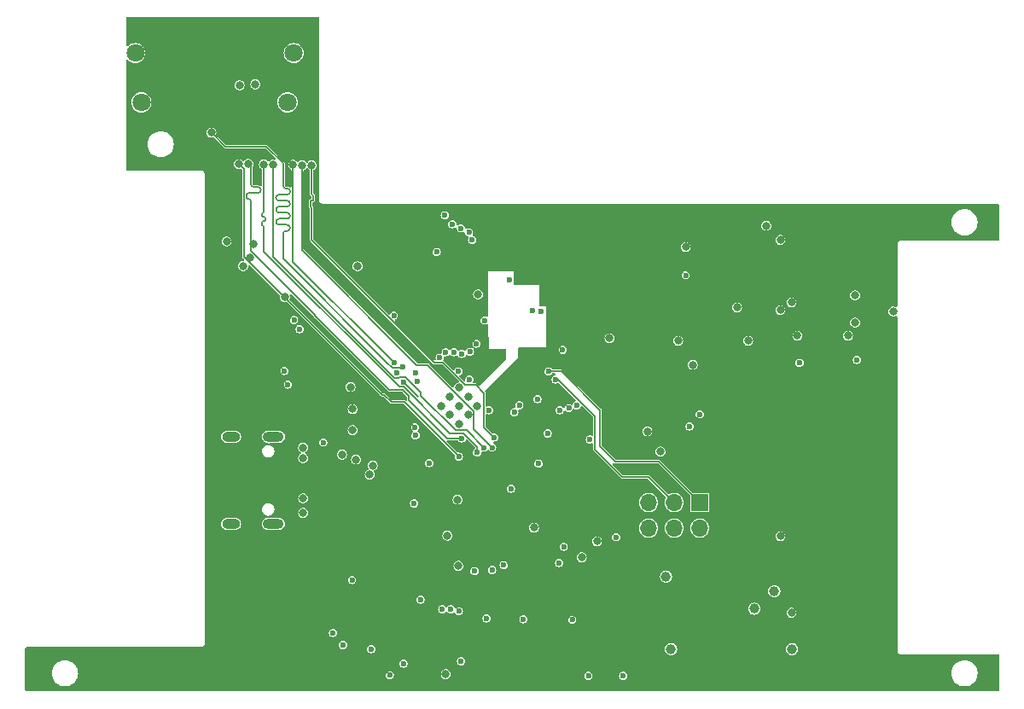
<source format=gbr>
%TF.GenerationSoftware,KiCad,Pcbnew,7.0.11-7.0.11~ubuntu22.04.1*%
%TF.CreationDate,2024-06-30T10:09:10-03:00*%
%TF.ProjectId,Pico_GG_LCD,5069636f-5f47-4475-9f4c-43442e6b6963,rev?*%
%TF.SameCoordinates,Original*%
%TF.FileFunction,Copper,L3,Inr*%
%TF.FilePolarity,Positive*%
%FSLAX46Y46*%
G04 Gerber Fmt 4.6, Leading zero omitted, Abs format (unit mm)*
G04 Created by KiCad (PCBNEW 7.0.11-7.0.11~ubuntu22.04.1) date 2024-06-30 10:09:10*
%MOMM*%
%LPD*%
G01*
G04 APERTURE LIST*
%TA.AperFunction,ComponentPad*%
%ADD10C,1.800000*%
%TD*%
%TA.AperFunction,ComponentPad*%
%ADD11C,0.800000*%
%TD*%
%TA.AperFunction,ComponentPad*%
%ADD12O,2.100000X1.000000*%
%TD*%
%TA.AperFunction,ComponentPad*%
%ADD13O,1.800000X1.000000*%
%TD*%
%TA.AperFunction,ComponentPad*%
%ADD14R,1.700000X1.700000*%
%TD*%
%TA.AperFunction,ComponentPad*%
%ADD15O,1.700000X1.700000*%
%TD*%
%TA.AperFunction,ViaPad*%
%ADD16C,0.800000*%
%TD*%
%TA.AperFunction,ViaPad*%
%ADD17C,1.000000*%
%TD*%
%TA.AperFunction,ViaPad*%
%ADD18C,0.600000*%
%TD*%
%TA.AperFunction,Conductor*%
%ADD19C,0.146812*%
%TD*%
%TA.AperFunction,Conductor*%
%ADD20C,0.200000*%
%TD*%
G04 APERTURE END LIST*
D10*
%TO.N,unconnected-(J9-PadSH)*%
%TO.C,J9*%
X129150000Y-52950000D03*
X128550000Y-57850000D03*
X114050000Y-57850000D03*
X113450000Y-52950000D03*
%TD*%
D11*
%TO.N,GND*%
%TO.C,U7*%
X145575814Y-89762841D03*
X146477375Y-88861280D03*
X147378936Y-87959719D03*
X144674253Y-88861280D03*
X145575814Y-87959719D03*
X146477375Y-87058158D03*
X143772692Y-87959719D03*
X144674253Y-87058158D03*
X145575814Y-86156597D03*
%TD*%
D12*
%TO.N,unconnected-(P1-SHIELD-PadS1)*%
%TO.C,P1*%
X127150000Y-91030000D03*
D13*
X122950000Y-91030000D03*
D12*
X127150000Y-99680000D03*
D13*
X122950000Y-99680000D03*
%TD*%
D14*
%TO.N,SWD*%
%TO.C,J11*%
X169450000Y-97560000D03*
D15*
%TO.N,GND*%
X169450000Y-100100000D03*
%TO.N,SWCLK*%
X166910000Y-97560000D03*
%TO.N,unconnected-(J11-Pin_4-Pad4)*%
X166910000Y-100100000D03*
%TO.N,RUN*%
X164370000Y-97560000D03*
%TO.N,Net-(J11-Pin_6)*%
X164370000Y-100100000D03*
%TD*%
D16*
%TO.N,GND*%
X145412533Y-97271716D03*
X168750000Y-83900000D03*
X130090000Y-92100000D03*
X176050000Y-70100000D03*
X124800000Y-73240000D03*
D17*
X178600000Y-112100000D03*
X174850000Y-108100000D03*
D16*
X123800000Y-56150000D03*
X125350000Y-56050000D03*
D18*
X153450000Y-93700000D03*
X152857008Y-78488363D03*
D17*
X166100000Y-104900000D03*
D16*
X136707008Y-94788363D03*
X135007008Y-90388363D03*
X125150000Y-71940000D03*
D18*
X129200000Y-79450000D03*
D16*
X177450000Y-71500000D03*
D18*
X139100000Y-79000000D03*
X140050000Y-113550000D03*
X148300000Y-109050000D03*
X134050000Y-111700000D03*
D16*
X130090000Y-98600000D03*
X137007008Y-93888363D03*
X122500000Y-71640000D03*
D17*
X176850000Y-106350000D03*
D18*
X129750000Y-80350000D03*
D17*
X166600000Y-112100000D03*
D16*
X144407008Y-100840912D03*
X135007008Y-88288363D03*
X144250000Y-114600000D03*
D18*
X150607008Y-75488363D03*
X153707008Y-78588363D03*
D16*
X184850000Y-79700000D03*
X157750000Y-103000000D03*
X184850000Y-77000000D03*
D18*
X161850000Y-114750000D03*
D16*
X124150000Y-74090000D03*
X135500000Y-74100000D03*
D18*
X158400000Y-114750000D03*
X138700000Y-114700000D03*
D16*
X159250000Y-101400000D03*
X188650000Y-78600000D03*
D18*
X150707008Y-96188363D03*
D16*
X168050000Y-72200000D03*
D18*
X148107008Y-79488363D03*
X136850000Y-112100000D03*
D16*
X134807008Y-86088363D03*
X145507008Y-103840912D03*
D18*
X143350000Y-72700000D03*
X133050000Y-110500000D03*
X128590000Y-85850000D03*
X151950000Y-109150000D03*
D16*
X167300000Y-81500000D03*
X160500000Y-81250000D03*
D18*
%TO.N,+3V3*%
X135800000Y-112100000D03*
D16*
X164050000Y-84400000D03*
X173750000Y-70200000D03*
D17*
X174350000Y-111100000D03*
D18*
X138700000Y-113400000D03*
D16*
X143400000Y-76850000D03*
D18*
X139907008Y-88888363D03*
D16*
X143750000Y-112600000D03*
D17*
X170850000Y-111100000D03*
D16*
X165150000Y-81250000D03*
X162400000Y-81250000D03*
X141207008Y-104840912D03*
D17*
X173600000Y-110100000D03*
D18*
X146507008Y-93888363D03*
D16*
X172450000Y-71100000D03*
D18*
X139907008Y-86988363D03*
D16*
X172450000Y-72800000D03*
D18*
X139150000Y-81000000D03*
D17*
X171600000Y-110100000D03*
D18*
X151950000Y-91900000D03*
X150007008Y-97240912D03*
X138600000Y-112600000D03*
X139907008Y-90588363D03*
D16*
X141207008Y-102840912D03*
%TO.N,Net-(D2-A)*%
X130090000Y-97150000D03*
X130090000Y-93150000D03*
D18*
%TO.N,FLASH_CLK*%
X142607008Y-93640912D03*
X141107008Y-97640912D03*
%TO.N,Net-(J13-Pin_1)*%
X168450000Y-90000000D03*
X169450000Y-88800000D03*
D16*
%TO.N,Net-(U7-USB_DP)*%
X133950000Y-92800000D03*
D18*
X132090000Y-91600000D03*
X141250000Y-90900000D03*
%TO.N,Net-(U7-USB_DM)*%
X141207008Y-90088363D03*
D16*
X135350000Y-93300000D03*
%TO.N,Net-(U1-A->B)*%
X164250000Y-90500000D03*
X165550000Y-92500000D03*
%TO.N,Net-(U4-A->B)*%
X173150000Y-78200000D03*
X174250000Y-81500000D03*
D18*
%TO.N,SWCLK*%
X155150000Y-85340912D03*
X146607008Y-85340912D03*
%TO.N,SWD*%
X154450000Y-84540912D03*
X145507008Y-84540912D03*
D16*
%TO.N,RUN*%
X147450000Y-76900000D03*
D18*
X147300000Y-81800000D03*
%TO.N,START_Pico*%
X139350000Y-84700000D03*
X157250000Y-87900000D03*
%TO.N,RIGHT_Pico*%
X141250000Y-84700000D03*
X156450000Y-88200000D03*
%TO.N,LEFT_Pico*%
X141450000Y-85500000D03*
X155550000Y-88400000D03*
%TO.N,SMS*%
X155850000Y-82400000D03*
X168050000Y-75000000D03*
%TO.N,DW*%
X143650000Y-83200000D03*
X144150000Y-69050000D03*
%TO.N,D04_Pico*%
X144900000Y-69950000D03*
X144250000Y-82650000D03*
%TO.N,D03_Pico*%
X145750000Y-70350000D03*
X145050000Y-82650000D03*
%TO.N,D02_Pico*%
X146550000Y-70750000D03*
X145850000Y-82800000D03*
%TO.N,D01_Pico*%
X146850000Y-71500000D03*
X146650000Y-82600000D03*
%TO.N,HDMI_D2+*%
X145550000Y-93000000D03*
D16*
X123725000Y-63975000D03*
D18*
%TO.N,Net-(J15-Pin_1)*%
X185050000Y-83400000D03*
X179350000Y-83700000D03*
%TO.N,RESET_Pico*%
X148550000Y-88400000D03*
X153350000Y-87300000D03*
%TO.N,+20V*%
X128250000Y-84500000D03*
X145750000Y-113300000D03*
D16*
X128300000Y-77190000D03*
D18*
%TO.N,LCD_D0*%
X150000000Y-103750000D03*
X145550000Y-108350000D03*
%TO.N,LCD_D1*%
X144750000Y-108150000D03*
X148850000Y-104250000D03*
%TO.N,LCD_D2*%
X147100000Y-104350000D03*
X143900000Y-108150000D03*
%TO.N,LCD_Backlight*%
X151050000Y-88600000D03*
X161150000Y-101000000D03*
%TO.N,LCD_RST*%
X154350000Y-90700000D03*
X151550000Y-87900000D03*
X156800000Y-109200000D03*
%TO.N,LCD_CLK*%
X155500000Y-103550000D03*
X141750000Y-107200000D03*
%TO.N,LCD_DEN*%
X155950000Y-101950000D03*
X134950000Y-105250000D03*
D16*
%TO.N,HDMI_D2-*%
X124650000Y-63950000D03*
D18*
X145850000Y-91200000D03*
D16*
%TO.N,HDMI_D1+*%
X126200000Y-64000000D03*
D18*
X147350000Y-92600000D03*
D16*
%TO.N,Net-(J1-Pin_1)*%
X179140000Y-81000000D03*
X184150000Y-81000000D03*
%TO.N,Net-(J5-Pin_1)*%
X177450000Y-78460000D03*
X177450000Y-100900000D03*
%TO.N,Net-(J6-Pin_1)*%
X178550000Y-77700000D03*
X178550000Y-108500000D03*
%TO.N,HDMI_D1-*%
X127100000Y-64050000D03*
D18*
X148050000Y-92100000D03*
%TO.N,HDMI_D0+*%
X139150000Y-83700000D03*
D16*
X129100000Y-64050000D03*
D18*
%TO.N,Net-(J19-Pin_1)*%
X140050000Y-85600000D03*
X158550000Y-91300000D03*
%TO.N,HDMI_D0-*%
X139950000Y-84100000D03*
D16*
X121000000Y-60850000D03*
D18*
%TO.N,HDMI_CLK+*%
X148850000Y-92100000D03*
D16*
X130000000Y-64100000D03*
D18*
%TO.N,HDMI_CLK-*%
X149050000Y-91100000D03*
D16*
X130950000Y-64100000D03*
%TO.N,Net-(J11-Pin_6)*%
X153000000Y-100050000D03*
%TD*%
D19*
%TO.N,SWCLK*%
X155366067Y-85340912D02*
X159050000Y-89024845D01*
X155150000Y-85340912D02*
X155366067Y-85340912D01*
X159050000Y-92300000D02*
X161750000Y-95000000D01*
X159050000Y-89024845D02*
X159050000Y-92300000D01*
X164350000Y-95000000D02*
X166910000Y-97560000D01*
X161750000Y-95000000D02*
X164350000Y-95000000D01*
%TO.N,SWD*%
X161050000Y-93500000D02*
X165390000Y-93500000D01*
X154450000Y-84540912D02*
X155690912Y-84540912D01*
X155690912Y-84540912D02*
X159550000Y-88400000D01*
X165390000Y-93500000D02*
X169450000Y-97560000D01*
X159550000Y-88400000D02*
X159550000Y-92000000D01*
X159550000Y-92000000D02*
X161050000Y-93500000D01*
%TO.N,HDMI_D2+*%
X145550000Y-93000000D02*
X140150000Y-87600000D01*
X123950000Y-64200000D02*
X123725000Y-63975000D01*
X135050000Y-84000000D02*
X124200000Y-73150000D01*
X124200000Y-68100000D02*
X124200000Y-64450000D01*
X138150000Y-86900000D02*
X137950000Y-86900000D01*
X124200000Y-64450000D02*
X123950000Y-64200000D01*
X124200000Y-73150000D02*
X124200000Y-68100000D01*
X137950000Y-86900000D02*
X135050000Y-84000000D01*
X140150000Y-87600000D02*
X138850000Y-87600000D01*
X138850000Y-87600000D02*
X138150000Y-86900000D01*
%TO.N,HDMI_D2-*%
X140550000Y-87400000D02*
X144350000Y-91200000D01*
X125200000Y-66850000D02*
X124675000Y-66850000D01*
X144350000Y-91200000D02*
X145850000Y-91200000D01*
X124650000Y-63950000D02*
X124900000Y-64200000D01*
X140550000Y-86956200D02*
X140550000Y-87400000D01*
X139993800Y-86400000D02*
X140550000Y-86956200D01*
X125200000Y-66250000D02*
X125600000Y-66250000D01*
X124900000Y-64200000D02*
X124900000Y-65950000D01*
X131250000Y-78950000D02*
X131250000Y-79000000D01*
X131250000Y-79000000D02*
X138650000Y-86400000D01*
X125600000Y-66850000D02*
X125200000Y-66850000D01*
X138650000Y-86400000D02*
X139993800Y-86400000D01*
X124900000Y-67675000D02*
X124900000Y-67825000D01*
X124450000Y-67075000D02*
X124450000Y-67225000D01*
X124900000Y-67825000D02*
X124900000Y-72600000D01*
X124900000Y-72600000D02*
X131250000Y-78950000D01*
X124900000Y-65950000D02*
G75*
G03*
X125200000Y-66250000I300000J0D01*
G01*
X125900000Y-66550000D02*
G75*
G03*
X125600000Y-66250000I-300000J0D01*
G01*
X124450000Y-67225000D02*
G75*
G03*
X124675000Y-67450000I225000J0D01*
G01*
X124675000Y-66850000D02*
G75*
G03*
X124450000Y-67075000I0J-225000D01*
G01*
X124900000Y-67675000D02*
G75*
G03*
X124675000Y-67450000I-225000J0D01*
G01*
X125600000Y-66850000D02*
G75*
G03*
X125900000Y-66550000I0J300000D01*
G01*
%TO.N,HDMI_D1+*%
X126053188Y-68846812D02*
X126053188Y-69136812D01*
X126200000Y-69647030D02*
X126126594Y-69647030D01*
X139627406Y-86077406D02*
X140027406Y-86077406D01*
X126200000Y-64000000D02*
X126200000Y-68700000D01*
X126273406Y-69647030D02*
X126200000Y-69647030D01*
X126200000Y-70447248D02*
X126200000Y-72650000D01*
X126200000Y-70157248D02*
X126200000Y-70447248D01*
X126346812Y-69283624D02*
X126346812Y-69573624D01*
X140027406Y-86077406D02*
X144650000Y-90700000D01*
X126126594Y-69210218D02*
X126200000Y-69210218D01*
X126200000Y-72650000D02*
X139627406Y-86077406D01*
X126053188Y-69720436D02*
X126053188Y-70010436D01*
X144650000Y-90700000D02*
X146025155Y-90700000D01*
X126200000Y-69210218D02*
X126273406Y-69210218D01*
X146025155Y-90700000D02*
X147350000Y-92024845D01*
X147350000Y-92024845D02*
X147350000Y-92600000D01*
X126126594Y-68773400D02*
G75*
G03*
X126200000Y-68700000I6J73400D01*
G01*
X126053158Y-70010436D02*
G75*
G03*
X126126594Y-70083842I73442J36D01*
G01*
X126126594Y-68773388D02*
G75*
G03*
X126053188Y-68846812I6J-73412D01*
G01*
X126126594Y-69646988D02*
G75*
G03*
X126053188Y-69720436I6J-73412D01*
G01*
X126199958Y-70157248D02*
G75*
G03*
X126126594Y-70083842I-73358J48D01*
G01*
X126273406Y-69647012D02*
G75*
G03*
X126346812Y-69573624I-6J73412D01*
G01*
X126346782Y-69283624D02*
G75*
G03*
X126273406Y-69210218I-73382J24D01*
G01*
X126053182Y-69136812D02*
G75*
G03*
X126126594Y-69210218I73418J12D01*
G01*
%TO.N,HDMI_D1-*%
X141780714Y-86655559D02*
X140225155Y-85100000D01*
X148050000Y-92100000D02*
X146350000Y-90400000D01*
X137950000Y-84000000D02*
X136850000Y-82900000D01*
X127100000Y-73150000D02*
X127100000Y-64050000D01*
X139625155Y-85100000D02*
X139547749Y-85177406D01*
X133200000Y-79250000D02*
X127100000Y-73150000D01*
X140225155Y-85100000D02*
X139625155Y-85100000D01*
X134200000Y-80250000D02*
X133200000Y-79250000D01*
X141780714Y-86958202D02*
X141780714Y-86655559D01*
X139547749Y-85177406D02*
X139127406Y-85177406D01*
X145222512Y-90400000D02*
X141780714Y-86958202D01*
X136850000Y-82900000D02*
X134200000Y-80250000D01*
X146350000Y-90400000D02*
X145222512Y-90400000D01*
X139127406Y-85177406D02*
X137950000Y-84000000D01*
%TO.N,HDMI_D0+*%
X129100000Y-73650000D02*
X129100000Y-64050000D01*
X138622594Y-83172594D02*
X129100000Y-73650000D01*
X139150000Y-83700000D02*
X138622594Y-83172594D01*
D20*
%TO.N,Net-(J19-Pin_1)*%
X141517308Y-87067308D02*
X140050000Y-85600000D01*
D19*
%TO.N,HDMI_D0-*%
X126450000Y-62250000D02*
X128100000Y-63900000D01*
X128100000Y-73350000D02*
X138400000Y-83650000D01*
X139950000Y-84100000D02*
X139872594Y-84177406D01*
X128100000Y-71533338D02*
X128100000Y-73350000D01*
X128400000Y-67000000D02*
X127700000Y-67000000D01*
X128500000Y-68200000D02*
X128100000Y-68200000D01*
X122400000Y-62250000D02*
X126450000Y-62250000D01*
X121000000Y-60850000D02*
X122400000Y-62250000D01*
X128500000Y-69400000D02*
X128100000Y-69400000D01*
X139872594Y-84177406D02*
X138927406Y-84177406D01*
X127700000Y-67600000D02*
X128100000Y-67600000D01*
X138927406Y-84177406D02*
X138400000Y-83650000D01*
X128100000Y-69400000D02*
X127700000Y-69400000D01*
X128100000Y-68200000D02*
X127700000Y-68200000D01*
X128100000Y-67600000D02*
X128500000Y-67600000D01*
X127700000Y-70000000D02*
X128100000Y-70000000D01*
X128100000Y-70900000D02*
X128100000Y-71533338D01*
X128100000Y-63900000D02*
X128100000Y-66100000D01*
X128500000Y-67000000D02*
X128400000Y-67000000D01*
X138400000Y-83650000D02*
X138350000Y-83600000D01*
X128500000Y-70600000D02*
X128400000Y-70600000D01*
X127700000Y-68800000D02*
X128100000Y-68800000D01*
X128100000Y-68800000D02*
X128500000Y-68800000D01*
X128100000Y-70000000D02*
X128500000Y-70000000D01*
X128400000Y-66400000D02*
X128500000Y-66400000D01*
X128500000Y-70600000D02*
G75*
G03*
X128800000Y-70300000I0J300000D01*
G01*
X127700000Y-67000000D02*
G75*
G03*
X127400000Y-67300000I0J-300000D01*
G01*
X128500000Y-69400000D02*
G75*
G03*
X128800000Y-69100000I0J300000D01*
G01*
X128800000Y-66700000D02*
G75*
G03*
X128500000Y-66400000I-300000J0D01*
G01*
X127700000Y-69400000D02*
G75*
G03*
X127400000Y-69700000I0J-300000D01*
G01*
X128400000Y-70600000D02*
G75*
G03*
X128100000Y-70900000I0J-300000D01*
G01*
X127400000Y-68500000D02*
G75*
G03*
X127700000Y-68800000I300000J0D01*
G01*
X128800000Y-67900000D02*
G75*
G03*
X128500000Y-67600000I-300000J0D01*
G01*
X128800000Y-70300000D02*
G75*
G03*
X128500000Y-70000000I-300000J0D01*
G01*
X127700000Y-68200000D02*
G75*
G03*
X127400000Y-68500000I0J-300000D01*
G01*
X128500000Y-67000000D02*
G75*
G03*
X128800000Y-66700000I0J300000D01*
G01*
X128800000Y-69100000D02*
G75*
G03*
X128500000Y-68800000I-300000J0D01*
G01*
X128100000Y-66100000D02*
G75*
G03*
X128400000Y-66400000I300000J0D01*
G01*
X127400000Y-69700000D02*
G75*
G03*
X127700000Y-70000000I300000J0D01*
G01*
X128500000Y-68200000D02*
G75*
G03*
X128800000Y-67900000I0J300000D01*
G01*
X127400000Y-67300000D02*
G75*
G03*
X127700000Y-67600000I300000J0D01*
G01*
%TO.N,HDMI_CLK+*%
X148850000Y-92100000D02*
X147040781Y-90290781D01*
X141374845Y-83900000D02*
X129950000Y-72475155D01*
X147040781Y-88490781D02*
X142450000Y-83900000D01*
X129950000Y-66300000D02*
X129950000Y-64150000D01*
X129950000Y-64150000D02*
X130000000Y-64100000D01*
X129950000Y-72475155D02*
X129950000Y-66300000D01*
X147040781Y-90290781D02*
X147040781Y-88490781D01*
X142450000Y-83900000D02*
X141374845Y-83900000D01*
%TO.N,HDMI_CLK-*%
X146190941Y-85900000D02*
X147250000Y-85900000D01*
X148050000Y-86700000D02*
X148050000Y-90100000D01*
X130950000Y-68750000D02*
X130950000Y-71525155D01*
X130950000Y-64100000D02*
X130950000Y-66950000D01*
X131023406Y-67623406D02*
X130950000Y-67623406D01*
X130950000Y-67623406D02*
X130876594Y-67623406D01*
X143968347Y-83677406D02*
X146190941Y-85900000D01*
X148050000Y-90100000D02*
X149050000Y-91100000D01*
X130803188Y-67696812D02*
X130803188Y-68150000D01*
X130950000Y-71525155D02*
X143102251Y-83677406D01*
X130950000Y-68296812D02*
X130950000Y-68750000D01*
X143102251Y-83677406D02*
X143968347Y-83677406D01*
X131096812Y-67096812D02*
X131096812Y-67550000D01*
X147250000Y-85900000D02*
X148050000Y-86700000D01*
X130949994Y-68296812D02*
G75*
G03*
X130876594Y-68223406I-73394J12D01*
G01*
X131096794Y-67096812D02*
G75*
G03*
X131023406Y-67023406I-73394J12D01*
G01*
X131023406Y-67623412D02*
G75*
G03*
X131096812Y-67550000I-6J73412D01*
G01*
X130876594Y-67623388D02*
G75*
G03*
X130803188Y-67696812I6J-73412D01*
G01*
X130803194Y-68150000D02*
G75*
G03*
X130876594Y-68223406I73406J0D01*
G01*
X130949994Y-66950000D02*
G75*
G03*
X131023406Y-67023406I73406J0D01*
G01*
%TD*%
%TA.AperFunction,Conductor*%
%TO.N,+3V3*%
G36*
X128973043Y-76904841D02*
G01*
X131060993Y-78992791D01*
X131093708Y-79050794D01*
X131096101Y-79060502D01*
X131100525Y-79078450D01*
X131100803Y-79078979D01*
X131101594Y-79080890D01*
X131103997Y-79085150D01*
X131105217Y-79086808D01*
X131105533Y-79087331D01*
X131127941Y-79109739D01*
X131133076Y-79115194D01*
X131154101Y-79138927D01*
X131154601Y-79139272D01*
X131171846Y-79153644D01*
X138515601Y-86497399D01*
X138529970Y-86514641D01*
X138538056Y-86526356D01*
X138566123Y-86541087D01*
X138572635Y-86544759D01*
X138599777Y-86561167D01*
X138599782Y-86561167D01*
X138600332Y-86561339D01*
X138602248Y-86562133D01*
X138606989Y-86563454D01*
X138609034Y-86563765D01*
X138609596Y-86563903D01*
X138609601Y-86563906D01*
X138641302Y-86563906D01*
X138648789Y-86564132D01*
X138650565Y-86564239D01*
X138680429Y-86566046D01*
X138680434Y-86566043D01*
X138681022Y-86565937D01*
X138703374Y-86563906D01*
X139874546Y-86563906D01*
X139941585Y-86583591D01*
X139962227Y-86600225D01*
X140349775Y-86987773D01*
X140383260Y-87049096D01*
X140386094Y-87075454D01*
X140386094Y-87331339D01*
X140366409Y-87398378D01*
X140313605Y-87444133D01*
X140244447Y-87454077D01*
X140212489Y-87442655D01*
X140199649Y-87438654D01*
X140197740Y-87437863D01*
X140193030Y-87436550D01*
X140190991Y-87436240D01*
X140190399Y-87436094D01*
X140158698Y-87436094D01*
X140151211Y-87435868D01*
X140119572Y-87433954D01*
X140119571Y-87433954D01*
X140119570Y-87433954D01*
X140118978Y-87434063D01*
X140096626Y-87436094D01*
X138969254Y-87436094D01*
X138902215Y-87416409D01*
X138881573Y-87399775D01*
X138284397Y-86802599D01*
X138270028Y-86785358D01*
X138261942Y-86773643D01*
X138261939Y-86773641D01*
X138233864Y-86758906D01*
X138227351Y-86755232D01*
X138200222Y-86738833D01*
X138200221Y-86738832D01*
X138200220Y-86738832D01*
X138199649Y-86738654D01*
X138197740Y-86737863D01*
X138193030Y-86736550D01*
X138190991Y-86736240D01*
X138190399Y-86736094D01*
X138158698Y-86736094D01*
X138151211Y-86735868D01*
X138119572Y-86733954D01*
X138119571Y-86733954D01*
X138119570Y-86733954D01*
X138118978Y-86734063D01*
X138096626Y-86736094D01*
X138069254Y-86736094D01*
X138002215Y-86716409D01*
X137981573Y-86699775D01*
X128784913Y-77503115D01*
X128751428Y-77441792D01*
X128756412Y-77372100D01*
X128759785Y-77363957D01*
X128775471Y-77329611D01*
X128795544Y-77190000D01*
X128775471Y-77050389D01*
X128772567Y-77044031D01*
X128762624Y-76974877D01*
X128791648Y-76911321D01*
X128850426Y-76873545D01*
X128920295Y-76873544D01*
X128973043Y-76904841D01*
G37*
%TD.AperFunction*%
%TA.AperFunction,Conductor*%
G36*
X130568710Y-64408982D02*
G01*
X130568713Y-64408985D01*
X130617682Y-64465499D01*
X130625488Y-64474507D01*
X130729134Y-64541117D01*
X130774888Y-64593919D01*
X130786094Y-64645431D01*
X130786094Y-66898632D01*
X130786088Y-66898652D01*
X130786088Y-66950000D01*
X130786088Y-66987588D01*
X130809321Y-67059086D01*
X130853510Y-67119903D01*
X130881786Y-67140444D01*
X130924454Y-67195771D01*
X130932906Y-67240766D01*
X130932906Y-67338879D01*
X130913221Y-67405918D01*
X130860417Y-67451673D01*
X130847235Y-67456807D01*
X130838991Y-67459485D01*
X130838991Y-67459486D01*
X130825404Y-67463902D01*
X130767494Y-67482723D01*
X130706679Y-67526919D01*
X130706677Y-67526921D01*
X130662497Y-67587746D01*
X130662496Y-67587748D01*
X130644930Y-67641836D01*
X130639974Y-67653604D01*
X130639275Y-67656440D01*
X130639282Y-67695895D01*
X130639282Y-68177456D01*
X130639288Y-68177553D01*
X130639288Y-68187586D01*
X130662516Y-68259077D01*
X130706696Y-68319889D01*
X130734983Y-68340443D01*
X130777647Y-68395775D01*
X130786094Y-68440758D01*
X130786094Y-71498993D01*
X130784063Y-71521344D01*
X130781496Y-71535346D01*
X130781497Y-71535348D01*
X130790890Y-71565493D01*
X130790929Y-71565616D01*
X130792935Y-71572814D01*
X130800525Y-71603605D01*
X130800526Y-71603606D01*
X130800803Y-71604134D01*
X130801594Y-71606045D01*
X130803997Y-71610305D01*
X130805217Y-71611963D01*
X130805533Y-71612486D01*
X130827941Y-71634894D01*
X130833076Y-71640349D01*
X130854101Y-71664082D01*
X130854601Y-71664427D01*
X130871846Y-71678799D01*
X142967853Y-83774806D01*
X142982221Y-83792046D01*
X142990309Y-83803763D01*
X143018377Y-83818494D01*
X143024901Y-83822174D01*
X143052029Y-83838573D01*
X143052587Y-83838747D01*
X143054491Y-83839536D01*
X143059245Y-83840861D01*
X143061285Y-83841171D01*
X143061847Y-83841309D01*
X143061852Y-83841312D01*
X143093553Y-83841312D01*
X143101040Y-83841538D01*
X143102816Y-83841645D01*
X143132680Y-83843452D01*
X143132685Y-83843449D01*
X143133273Y-83843343D01*
X143155625Y-83841312D01*
X143849093Y-83841312D01*
X143916132Y-83860997D01*
X143936774Y-83877631D01*
X145527537Y-85468394D01*
X145561022Y-85529717D01*
X145556038Y-85599409D01*
X145514166Y-85655342D01*
X145474791Y-85675052D01*
X145369959Y-85705833D01*
X145251303Y-85782088D01*
X145158936Y-85888686D01*
X145158933Y-85888689D01*
X145100344Y-86016982D01*
X145100340Y-86016995D01*
X145097688Y-86035442D01*
X145068661Y-86098997D01*
X145009882Y-86136769D01*
X144940012Y-86136767D01*
X144887270Y-86105472D01*
X142584397Y-83802599D01*
X142570028Y-83785358D01*
X142568244Y-83782774D01*
X142561942Y-83773643D01*
X142561939Y-83773641D01*
X142533864Y-83758906D01*
X142527351Y-83755232D01*
X142500222Y-83738833D01*
X142500221Y-83738832D01*
X142500220Y-83738832D01*
X142499649Y-83738654D01*
X142497740Y-83737863D01*
X142493030Y-83736550D01*
X142490991Y-83736240D01*
X142490399Y-83736094D01*
X142458698Y-83736094D01*
X142451211Y-83735868D01*
X142419572Y-83733954D01*
X142419571Y-83733954D01*
X142419570Y-83733954D01*
X142418978Y-83734063D01*
X142396626Y-83736094D01*
X141494099Y-83736094D01*
X141427060Y-83716409D01*
X141406418Y-83699775D01*
X130150225Y-72443582D01*
X130116740Y-72382259D01*
X130113906Y-72355901D01*
X130113906Y-64670587D01*
X130133591Y-64603548D01*
X130186395Y-64557793D01*
X130202971Y-64551609D01*
X130205856Y-64550763D01*
X130324512Y-64474507D01*
X130381287Y-64408984D01*
X130440065Y-64371210D01*
X130509935Y-64371210D01*
X130568710Y-64408982D01*
G37*
%TD.AperFunction*%
%TA.AperFunction,Conductor*%
G36*
X131642539Y-49420185D02*
G01*
X131688294Y-49472989D01*
X131699500Y-49524500D01*
X131699500Y-67540784D01*
X131696437Y-67562745D01*
X131695599Y-67571791D01*
X131695599Y-67571792D01*
X131695599Y-67571793D01*
X131697323Y-67590398D01*
X131698971Y-67608182D01*
X131699500Y-67619623D01*
X131699500Y-67627843D01*
X131699501Y-67627854D01*
X131701011Y-67635937D01*
X131702591Y-67647264D01*
X131705964Y-67683658D01*
X131708443Y-67692372D01*
X131711667Y-67701989D01*
X131714938Y-67710432D01*
X131714939Y-67710433D01*
X131730229Y-67735128D01*
X131734177Y-67741503D01*
X131739746Y-67751502D01*
X131745731Y-67763521D01*
X131756041Y-67784228D01*
X131761526Y-67791490D01*
X131767957Y-67799235D01*
X131774080Y-67805951D01*
X131803249Y-67827979D01*
X131812061Y-67835296D01*
X131839069Y-67859918D01*
X131846797Y-67864702D01*
X131855580Y-67869594D01*
X131863732Y-67873653D01*
X131863736Y-67873656D01*
X131898895Y-67883659D01*
X131909742Y-67887295D01*
X131943827Y-67900500D01*
X131943828Y-67900500D01*
X131952755Y-67902169D01*
X131962742Y-67903562D01*
X131971788Y-67904399D01*
X131971793Y-67904401D01*
X132008183Y-67901028D01*
X132019624Y-67900500D01*
X199038000Y-67900500D01*
X199105039Y-67920185D01*
X199150794Y-67972989D01*
X199162000Y-68024500D01*
X199162000Y-71475500D01*
X199142315Y-71542539D01*
X199089511Y-71588294D01*
X199038000Y-71599500D01*
X189409150Y-71599500D01*
X189386942Y-71596405D01*
X189378114Y-71595590D01*
X189378113Y-71595590D01*
X189378111Y-71595590D01*
X189378110Y-71595590D01*
X189341792Y-71598967D01*
X189330312Y-71599500D01*
X189322149Y-71599500D01*
X189313997Y-71601024D01*
X189302707Y-71602600D01*
X189266254Y-71605989D01*
X189257317Y-71608535D01*
X189248240Y-71611579D01*
X189239562Y-71614941D01*
X189208430Y-71634216D01*
X189198465Y-71639769D01*
X189165693Y-71656101D01*
X189158289Y-71661695D01*
X189150908Y-71667826D01*
X189144050Y-71674078D01*
X189121985Y-71703297D01*
X189114695Y-71712078D01*
X189090032Y-71739147D01*
X189085158Y-71747025D01*
X189080492Y-71755405D01*
X189076343Y-71763737D01*
X189066325Y-71798948D01*
X189062700Y-71809767D01*
X189049484Y-71843915D01*
X189047773Y-71853083D01*
X189046458Y-71862522D01*
X189045599Y-71871793D01*
X189048976Y-71908252D01*
X189049505Y-71919652D01*
X189051401Y-78047779D01*
X189031737Y-78114824D01*
X188978947Y-78160595D01*
X188909792Y-78170560D01*
X188860362Y-78152133D01*
X188855856Y-78149237D01*
X188855854Y-78149236D01*
X188855852Y-78149235D01*
X188855853Y-78149235D01*
X188720525Y-78109500D01*
X188720523Y-78109500D01*
X188579477Y-78109500D01*
X188579474Y-78109500D01*
X188444146Y-78149235D01*
X188444145Y-78149235D01*
X188325489Y-78225491D01*
X188233122Y-78332089D01*
X188233119Y-78332092D01*
X188174530Y-78460385D01*
X188174528Y-78460393D01*
X188154456Y-78600000D01*
X188174528Y-78739606D01*
X188174530Y-78739614D01*
X188233119Y-78867907D01*
X188233121Y-78867909D01*
X188233122Y-78867911D01*
X188325488Y-78974507D01*
X188325490Y-78974508D01*
X188325489Y-78974508D01*
X188444145Y-79050764D01*
X188579474Y-79090499D01*
X188579476Y-79090500D01*
X188579477Y-79090500D01*
X188720524Y-79090500D01*
X188720524Y-79090499D01*
X188855856Y-79050763D01*
X188860699Y-79047650D01*
X188927735Y-79027962D01*
X188994776Y-79047642D01*
X189040534Y-79100443D01*
X189051743Y-79151924D01*
X189061981Y-112240812D01*
X189058958Y-112262514D01*
X189058099Y-112271793D01*
X189061477Y-112308253D01*
X189062006Y-112319649D01*
X189062008Y-112327935D01*
X189063510Y-112335956D01*
X189065097Y-112347324D01*
X189068465Y-112383662D01*
X189070880Y-112392151D01*
X189074273Y-112402267D01*
X189077472Y-112410517D01*
X189077473Y-112410521D01*
X189077474Y-112410522D01*
X189096684Y-112441528D01*
X189102275Y-112451561D01*
X189118542Y-112484228D01*
X189123884Y-112491302D01*
X189130683Y-112499487D01*
X189136643Y-112506020D01*
X189136644Y-112506021D01*
X189136645Y-112506022D01*
X189165769Y-112528000D01*
X189174605Y-112535336D01*
X189201567Y-112559916D01*
X189201573Y-112559918D01*
X189209129Y-112564597D01*
X189218352Y-112569732D01*
X189226317Y-112573695D01*
X189226321Y-112573698D01*
X189261414Y-112583671D01*
X189272304Y-112587319D01*
X189306327Y-112600500D01*
X189306329Y-112600500D01*
X189315034Y-112602128D01*
X189325557Y-112603594D01*
X189334380Y-112604408D01*
X189334387Y-112604410D01*
X189368581Y-112601230D01*
X189370708Y-112601033D01*
X189382188Y-112600500D01*
X199038000Y-112600500D01*
X199105039Y-112620185D01*
X199150794Y-112672989D01*
X199162000Y-112724500D01*
X199162000Y-116175500D01*
X199142315Y-116242539D01*
X199089511Y-116288294D01*
X199038000Y-116299500D01*
X102637000Y-116299500D01*
X102569961Y-116279815D01*
X102524206Y-116227011D01*
X102513000Y-116175500D01*
X102513000Y-114500001D01*
X105157032Y-114500001D01*
X105176864Y-114726686D01*
X105176866Y-114726697D01*
X105235758Y-114946488D01*
X105235761Y-114946497D01*
X105331931Y-115152732D01*
X105331932Y-115152734D01*
X105462454Y-115339141D01*
X105623358Y-115500045D01*
X105623361Y-115500047D01*
X105809766Y-115630568D01*
X106016004Y-115726739D01*
X106235808Y-115785635D01*
X106397730Y-115799801D01*
X106462498Y-115805468D01*
X106462500Y-115805468D01*
X106462502Y-115805468D01*
X106519173Y-115800509D01*
X106689192Y-115785635D01*
X106908996Y-115726739D01*
X107115234Y-115630568D01*
X107301639Y-115500047D01*
X107462547Y-115339139D01*
X107593068Y-115152734D01*
X107689239Y-114946496D01*
X107748135Y-114726692D01*
X107750470Y-114700003D01*
X138290458Y-114700003D01*
X138310500Y-114826551D01*
X138310501Y-114826554D01*
X138310502Y-114826555D01*
X138368674Y-114940723D01*
X138368676Y-114940725D01*
X138368678Y-114940728D01*
X138459271Y-115031321D01*
X138459273Y-115031322D01*
X138459277Y-115031326D01*
X138573445Y-115089498D01*
X138573446Y-115089498D01*
X138573448Y-115089499D01*
X138699997Y-115109542D01*
X138700000Y-115109542D01*
X138700003Y-115109542D01*
X138826551Y-115089499D01*
X138826552Y-115089498D01*
X138826555Y-115089498D01*
X138940723Y-115031326D01*
X139031326Y-114940723D01*
X139089498Y-114826555D01*
X139089733Y-114825074D01*
X139109542Y-114700003D01*
X139109542Y-114699996D01*
X139093704Y-114600000D01*
X143754456Y-114600000D01*
X143774528Y-114739606D01*
X143774530Y-114739614D01*
X143833119Y-114867907D01*
X143833121Y-114867909D01*
X143833122Y-114867911D01*
X143925488Y-114974507D01*
X143925490Y-114974508D01*
X143925489Y-114974508D01*
X144044145Y-115050764D01*
X144148216Y-115081321D01*
X144176064Y-115089498D01*
X144179474Y-115090499D01*
X144179476Y-115090500D01*
X144179477Y-115090500D01*
X144320524Y-115090500D01*
X144320524Y-115090499D01*
X144455853Y-115050764D01*
X144455854Y-115050764D01*
X144486104Y-115031324D01*
X144574512Y-114974507D01*
X144666878Y-114867911D01*
X144720725Y-114750003D01*
X157990458Y-114750003D01*
X158010500Y-114876551D01*
X158010501Y-114876554D01*
X158010502Y-114876555D01*
X158068674Y-114990723D01*
X158068676Y-114990725D01*
X158068678Y-114990728D01*
X158159271Y-115081321D01*
X158159273Y-115081322D01*
X158159277Y-115081326D01*
X158273445Y-115139498D01*
X158273446Y-115139498D01*
X158273448Y-115139499D01*
X158399997Y-115159542D01*
X158400000Y-115159542D01*
X158400003Y-115159542D01*
X158526551Y-115139499D01*
X158526552Y-115139498D01*
X158526555Y-115139498D01*
X158640723Y-115081326D01*
X158731326Y-114990723D01*
X158789498Y-114876555D01*
X158790867Y-114867911D01*
X158809542Y-114750003D01*
X161440458Y-114750003D01*
X161460500Y-114876551D01*
X161460501Y-114876554D01*
X161460502Y-114876555D01*
X161518674Y-114990723D01*
X161518676Y-114990725D01*
X161518678Y-114990728D01*
X161609271Y-115081321D01*
X161609273Y-115081322D01*
X161609277Y-115081326D01*
X161723445Y-115139498D01*
X161723446Y-115139498D01*
X161723448Y-115139499D01*
X161849997Y-115159542D01*
X161850000Y-115159542D01*
X161850003Y-115159542D01*
X161976551Y-115139499D01*
X161976552Y-115139498D01*
X161976555Y-115139498D01*
X162090723Y-115081326D01*
X162181326Y-114990723D01*
X162239498Y-114876555D01*
X162240867Y-114867911D01*
X162259542Y-114750003D01*
X162259542Y-114749996D01*
X162239499Y-114623448D01*
X162239498Y-114623446D01*
X162239498Y-114623445D01*
X162181326Y-114509277D01*
X162181322Y-114509273D01*
X162181321Y-114509271D01*
X162172051Y-114500001D01*
X194407032Y-114500001D01*
X194426864Y-114726686D01*
X194426866Y-114726697D01*
X194485758Y-114946488D01*
X194485761Y-114946497D01*
X194581931Y-115152732D01*
X194581932Y-115152734D01*
X194712454Y-115339141D01*
X194873358Y-115500045D01*
X194873361Y-115500047D01*
X195059766Y-115630568D01*
X195266004Y-115726739D01*
X195485808Y-115785635D01*
X195647730Y-115799801D01*
X195712498Y-115805468D01*
X195712500Y-115805468D01*
X195712502Y-115805468D01*
X195769173Y-115800509D01*
X195939192Y-115785635D01*
X196158996Y-115726739D01*
X196365234Y-115630568D01*
X196551639Y-115500047D01*
X196712547Y-115339139D01*
X196843068Y-115152734D01*
X196939239Y-114946496D01*
X196998135Y-114726692D01*
X197017156Y-114509277D01*
X197017968Y-114500001D01*
X197017968Y-114499998D01*
X197006479Y-114368678D01*
X196998135Y-114273308D01*
X196939239Y-114053504D01*
X196843068Y-113847266D01*
X196712547Y-113660861D01*
X196712545Y-113660858D01*
X196551641Y-113499954D01*
X196365234Y-113369432D01*
X196365232Y-113369431D01*
X196158997Y-113273261D01*
X196158988Y-113273258D01*
X195939197Y-113214366D01*
X195939193Y-113214365D01*
X195939192Y-113214365D01*
X195939191Y-113214364D01*
X195939186Y-113214364D01*
X195712502Y-113194532D01*
X195712498Y-113194532D01*
X195485813Y-113214364D01*
X195485802Y-113214366D01*
X195266011Y-113273258D01*
X195266002Y-113273261D01*
X195059767Y-113369431D01*
X195059765Y-113369432D01*
X194873358Y-113499954D01*
X194712454Y-113660858D01*
X194581932Y-113847265D01*
X194581931Y-113847267D01*
X194485761Y-114053502D01*
X194485758Y-114053511D01*
X194426866Y-114273302D01*
X194426864Y-114273313D01*
X194407032Y-114499998D01*
X194407032Y-114500001D01*
X162172051Y-114500001D01*
X162090728Y-114418678D01*
X162090725Y-114418676D01*
X162090723Y-114418674D01*
X161976555Y-114360502D01*
X161976554Y-114360501D01*
X161976551Y-114360500D01*
X161850003Y-114340458D01*
X161849997Y-114340458D01*
X161723448Y-114360500D01*
X161667493Y-114389011D01*
X161609277Y-114418674D01*
X161609276Y-114418675D01*
X161609271Y-114418678D01*
X161518678Y-114509271D01*
X161518675Y-114509276D01*
X161460500Y-114623448D01*
X161440458Y-114749996D01*
X161440458Y-114750003D01*
X158809542Y-114750003D01*
X158809542Y-114749996D01*
X158789499Y-114623448D01*
X158789498Y-114623446D01*
X158789498Y-114623445D01*
X158731326Y-114509277D01*
X158731322Y-114509273D01*
X158731321Y-114509271D01*
X158640728Y-114418678D01*
X158640725Y-114418676D01*
X158640723Y-114418674D01*
X158526555Y-114360502D01*
X158526554Y-114360501D01*
X158526551Y-114360500D01*
X158400003Y-114340458D01*
X158399997Y-114340458D01*
X158273448Y-114360500D01*
X158217493Y-114389011D01*
X158159277Y-114418674D01*
X158159276Y-114418675D01*
X158159271Y-114418678D01*
X158068678Y-114509271D01*
X158068675Y-114509276D01*
X158010500Y-114623448D01*
X157990458Y-114749996D01*
X157990458Y-114750003D01*
X144720725Y-114750003D01*
X144725471Y-114739611D01*
X144745544Y-114600000D01*
X144725471Y-114460389D01*
X144683588Y-114368678D01*
X144666880Y-114332092D01*
X144666878Y-114332090D01*
X144666878Y-114332089D01*
X144574512Y-114225493D01*
X144574509Y-114225491D01*
X144574510Y-114225491D01*
X144455854Y-114149235D01*
X144320525Y-114109500D01*
X144320523Y-114109500D01*
X144179477Y-114109500D01*
X144179474Y-114109500D01*
X144044146Y-114149235D01*
X144044145Y-114149235D01*
X143925489Y-114225491D01*
X143833122Y-114332089D01*
X143833119Y-114332092D01*
X143774530Y-114460385D01*
X143774528Y-114460393D01*
X143754456Y-114600000D01*
X139093704Y-114600000D01*
X139089499Y-114573448D01*
X139089498Y-114573446D01*
X139089498Y-114573445D01*
X139031326Y-114459277D01*
X139031322Y-114459273D01*
X139031321Y-114459271D01*
X138940728Y-114368678D01*
X138940725Y-114368676D01*
X138940723Y-114368674D01*
X138826555Y-114310502D01*
X138826554Y-114310501D01*
X138826551Y-114310500D01*
X138700003Y-114290458D01*
X138699997Y-114290458D01*
X138573448Y-114310500D01*
X138517493Y-114339011D01*
X138459277Y-114368674D01*
X138459276Y-114368675D01*
X138459271Y-114368678D01*
X138368678Y-114459271D01*
X138368675Y-114459276D01*
X138368674Y-114459277D01*
X138347924Y-114500001D01*
X138310500Y-114573448D01*
X138290458Y-114699996D01*
X138290458Y-114700003D01*
X107750470Y-114700003D01*
X107767156Y-114509277D01*
X107767968Y-114500001D01*
X107767968Y-114499998D01*
X107756479Y-114368678D01*
X107748135Y-114273308D01*
X107689239Y-114053504D01*
X107593068Y-113847266D01*
X107462547Y-113660861D01*
X107462545Y-113660858D01*
X107351690Y-113550003D01*
X139640458Y-113550003D01*
X139660500Y-113676551D01*
X139660501Y-113676554D01*
X139660502Y-113676555D01*
X139718674Y-113790723D01*
X139718676Y-113790725D01*
X139718678Y-113790728D01*
X139809271Y-113881321D01*
X139809273Y-113881322D01*
X139809277Y-113881326D01*
X139923445Y-113939498D01*
X139923446Y-113939498D01*
X139923448Y-113939499D01*
X140049997Y-113959542D01*
X140050000Y-113959542D01*
X140050003Y-113959542D01*
X140176551Y-113939499D01*
X140176552Y-113939498D01*
X140176555Y-113939498D01*
X140290723Y-113881326D01*
X140381326Y-113790723D01*
X140439498Y-113676555D01*
X140441984Y-113660858D01*
X140459542Y-113550003D01*
X140459542Y-113549996D01*
X140439499Y-113423448D01*
X140439498Y-113423446D01*
X140439498Y-113423445D01*
X140381326Y-113309277D01*
X140381322Y-113309273D01*
X140381321Y-113309271D01*
X140372053Y-113300003D01*
X145340458Y-113300003D01*
X145360500Y-113426551D01*
X145360501Y-113426554D01*
X145360502Y-113426555D01*
X145418674Y-113540723D01*
X145418676Y-113540725D01*
X145418678Y-113540728D01*
X145509271Y-113631321D01*
X145509273Y-113631322D01*
X145509277Y-113631326D01*
X145623445Y-113689498D01*
X145623446Y-113689498D01*
X145623448Y-113689499D01*
X145749997Y-113709542D01*
X145750000Y-113709542D01*
X145750003Y-113709542D01*
X145876551Y-113689499D01*
X145876552Y-113689498D01*
X145876555Y-113689498D01*
X145990723Y-113631326D01*
X146081326Y-113540723D01*
X146139498Y-113426555D01*
X146139991Y-113423445D01*
X146159542Y-113300003D01*
X146159542Y-113299996D01*
X146139499Y-113173448D01*
X146139498Y-113173446D01*
X146139498Y-113173445D01*
X146081326Y-113059277D01*
X146081322Y-113059273D01*
X146081321Y-113059271D01*
X145990728Y-112968678D01*
X145990725Y-112968676D01*
X145990723Y-112968674D01*
X145876555Y-112910502D01*
X145876554Y-112910501D01*
X145876551Y-112910500D01*
X145750003Y-112890458D01*
X145749997Y-112890458D01*
X145623448Y-112910500D01*
X145567493Y-112939011D01*
X145509277Y-112968674D01*
X145509276Y-112968675D01*
X145509271Y-112968678D01*
X145418678Y-113059271D01*
X145418675Y-113059276D01*
X145360500Y-113173448D01*
X145340458Y-113299996D01*
X145340458Y-113300003D01*
X140372053Y-113300003D01*
X140290728Y-113218678D01*
X140290725Y-113218676D01*
X140290723Y-113218674D01*
X140176555Y-113160502D01*
X140176554Y-113160501D01*
X140176551Y-113160500D01*
X140050003Y-113140458D01*
X140049997Y-113140458D01*
X139923448Y-113160500D01*
X139898043Y-113173445D01*
X139809277Y-113218674D01*
X139809276Y-113218675D01*
X139809271Y-113218678D01*
X139718678Y-113309271D01*
X139718675Y-113309276D01*
X139660500Y-113423448D01*
X139640458Y-113549996D01*
X139640458Y-113550003D01*
X107351690Y-113550003D01*
X107301641Y-113499954D01*
X107115234Y-113369432D01*
X107115232Y-113369431D01*
X106908997Y-113273261D01*
X106908988Y-113273258D01*
X106689197Y-113214366D01*
X106689193Y-113214365D01*
X106689192Y-113214365D01*
X106689191Y-113214364D01*
X106689186Y-113214364D01*
X106462502Y-113194532D01*
X106462498Y-113194532D01*
X106235813Y-113214364D01*
X106235802Y-113214366D01*
X106016011Y-113273258D01*
X106016002Y-113273261D01*
X105809767Y-113369431D01*
X105809765Y-113369432D01*
X105623358Y-113499954D01*
X105462454Y-113660858D01*
X105331932Y-113847265D01*
X105331931Y-113847267D01*
X105235761Y-114053502D01*
X105235758Y-114053511D01*
X105176866Y-114273302D01*
X105176864Y-114273313D01*
X105157032Y-114499998D01*
X105157032Y-114500001D01*
X102513000Y-114500001D01*
X102513000Y-112024500D01*
X102532685Y-111957461D01*
X102585489Y-111911706D01*
X102637000Y-111900500D01*
X119940785Y-111900500D01*
X119962742Y-111903562D01*
X119971788Y-111904399D01*
X119971793Y-111904401D01*
X120008183Y-111901028D01*
X120019624Y-111900500D01*
X120027845Y-111900500D01*
X120030407Y-111900020D01*
X120035921Y-111898989D01*
X120047259Y-111897407D01*
X120083660Y-111894035D01*
X120083666Y-111894031D01*
X120092421Y-111891541D01*
X120101940Y-111888350D01*
X120110431Y-111885061D01*
X120110433Y-111885061D01*
X120141521Y-111865811D01*
X120151498Y-111860254D01*
X120184228Y-111843958D01*
X120184230Y-111843954D01*
X120191523Y-111838448D01*
X120199197Y-111832076D01*
X120205949Y-111825921D01*
X120205949Y-111825920D01*
X120205952Y-111825919D01*
X120227990Y-111796734D01*
X120235275Y-111787961D01*
X120259916Y-111760933D01*
X120259918Y-111760927D01*
X120264721Y-111753170D01*
X120269579Y-111744448D01*
X120273651Y-111736269D01*
X120273656Y-111736264D01*
X120283663Y-111701089D01*
X120284027Y-111700003D01*
X133640458Y-111700003D01*
X133660500Y-111826551D01*
X133660501Y-111826554D01*
X133660502Y-111826555D01*
X133718674Y-111940723D01*
X133718676Y-111940725D01*
X133718678Y-111940728D01*
X133809271Y-112031321D01*
X133809273Y-112031322D01*
X133809277Y-112031326D01*
X133923445Y-112089498D01*
X133923446Y-112089498D01*
X133923448Y-112089499D01*
X134049997Y-112109542D01*
X134050000Y-112109542D01*
X134050003Y-112109542D01*
X134110231Y-112100003D01*
X136440458Y-112100003D01*
X136460500Y-112226551D01*
X136460501Y-112226554D01*
X136460502Y-112226555D01*
X136518674Y-112340723D01*
X136518676Y-112340725D01*
X136518678Y-112340728D01*
X136609271Y-112431321D01*
X136609273Y-112431322D01*
X136609277Y-112431326D01*
X136723445Y-112489498D01*
X136723446Y-112489498D01*
X136723448Y-112489499D01*
X136849997Y-112509542D01*
X136850000Y-112509542D01*
X136850003Y-112509542D01*
X136976551Y-112489499D01*
X136976552Y-112489498D01*
X136976555Y-112489498D01*
X137090723Y-112431326D01*
X137181326Y-112340723D01*
X137239498Y-112226555D01*
X137241116Y-112216340D01*
X137259542Y-112100003D01*
X137259542Y-112100000D01*
X165990284Y-112100000D01*
X166003920Y-112203577D01*
X166011060Y-112257805D01*
X166011061Y-112257809D01*
X166071968Y-112404855D01*
X166071969Y-112404857D01*
X166071970Y-112404858D01*
X166168866Y-112531134D01*
X166295142Y-112628030D01*
X166442194Y-112688940D01*
X166581640Y-112707298D01*
X166599999Y-112709716D01*
X166600000Y-112709716D01*
X166600001Y-112709716D01*
X166616446Y-112707550D01*
X166757806Y-112688940D01*
X166904858Y-112628030D01*
X167031134Y-112531134D01*
X167128030Y-112404858D01*
X167188940Y-112257806D01*
X167209716Y-112100000D01*
X177990284Y-112100000D01*
X178003920Y-112203577D01*
X178011060Y-112257805D01*
X178011061Y-112257809D01*
X178071968Y-112404855D01*
X178071969Y-112404857D01*
X178071970Y-112404858D01*
X178168866Y-112531134D01*
X178295142Y-112628030D01*
X178442194Y-112688940D01*
X178581640Y-112707298D01*
X178599999Y-112709716D01*
X178600000Y-112709716D01*
X178600001Y-112709716D01*
X178616446Y-112707550D01*
X178757806Y-112688940D01*
X178904858Y-112628030D01*
X179031134Y-112531134D01*
X179128030Y-112404858D01*
X179188940Y-112257806D01*
X179209716Y-112100000D01*
X179209715Y-112099996D01*
X179205578Y-112068569D01*
X179188940Y-111942194D01*
X179143328Y-111832076D01*
X179128031Y-111795144D01*
X179128030Y-111795143D01*
X179128030Y-111795142D01*
X179031134Y-111668866D01*
X178904858Y-111571970D01*
X178904857Y-111571969D01*
X178904855Y-111571968D01*
X178757809Y-111511061D01*
X178757807Y-111511060D01*
X178757806Y-111511060D01*
X178678903Y-111500672D01*
X178600001Y-111490284D01*
X178599999Y-111490284D01*
X178442194Y-111511060D01*
X178442190Y-111511061D01*
X178295144Y-111571968D01*
X178168866Y-111668866D01*
X178071968Y-111795144D01*
X178011061Y-111942190D01*
X178011060Y-111942194D01*
X177990285Y-112099996D01*
X177990284Y-112100000D01*
X167209716Y-112100000D01*
X167209715Y-112099996D01*
X167205578Y-112068569D01*
X167188940Y-111942194D01*
X167143328Y-111832076D01*
X167128031Y-111795144D01*
X167128030Y-111795143D01*
X167128030Y-111795142D01*
X167031134Y-111668866D01*
X166904858Y-111571970D01*
X166904857Y-111571969D01*
X166904855Y-111571968D01*
X166757809Y-111511061D01*
X166757807Y-111511060D01*
X166757806Y-111511060D01*
X166678903Y-111500672D01*
X166600001Y-111490284D01*
X166599999Y-111490284D01*
X166442194Y-111511060D01*
X166442190Y-111511061D01*
X166295144Y-111571968D01*
X166168866Y-111668866D01*
X166071968Y-111795144D01*
X166011061Y-111942190D01*
X166011060Y-111942194D01*
X165990285Y-112099996D01*
X165990284Y-112100000D01*
X137259542Y-112100000D01*
X137259542Y-112099996D01*
X137239499Y-111973448D01*
X137239498Y-111973446D01*
X137239498Y-111973445D01*
X137181326Y-111859277D01*
X137181322Y-111859273D01*
X137181321Y-111859271D01*
X137090728Y-111768678D01*
X137090725Y-111768676D01*
X137090723Y-111768674D01*
X136976555Y-111710502D01*
X136976554Y-111710501D01*
X136976551Y-111710500D01*
X136850003Y-111690458D01*
X136849997Y-111690458D01*
X136723448Y-111710500D01*
X136672885Y-111736264D01*
X136609277Y-111768674D01*
X136609276Y-111768675D01*
X136609271Y-111768678D01*
X136518678Y-111859271D01*
X136518675Y-111859276D01*
X136518674Y-111859277D01*
X136495682Y-111904401D01*
X136460500Y-111973448D01*
X136440458Y-112099996D01*
X136440458Y-112100003D01*
X134110231Y-112100003D01*
X134176551Y-112089499D01*
X134176552Y-112089498D01*
X134176555Y-112089498D01*
X134290723Y-112031326D01*
X134381326Y-111940723D01*
X134439498Y-111826555D01*
X134439499Y-111826551D01*
X134459542Y-111700003D01*
X134459542Y-111699996D01*
X134439499Y-111573448D01*
X134439498Y-111573446D01*
X134439498Y-111573445D01*
X134381326Y-111459277D01*
X134381322Y-111459273D01*
X134381321Y-111459271D01*
X134290728Y-111368678D01*
X134290725Y-111368676D01*
X134290723Y-111368674D01*
X134176555Y-111310502D01*
X134176554Y-111310501D01*
X134176551Y-111310500D01*
X134050003Y-111290458D01*
X134049997Y-111290458D01*
X133923448Y-111310500D01*
X133871057Y-111337195D01*
X133809277Y-111368674D01*
X133809276Y-111368675D01*
X133809271Y-111368678D01*
X133718678Y-111459271D01*
X133718675Y-111459276D01*
X133660500Y-111573448D01*
X133640458Y-111699996D01*
X133640458Y-111700003D01*
X120284027Y-111700003D01*
X120287289Y-111690270D01*
X120300500Y-111656173D01*
X120300500Y-111656171D01*
X120300501Y-111656169D01*
X120302172Y-111647229D01*
X120303561Y-111637276D01*
X120304401Y-111628207D01*
X120301029Y-111591817D01*
X120300500Y-111580376D01*
X120300500Y-110500003D01*
X132640458Y-110500003D01*
X132660500Y-110626551D01*
X132660501Y-110626554D01*
X132660502Y-110626555D01*
X132718674Y-110740723D01*
X132718676Y-110740725D01*
X132718678Y-110740728D01*
X132809271Y-110831321D01*
X132809273Y-110831322D01*
X132809277Y-110831326D01*
X132923445Y-110889498D01*
X132923446Y-110889498D01*
X132923448Y-110889499D01*
X133049997Y-110909542D01*
X133050000Y-110909542D01*
X133050003Y-110909542D01*
X133176551Y-110889499D01*
X133176552Y-110889498D01*
X133176555Y-110889498D01*
X133290723Y-110831326D01*
X133381326Y-110740723D01*
X133439498Y-110626555D01*
X133459542Y-110500000D01*
X133459542Y-110499996D01*
X133439499Y-110373448D01*
X133439498Y-110373446D01*
X133439498Y-110373445D01*
X133381326Y-110259277D01*
X133381322Y-110259273D01*
X133381321Y-110259271D01*
X133290728Y-110168678D01*
X133290725Y-110168676D01*
X133290723Y-110168674D01*
X133176555Y-110110502D01*
X133176554Y-110110501D01*
X133176551Y-110110500D01*
X133050003Y-110090458D01*
X133049997Y-110090458D01*
X132923448Y-110110500D01*
X132867493Y-110139011D01*
X132809277Y-110168674D01*
X132809276Y-110168675D01*
X132809271Y-110168678D01*
X132718678Y-110259271D01*
X132718675Y-110259276D01*
X132660500Y-110373448D01*
X132640458Y-110499996D01*
X132640458Y-110500003D01*
X120300500Y-110500003D01*
X120300500Y-109050003D01*
X147890458Y-109050003D01*
X147910500Y-109176551D01*
X147910501Y-109176554D01*
X147910502Y-109176555D01*
X147968674Y-109290723D01*
X147968676Y-109290725D01*
X147968678Y-109290728D01*
X148059271Y-109381321D01*
X148059273Y-109381322D01*
X148059277Y-109381326D01*
X148173445Y-109439498D01*
X148173446Y-109439498D01*
X148173448Y-109439499D01*
X148299997Y-109459542D01*
X148300000Y-109459542D01*
X148300003Y-109459542D01*
X148426551Y-109439499D01*
X148426552Y-109439498D01*
X148426555Y-109439498D01*
X148540723Y-109381326D01*
X148631326Y-109290723D01*
X148689498Y-109176555D01*
X148689499Y-109176551D01*
X148693704Y-109150003D01*
X151540458Y-109150003D01*
X151560500Y-109276551D01*
X151560501Y-109276554D01*
X151560502Y-109276555D01*
X151618674Y-109390723D01*
X151618676Y-109390725D01*
X151618678Y-109390728D01*
X151709271Y-109481321D01*
X151709273Y-109481322D01*
X151709277Y-109481326D01*
X151823445Y-109539498D01*
X151823446Y-109539498D01*
X151823448Y-109539499D01*
X151949997Y-109559542D01*
X151950000Y-109559542D01*
X151950003Y-109559542D01*
X152076551Y-109539499D01*
X152076552Y-109539498D01*
X152076555Y-109539498D01*
X152190723Y-109481326D01*
X152281326Y-109390723D01*
X152339498Y-109276555D01*
X152339499Y-109276551D01*
X152351623Y-109200003D01*
X156390458Y-109200003D01*
X156410500Y-109326551D01*
X156410501Y-109326554D01*
X156410502Y-109326555D01*
X156468674Y-109440723D01*
X156468676Y-109440725D01*
X156468678Y-109440728D01*
X156559271Y-109531321D01*
X156559273Y-109531322D01*
X156559277Y-109531326D01*
X156673445Y-109589498D01*
X156673446Y-109589498D01*
X156673448Y-109589499D01*
X156799997Y-109609542D01*
X156800000Y-109609542D01*
X156800003Y-109609542D01*
X156926551Y-109589499D01*
X156926552Y-109589498D01*
X156926555Y-109589498D01*
X157040723Y-109531326D01*
X157131326Y-109440723D01*
X157189498Y-109326555D01*
X157189499Y-109326551D01*
X157209542Y-109200003D01*
X157209542Y-109199996D01*
X157189499Y-109073448D01*
X157189498Y-109073446D01*
X157189498Y-109073445D01*
X157131326Y-108959277D01*
X157131322Y-108959273D01*
X157131321Y-108959271D01*
X157040728Y-108868678D01*
X157040725Y-108868676D01*
X157040723Y-108868674D01*
X156926555Y-108810502D01*
X156926554Y-108810501D01*
X156926551Y-108810500D01*
X156800003Y-108790458D01*
X156799997Y-108790458D01*
X156673448Y-108810500D01*
X156617493Y-108839011D01*
X156559277Y-108868674D01*
X156559276Y-108868675D01*
X156559271Y-108868678D01*
X156468678Y-108959271D01*
X156468675Y-108959276D01*
X156468674Y-108959277D01*
X156452765Y-108990500D01*
X156410500Y-109073448D01*
X156390458Y-109199996D01*
X156390458Y-109200003D01*
X152351623Y-109200003D01*
X152359542Y-109150003D01*
X152359542Y-109149996D01*
X152339499Y-109023448D01*
X152339498Y-109023446D01*
X152339498Y-109023445D01*
X152281326Y-108909277D01*
X152281322Y-108909273D01*
X152281321Y-108909271D01*
X152190728Y-108818678D01*
X152190725Y-108818676D01*
X152190723Y-108818674D01*
X152076555Y-108760502D01*
X152076554Y-108760501D01*
X152076551Y-108760500D01*
X151950003Y-108740458D01*
X151949997Y-108740458D01*
X151823448Y-108760500D01*
X151767493Y-108789011D01*
X151709277Y-108818674D01*
X151709276Y-108818675D01*
X151709271Y-108818678D01*
X151618678Y-108909271D01*
X151618675Y-108909276D01*
X151618674Y-108909277D01*
X151597536Y-108950763D01*
X151560500Y-109023448D01*
X151540458Y-109149996D01*
X151540458Y-109150003D01*
X148693704Y-109150003D01*
X148709542Y-109050003D01*
X148709542Y-109049996D01*
X148689499Y-108923448D01*
X148689498Y-108923446D01*
X148689498Y-108923445D01*
X148631326Y-108809277D01*
X148631322Y-108809273D01*
X148631321Y-108809271D01*
X148540728Y-108718678D01*
X148540725Y-108718676D01*
X148540723Y-108718674D01*
X148426555Y-108660502D01*
X148426554Y-108660501D01*
X148426551Y-108660500D01*
X148300003Y-108640458D01*
X148299997Y-108640458D01*
X148173448Y-108660500D01*
X148132586Y-108681321D01*
X148059277Y-108718674D01*
X148059276Y-108718675D01*
X148059271Y-108718678D01*
X147968678Y-108809271D01*
X147968675Y-108809276D01*
X147968674Y-108809277D01*
X147963884Y-108818678D01*
X147910500Y-108923448D01*
X147890458Y-109049996D01*
X147890458Y-109050003D01*
X120300500Y-109050003D01*
X120300500Y-108150003D01*
X143490458Y-108150003D01*
X143510500Y-108276551D01*
X143510501Y-108276554D01*
X143510502Y-108276555D01*
X143568674Y-108390723D01*
X143568676Y-108390725D01*
X143568678Y-108390728D01*
X143659271Y-108481321D01*
X143659273Y-108481322D01*
X143659277Y-108481326D01*
X143773445Y-108539498D01*
X143773446Y-108539498D01*
X143773448Y-108539499D01*
X143899997Y-108559542D01*
X143900000Y-108559542D01*
X143900003Y-108559542D01*
X144026551Y-108539499D01*
X144026552Y-108539498D01*
X144026555Y-108539498D01*
X144140723Y-108481326D01*
X144167563Y-108454486D01*
X144237319Y-108384731D01*
X144298642Y-108351246D01*
X144368334Y-108356230D01*
X144412681Y-108384731D01*
X144509271Y-108481321D01*
X144509273Y-108481322D01*
X144509277Y-108481326D01*
X144623445Y-108539498D01*
X144623446Y-108539498D01*
X144623448Y-108539499D01*
X144749997Y-108559542D01*
X144750000Y-108559542D01*
X144750003Y-108559542D01*
X144876551Y-108539499D01*
X144876552Y-108539498D01*
X144876555Y-108539498D01*
X144990723Y-108481326D01*
X144990730Y-108481318D01*
X144998622Y-108475587D01*
X145000937Y-108478774D01*
X145045243Y-108454486D01*
X145114943Y-108459354D01*
X145170946Y-108501132D01*
X145182287Y-108519312D01*
X145218673Y-108590721D01*
X145218678Y-108590728D01*
X145309271Y-108681321D01*
X145309273Y-108681322D01*
X145309277Y-108681326D01*
X145423445Y-108739498D01*
X145423446Y-108739498D01*
X145423448Y-108739499D01*
X145549997Y-108759542D01*
X145550000Y-108759542D01*
X145550003Y-108759542D01*
X145676551Y-108739499D01*
X145676552Y-108739498D01*
X145676555Y-108739498D01*
X145790723Y-108681326D01*
X145881326Y-108590723D01*
X145939498Y-108476555D01*
X145939499Y-108476551D01*
X145959542Y-108350003D01*
X145959542Y-108349996D01*
X145939499Y-108223448D01*
X145939498Y-108223446D01*
X145939498Y-108223445D01*
X145881326Y-108109277D01*
X145881322Y-108109273D01*
X145881321Y-108109271D01*
X145872050Y-108100000D01*
X174240284Y-108100000D01*
X174261060Y-108257805D01*
X174261061Y-108257809D01*
X174321968Y-108404855D01*
X174321969Y-108404857D01*
X174321970Y-108404858D01*
X174418866Y-108531134D01*
X174545142Y-108628030D01*
X174692194Y-108688940D01*
X174831640Y-108707298D01*
X174849999Y-108709716D01*
X174850000Y-108709716D01*
X174850001Y-108709716D01*
X174866446Y-108707550D01*
X175007806Y-108688940D01*
X175154858Y-108628030D01*
X175281134Y-108531134D01*
X175305024Y-108500000D01*
X178054456Y-108500000D01*
X178074528Y-108639606D01*
X178074530Y-108639614D01*
X178133119Y-108767907D01*
X178133121Y-108767909D01*
X178133122Y-108767911D01*
X178225488Y-108874507D01*
X178225490Y-108874508D01*
X178225489Y-108874508D01*
X178344145Y-108950764D01*
X178479474Y-108990499D01*
X178479476Y-108990500D01*
X178479477Y-108990500D01*
X178620524Y-108990500D01*
X178620524Y-108990499D01*
X178755853Y-108950764D01*
X178755854Y-108950764D01*
X178798359Y-108923448D01*
X178874512Y-108874507D01*
X178966878Y-108767911D01*
X179025471Y-108639611D01*
X179045544Y-108500000D01*
X179025471Y-108360389D01*
X178987185Y-108276555D01*
X178966880Y-108232092D01*
X178966878Y-108232090D01*
X178966878Y-108232089D01*
X178874512Y-108125493D01*
X178874509Y-108125491D01*
X178874510Y-108125491D01*
X178755854Y-108049235D01*
X178620525Y-108009500D01*
X178620523Y-108009500D01*
X178479477Y-108009500D01*
X178479474Y-108009500D01*
X178344146Y-108049235D01*
X178344145Y-108049235D01*
X178225489Y-108125491D01*
X178133122Y-108232089D01*
X178133119Y-108232092D01*
X178074530Y-108360385D01*
X178074528Y-108360393D01*
X178054456Y-108500000D01*
X175305024Y-108500000D01*
X175378030Y-108404858D01*
X175438940Y-108257806D01*
X175459716Y-108100000D01*
X175438940Y-107942194D01*
X175378030Y-107795142D01*
X175281134Y-107668866D01*
X175154858Y-107571970D01*
X175154857Y-107571969D01*
X175154855Y-107571968D01*
X175007809Y-107511061D01*
X175007807Y-107511060D01*
X175007806Y-107511060D01*
X174928903Y-107500672D01*
X174850001Y-107490284D01*
X174849999Y-107490284D01*
X174692194Y-107511060D01*
X174692190Y-107511061D01*
X174545144Y-107571968D01*
X174418866Y-107668866D01*
X174321968Y-107795144D01*
X174261061Y-107942190D01*
X174261060Y-107942194D01*
X174240284Y-108099999D01*
X174240284Y-108100000D01*
X145872050Y-108100000D01*
X145790728Y-108018678D01*
X145790725Y-108018676D01*
X145790723Y-108018674D01*
X145676555Y-107960502D01*
X145676554Y-107960501D01*
X145676551Y-107960500D01*
X145550003Y-107940458D01*
X145549997Y-107940458D01*
X145423448Y-107960500D01*
X145383830Y-107980687D01*
X145309277Y-108018674D01*
X145309276Y-108018675D01*
X145301378Y-108024413D01*
X145299092Y-108021267D01*
X145254352Y-108045601D01*
X145184669Y-108040500D01*
X145128805Y-107998536D01*
X145117712Y-107980687D01*
X145084379Y-107915269D01*
X145081326Y-107909277D01*
X145081323Y-107909274D01*
X145081321Y-107909271D01*
X144990728Y-107818678D01*
X144990725Y-107818676D01*
X144990723Y-107818674D01*
X144876555Y-107760502D01*
X144876554Y-107760501D01*
X144876551Y-107760500D01*
X144750003Y-107740458D01*
X144749997Y-107740458D01*
X144623448Y-107760500D01*
X144567493Y-107789011D01*
X144509277Y-107818674D01*
X144509276Y-107818675D01*
X144509271Y-107818678D01*
X144412681Y-107915269D01*
X144351358Y-107948754D01*
X144281666Y-107943770D01*
X144237319Y-107915269D01*
X144140728Y-107818678D01*
X144140725Y-107818676D01*
X144140723Y-107818674D01*
X144026555Y-107760502D01*
X144026554Y-107760501D01*
X144026551Y-107760500D01*
X143900003Y-107740458D01*
X143899997Y-107740458D01*
X143773448Y-107760500D01*
X143717493Y-107789011D01*
X143659277Y-107818674D01*
X143659276Y-107818675D01*
X143659271Y-107818678D01*
X143568678Y-107909271D01*
X143568675Y-107909276D01*
X143568674Y-107909277D01*
X143551904Y-107942190D01*
X143510500Y-108023448D01*
X143490458Y-108149996D01*
X143490458Y-108150003D01*
X120300500Y-108150003D01*
X120300500Y-107200003D01*
X141340458Y-107200003D01*
X141360500Y-107326551D01*
X141360501Y-107326554D01*
X141360502Y-107326555D01*
X141418674Y-107440723D01*
X141418676Y-107440725D01*
X141418678Y-107440728D01*
X141509271Y-107531321D01*
X141509273Y-107531322D01*
X141509277Y-107531326D01*
X141623445Y-107589498D01*
X141623446Y-107589498D01*
X141623448Y-107589499D01*
X141749997Y-107609542D01*
X141750000Y-107609542D01*
X141750003Y-107609542D01*
X141876551Y-107589499D01*
X141876552Y-107589498D01*
X141876555Y-107589498D01*
X141990723Y-107531326D01*
X142081326Y-107440723D01*
X142139498Y-107326555D01*
X142159542Y-107200000D01*
X142159542Y-107199996D01*
X142139499Y-107073448D01*
X142139498Y-107073446D01*
X142139498Y-107073445D01*
X142081326Y-106959277D01*
X142081322Y-106959273D01*
X142081321Y-106959271D01*
X141990728Y-106868678D01*
X141990725Y-106868676D01*
X141990723Y-106868674D01*
X141876555Y-106810502D01*
X141876554Y-106810501D01*
X141876551Y-106810500D01*
X141750003Y-106790458D01*
X141749997Y-106790458D01*
X141623448Y-106810500D01*
X141567493Y-106839011D01*
X141509277Y-106868674D01*
X141509276Y-106868675D01*
X141509271Y-106868678D01*
X141418678Y-106959271D01*
X141418675Y-106959276D01*
X141418674Y-106959277D01*
X141389011Y-107017493D01*
X141360500Y-107073448D01*
X141340458Y-107199996D01*
X141340458Y-107200003D01*
X120300500Y-107200003D01*
X120300500Y-106350000D01*
X176240284Y-106350000D01*
X176261060Y-106507805D01*
X176261061Y-106507809D01*
X176321968Y-106654855D01*
X176321969Y-106654857D01*
X176321970Y-106654858D01*
X176418866Y-106781134D01*
X176545142Y-106878030D01*
X176692194Y-106938940D01*
X176831640Y-106957298D01*
X176849999Y-106959716D01*
X176850000Y-106959716D01*
X176850001Y-106959716D01*
X176866446Y-106957550D01*
X177007806Y-106938940D01*
X177154858Y-106878030D01*
X177281134Y-106781134D01*
X177378030Y-106654858D01*
X177438940Y-106507806D01*
X177459716Y-106350000D01*
X177438940Y-106192194D01*
X177378030Y-106045142D01*
X177281134Y-105918866D01*
X177154858Y-105821970D01*
X177154857Y-105821969D01*
X177154855Y-105821968D01*
X177007809Y-105761061D01*
X177007807Y-105761060D01*
X177007806Y-105761060D01*
X176928903Y-105750672D01*
X176850001Y-105740284D01*
X176849999Y-105740284D01*
X176692194Y-105761060D01*
X176692190Y-105761061D01*
X176545144Y-105821968D01*
X176418866Y-105918866D01*
X176321968Y-106045144D01*
X176261061Y-106192190D01*
X176261060Y-106192194D01*
X176240284Y-106349999D01*
X176240284Y-106350000D01*
X120300500Y-106350000D01*
X120300500Y-105250003D01*
X134540458Y-105250003D01*
X134560500Y-105376551D01*
X134560501Y-105376554D01*
X134560502Y-105376555D01*
X134618674Y-105490723D01*
X134618676Y-105490725D01*
X134618678Y-105490728D01*
X134709271Y-105581321D01*
X134709273Y-105581322D01*
X134709277Y-105581326D01*
X134823445Y-105639498D01*
X134823446Y-105639498D01*
X134823448Y-105639499D01*
X134949997Y-105659542D01*
X134950000Y-105659542D01*
X134950003Y-105659542D01*
X135076551Y-105639499D01*
X135076552Y-105639498D01*
X135076555Y-105639498D01*
X135190723Y-105581326D01*
X135281326Y-105490723D01*
X135339498Y-105376555D01*
X135359542Y-105250000D01*
X135359542Y-105249996D01*
X135339499Y-105123448D01*
X135339498Y-105123446D01*
X135339498Y-105123445D01*
X135281326Y-105009277D01*
X135281322Y-105009273D01*
X135281321Y-105009271D01*
X135190728Y-104918678D01*
X135190725Y-104918676D01*
X135190723Y-104918674D01*
X135154074Y-104900000D01*
X165490284Y-104900000D01*
X165511060Y-105057805D01*
X165511061Y-105057809D01*
X165571968Y-105204855D01*
X165571969Y-105204857D01*
X165571970Y-105204858D01*
X165668866Y-105331134D01*
X165795142Y-105428030D01*
X165942194Y-105488940D01*
X166081640Y-105507298D01*
X166099999Y-105509716D01*
X166100000Y-105509716D01*
X166100001Y-105509716D01*
X166116446Y-105507550D01*
X166257806Y-105488940D01*
X166404858Y-105428030D01*
X166531134Y-105331134D01*
X166628030Y-105204858D01*
X166688940Y-105057806D01*
X166709716Y-104900000D01*
X166688940Y-104742194D01*
X166628030Y-104595142D01*
X166531134Y-104468866D01*
X166404858Y-104371970D01*
X166404857Y-104371969D01*
X166404855Y-104371968D01*
X166257809Y-104311061D01*
X166257807Y-104311060D01*
X166257806Y-104311060D01*
X166178903Y-104300672D01*
X166100001Y-104290284D01*
X166099999Y-104290284D01*
X165942194Y-104311060D01*
X165942190Y-104311061D01*
X165795144Y-104371968D01*
X165668866Y-104468866D01*
X165571968Y-104595144D01*
X165511061Y-104742190D01*
X165511060Y-104742194D01*
X165490284Y-104899999D01*
X165490284Y-104900000D01*
X135154074Y-104900000D01*
X135076555Y-104860502D01*
X135076554Y-104860501D01*
X135076551Y-104860500D01*
X134950003Y-104840458D01*
X134949997Y-104840458D01*
X134823448Y-104860500D01*
X134767493Y-104889011D01*
X134709277Y-104918674D01*
X134709276Y-104918675D01*
X134709271Y-104918678D01*
X134618678Y-105009271D01*
X134618675Y-105009276D01*
X134618674Y-105009277D01*
X134589011Y-105067493D01*
X134560500Y-105123448D01*
X134540458Y-105249996D01*
X134540458Y-105250003D01*
X120300500Y-105250003D01*
X120300500Y-104350003D01*
X146690458Y-104350003D01*
X146710500Y-104476551D01*
X146710501Y-104476554D01*
X146710502Y-104476555D01*
X146768674Y-104590723D01*
X146768676Y-104590725D01*
X146768678Y-104590728D01*
X146859271Y-104681321D01*
X146859273Y-104681322D01*
X146859277Y-104681326D01*
X146973445Y-104739498D01*
X146973446Y-104739498D01*
X146973448Y-104739499D01*
X147099997Y-104759542D01*
X147100000Y-104759542D01*
X147100003Y-104759542D01*
X147226551Y-104739499D01*
X147226552Y-104739498D01*
X147226555Y-104739498D01*
X147340723Y-104681326D01*
X147431326Y-104590723D01*
X147489498Y-104476555D01*
X147490716Y-104468866D01*
X147509542Y-104350003D01*
X147509542Y-104349996D01*
X147493705Y-104250003D01*
X148440458Y-104250003D01*
X148460500Y-104376551D01*
X148460501Y-104376554D01*
X148460502Y-104376555D01*
X148518674Y-104490723D01*
X148518676Y-104490725D01*
X148518678Y-104490728D01*
X148609271Y-104581321D01*
X148609273Y-104581322D01*
X148609277Y-104581326D01*
X148723445Y-104639498D01*
X148723446Y-104639498D01*
X148723448Y-104639499D01*
X148849997Y-104659542D01*
X148850000Y-104659542D01*
X148850003Y-104659542D01*
X148976551Y-104639499D01*
X148976552Y-104639498D01*
X148976555Y-104639498D01*
X149090723Y-104581326D01*
X149181326Y-104490723D01*
X149239498Y-104376555D01*
X149239499Y-104376551D01*
X149259542Y-104250003D01*
X149259542Y-104249996D01*
X149239499Y-104123448D01*
X149239498Y-104123446D01*
X149239498Y-104123445D01*
X149181326Y-104009277D01*
X149181322Y-104009273D01*
X149181321Y-104009271D01*
X149090728Y-103918678D01*
X149090725Y-103918676D01*
X149090723Y-103918674D01*
X148976555Y-103860502D01*
X148976554Y-103860501D01*
X148976551Y-103860500D01*
X148850003Y-103840458D01*
X148849997Y-103840458D01*
X148723448Y-103860500D01*
X148691947Y-103876551D01*
X148609277Y-103918674D01*
X148609276Y-103918675D01*
X148609271Y-103918678D01*
X148518678Y-104009271D01*
X148518675Y-104009276D01*
X148518674Y-104009277D01*
X148513884Y-104018678D01*
X148460500Y-104123448D01*
X148440458Y-104249996D01*
X148440458Y-104250003D01*
X147493705Y-104250003D01*
X147489499Y-104223448D01*
X147489498Y-104223446D01*
X147489498Y-104223445D01*
X147431326Y-104109277D01*
X147431322Y-104109273D01*
X147431321Y-104109271D01*
X147340728Y-104018678D01*
X147340725Y-104018676D01*
X147340723Y-104018674D01*
X147226555Y-103960502D01*
X147226554Y-103960501D01*
X147226551Y-103960500D01*
X147100003Y-103940458D01*
X147099997Y-103940458D01*
X146973448Y-103960500D01*
X146934152Y-103980523D01*
X146859277Y-104018674D01*
X146859276Y-104018675D01*
X146859271Y-104018678D01*
X146768678Y-104109271D01*
X146768675Y-104109276D01*
X146768674Y-104109277D01*
X146739011Y-104167493D01*
X146710500Y-104223448D01*
X146690458Y-104349996D01*
X146690458Y-104350003D01*
X120300500Y-104350003D01*
X120300500Y-103840912D01*
X145011464Y-103840912D01*
X145031536Y-103980518D01*
X145031538Y-103980526D01*
X145090127Y-104108819D01*
X145090129Y-104108821D01*
X145090130Y-104108823D01*
X145182496Y-104215419D01*
X145182498Y-104215420D01*
X145182497Y-104215420D01*
X145301153Y-104291676D01*
X145436482Y-104331411D01*
X145436484Y-104331412D01*
X145436485Y-104331412D01*
X145577532Y-104331412D01*
X145577532Y-104331411D01*
X145712861Y-104291676D01*
X145712862Y-104291676D01*
X145777707Y-104250003D01*
X145831520Y-104215419D01*
X145923886Y-104108823D01*
X145982479Y-103980523D01*
X146002552Y-103840912D01*
X145989481Y-103750003D01*
X149590458Y-103750003D01*
X149610500Y-103876551D01*
X149610501Y-103876554D01*
X149610502Y-103876555D01*
X149668674Y-103990723D01*
X149668676Y-103990725D01*
X149668678Y-103990728D01*
X149759271Y-104081321D01*
X149759273Y-104081322D01*
X149759277Y-104081326D01*
X149873445Y-104139498D01*
X149873446Y-104139498D01*
X149873448Y-104139499D01*
X149999997Y-104159542D01*
X150000000Y-104159542D01*
X150000003Y-104159542D01*
X150126551Y-104139499D01*
X150126552Y-104139498D01*
X150126555Y-104139498D01*
X150240723Y-104081326D01*
X150331326Y-103990723D01*
X150389498Y-103876555D01*
X150392041Y-103860500D01*
X150409542Y-103750003D01*
X150409542Y-103749996D01*
X150389499Y-103623448D01*
X150389498Y-103623446D01*
X150389498Y-103623445D01*
X150352077Y-103550003D01*
X155090458Y-103550003D01*
X155110500Y-103676551D01*
X155110501Y-103676554D01*
X155110502Y-103676555D01*
X155168674Y-103790723D01*
X155168676Y-103790725D01*
X155168678Y-103790728D01*
X155259271Y-103881321D01*
X155259273Y-103881322D01*
X155259277Y-103881326D01*
X155373445Y-103939498D01*
X155373446Y-103939498D01*
X155373448Y-103939499D01*
X155499997Y-103959542D01*
X155500000Y-103959542D01*
X155500003Y-103959542D01*
X155626551Y-103939499D01*
X155626552Y-103939498D01*
X155626555Y-103939498D01*
X155740723Y-103881326D01*
X155831326Y-103790723D01*
X155889498Y-103676555D01*
X155889499Y-103676551D01*
X155909542Y-103550003D01*
X155909542Y-103549996D01*
X155889499Y-103423448D01*
X155889498Y-103423446D01*
X155889498Y-103423445D01*
X155831326Y-103309277D01*
X155831322Y-103309273D01*
X155831321Y-103309271D01*
X155740728Y-103218678D01*
X155740725Y-103218676D01*
X155740723Y-103218674D01*
X155626555Y-103160502D01*
X155626554Y-103160501D01*
X155626551Y-103160500D01*
X155500003Y-103140458D01*
X155499997Y-103140458D01*
X155373448Y-103160500D01*
X155317493Y-103189011D01*
X155259277Y-103218674D01*
X155259276Y-103218675D01*
X155259271Y-103218678D01*
X155168678Y-103309271D01*
X155168675Y-103309276D01*
X155168674Y-103309277D01*
X155142574Y-103360500D01*
X155110500Y-103423448D01*
X155090458Y-103549996D01*
X155090458Y-103550003D01*
X150352077Y-103550003D01*
X150331326Y-103509277D01*
X150331322Y-103509273D01*
X150331321Y-103509271D01*
X150240728Y-103418678D01*
X150240725Y-103418676D01*
X150240723Y-103418674D01*
X150126555Y-103360502D01*
X150126554Y-103360501D01*
X150126551Y-103360500D01*
X150000003Y-103340458D01*
X149999997Y-103340458D01*
X149873448Y-103360500D01*
X149817493Y-103389011D01*
X149759277Y-103418674D01*
X149759276Y-103418675D01*
X149759271Y-103418678D01*
X149668678Y-103509271D01*
X149668675Y-103509276D01*
X149668674Y-103509277D01*
X149647923Y-103550003D01*
X149610500Y-103623448D01*
X149590458Y-103749996D01*
X149590458Y-103750003D01*
X145989481Y-103750003D01*
X145982479Y-103701301D01*
X145946923Y-103623445D01*
X145923888Y-103573004D01*
X145923886Y-103573002D01*
X145923886Y-103573001D01*
X145831520Y-103466405D01*
X145831517Y-103466403D01*
X145831518Y-103466403D01*
X145712862Y-103390147D01*
X145577533Y-103350412D01*
X145577531Y-103350412D01*
X145436485Y-103350412D01*
X145436482Y-103350412D01*
X145301154Y-103390147D01*
X145301153Y-103390147D01*
X145182497Y-103466403D01*
X145090130Y-103573001D01*
X145090127Y-103573004D01*
X145031538Y-103701297D01*
X145031536Y-103701305D01*
X145011464Y-103840912D01*
X120300500Y-103840912D01*
X120300500Y-103000000D01*
X157254456Y-103000000D01*
X157274528Y-103139606D01*
X157274530Y-103139614D01*
X157333119Y-103267907D01*
X157333121Y-103267909D01*
X157333122Y-103267911D01*
X157425488Y-103374507D01*
X157425490Y-103374508D01*
X157425489Y-103374508D01*
X157544145Y-103450764D01*
X157679474Y-103490499D01*
X157679476Y-103490500D01*
X157679477Y-103490500D01*
X157820524Y-103490500D01*
X157820524Y-103490499D01*
X157955853Y-103450764D01*
X157955854Y-103450764D01*
X157998359Y-103423448D01*
X158074512Y-103374507D01*
X158166878Y-103267911D01*
X158225471Y-103139611D01*
X158245544Y-103000000D01*
X158225471Y-102860389D01*
X158212831Y-102832711D01*
X158166880Y-102732092D01*
X158166878Y-102732090D01*
X158166878Y-102732089D01*
X158074512Y-102625493D01*
X158074509Y-102625491D01*
X158074510Y-102625491D01*
X157955854Y-102549235D01*
X157820525Y-102509500D01*
X157820523Y-102509500D01*
X157679477Y-102509500D01*
X157679474Y-102509500D01*
X157544146Y-102549235D01*
X157544145Y-102549235D01*
X157425489Y-102625491D01*
X157333122Y-102732089D01*
X157333119Y-102732092D01*
X157274530Y-102860385D01*
X157274528Y-102860393D01*
X157254456Y-103000000D01*
X120300500Y-103000000D01*
X120300500Y-101950003D01*
X155540458Y-101950003D01*
X155560500Y-102076551D01*
X155560501Y-102076554D01*
X155560502Y-102076555D01*
X155618674Y-102190723D01*
X155618676Y-102190725D01*
X155618678Y-102190728D01*
X155709271Y-102281321D01*
X155709273Y-102281322D01*
X155709277Y-102281326D01*
X155823445Y-102339498D01*
X155823446Y-102339498D01*
X155823448Y-102339499D01*
X155949997Y-102359542D01*
X155950000Y-102359542D01*
X155950003Y-102359542D01*
X156076551Y-102339499D01*
X156076552Y-102339498D01*
X156076555Y-102339498D01*
X156190723Y-102281326D01*
X156281326Y-102190723D01*
X156339498Y-102076555D01*
X156359542Y-101950000D01*
X156359542Y-101949996D01*
X156339499Y-101823448D01*
X156339498Y-101823446D01*
X156339498Y-101823445D01*
X156281326Y-101709277D01*
X156281322Y-101709273D01*
X156281321Y-101709271D01*
X156190728Y-101618678D01*
X156190725Y-101618676D01*
X156190723Y-101618674D01*
X156076555Y-101560502D01*
X156076554Y-101560501D01*
X156076551Y-101560500D01*
X155950003Y-101540458D01*
X155949997Y-101540458D01*
X155823448Y-101560500D01*
X155767493Y-101589011D01*
X155709277Y-101618674D01*
X155709276Y-101618675D01*
X155709271Y-101618678D01*
X155618678Y-101709271D01*
X155618675Y-101709276D01*
X155560500Y-101823448D01*
X155540458Y-101949996D01*
X155540458Y-101950003D01*
X120300500Y-101950003D01*
X120300500Y-101400000D01*
X158754456Y-101400000D01*
X158774528Y-101539606D01*
X158774530Y-101539614D01*
X158833119Y-101667907D01*
X158833121Y-101667909D01*
X158833122Y-101667911D01*
X158925488Y-101774507D01*
X158925490Y-101774508D01*
X158925489Y-101774508D01*
X159044145Y-101850764D01*
X159179474Y-101890499D01*
X159179476Y-101890500D01*
X159179477Y-101890500D01*
X159320524Y-101890500D01*
X159320524Y-101890499D01*
X159455853Y-101850764D01*
X159455854Y-101850764D01*
X159498359Y-101823448D01*
X159574512Y-101774507D01*
X159666878Y-101667911D01*
X159725471Y-101539611D01*
X159745544Y-101400000D01*
X159725471Y-101260389D01*
X159704934Y-101215419D01*
X159666880Y-101132092D01*
X159666878Y-101132090D01*
X159666878Y-101132089D01*
X159574512Y-101025493D01*
X159574509Y-101025491D01*
X159574510Y-101025491D01*
X159534850Y-101000003D01*
X160740458Y-101000003D01*
X160760500Y-101126551D01*
X160760501Y-101126554D01*
X160760502Y-101126555D01*
X160818674Y-101240723D01*
X160818676Y-101240725D01*
X160818678Y-101240728D01*
X160909271Y-101331321D01*
X160909273Y-101331322D01*
X160909277Y-101331326D01*
X161023445Y-101389498D01*
X161023446Y-101389498D01*
X161023448Y-101389499D01*
X161149997Y-101409542D01*
X161150000Y-101409542D01*
X161150003Y-101409542D01*
X161276551Y-101389499D01*
X161276552Y-101389498D01*
X161276555Y-101389498D01*
X161390723Y-101331326D01*
X161481326Y-101240723D01*
X161539498Y-101126555D01*
X161539499Y-101126551D01*
X161559542Y-101000003D01*
X161559542Y-100999996D01*
X161539499Y-100873448D01*
X161539498Y-100873446D01*
X161539498Y-100873445D01*
X161481326Y-100759277D01*
X161481322Y-100759273D01*
X161481321Y-100759271D01*
X161390728Y-100668678D01*
X161390725Y-100668676D01*
X161390723Y-100668674D01*
X161276555Y-100610502D01*
X161276554Y-100610501D01*
X161276551Y-100610500D01*
X161150003Y-100590458D01*
X161149997Y-100590458D01*
X161023448Y-100610500D01*
X160967493Y-100639011D01*
X160909277Y-100668674D01*
X160909276Y-100668675D01*
X160909271Y-100668678D01*
X160818678Y-100759271D01*
X160818675Y-100759276D01*
X160818674Y-100759277D01*
X160796510Y-100802776D01*
X160760500Y-100873448D01*
X160740458Y-100999996D01*
X160740458Y-101000003D01*
X159534850Y-101000003D01*
X159455854Y-100949235D01*
X159320525Y-100909500D01*
X159320523Y-100909500D01*
X159179477Y-100909500D01*
X159179474Y-100909500D01*
X159044146Y-100949235D01*
X159044145Y-100949235D01*
X158925489Y-101025491D01*
X158833122Y-101132089D01*
X158833119Y-101132092D01*
X158774530Y-101260385D01*
X158774528Y-101260393D01*
X158754456Y-101400000D01*
X120300500Y-101400000D01*
X120300500Y-100840912D01*
X143911464Y-100840912D01*
X143931536Y-100980518D01*
X143931538Y-100980526D01*
X143990127Y-101108819D01*
X143990129Y-101108821D01*
X143990130Y-101108823D01*
X144082496Y-101215419D01*
X144082498Y-101215420D01*
X144082497Y-101215420D01*
X144201153Y-101291676D01*
X144316952Y-101325676D01*
X144336192Y-101331326D01*
X144336482Y-101331411D01*
X144336484Y-101331412D01*
X144336485Y-101331412D01*
X144477532Y-101331412D01*
X144477532Y-101331411D01*
X144612861Y-101291676D01*
X144612862Y-101291676D01*
X144639578Y-101274507D01*
X144731520Y-101215419D01*
X144823886Y-101108823D01*
X144882479Y-100980523D01*
X144902552Y-100840912D01*
X144882479Y-100701301D01*
X144869839Y-100673623D01*
X144823888Y-100573004D01*
X144823886Y-100573002D01*
X144823886Y-100573001D01*
X144731520Y-100466405D01*
X144731517Y-100466403D01*
X144731518Y-100466403D01*
X144612862Y-100390147D01*
X144477533Y-100350412D01*
X144477531Y-100350412D01*
X144336485Y-100350412D01*
X144336482Y-100350412D01*
X144201154Y-100390147D01*
X144201153Y-100390147D01*
X144082497Y-100466403D01*
X143990130Y-100573001D01*
X143990127Y-100573004D01*
X143931538Y-100701297D01*
X143931536Y-100701305D01*
X143911464Y-100840912D01*
X120300500Y-100840912D01*
X120300500Y-99680001D01*
X121954405Y-99680001D01*
X121974698Y-99834149D01*
X121974699Y-99834151D01*
X122034198Y-99977794D01*
X122034199Y-99977795D01*
X122034200Y-99977797D01*
X122128851Y-100101149D01*
X122252203Y-100195800D01*
X122395849Y-100255301D01*
X122453574Y-100262900D01*
X122511298Y-100270500D01*
X122511299Y-100270500D01*
X123388702Y-100270500D01*
X123427184Y-100265433D01*
X123504151Y-100255301D01*
X123647797Y-100195800D01*
X123771149Y-100101149D01*
X123865800Y-99977798D01*
X123925301Y-99834151D01*
X123945595Y-99680001D01*
X126004405Y-99680001D01*
X126024698Y-99834149D01*
X126024699Y-99834151D01*
X126084198Y-99977794D01*
X126084199Y-99977795D01*
X126084200Y-99977797D01*
X126178851Y-100101149D01*
X126302203Y-100195800D01*
X126445849Y-100255301D01*
X126503574Y-100262900D01*
X126561298Y-100270500D01*
X126561299Y-100270500D01*
X127738702Y-100270500D01*
X127777184Y-100265433D01*
X127854151Y-100255301D01*
X127997797Y-100195800D01*
X128121149Y-100101149D01*
X128160397Y-100050000D01*
X152504456Y-100050000D01*
X152524528Y-100189606D01*
X152524530Y-100189614D01*
X152583119Y-100317907D01*
X152583121Y-100317909D01*
X152583122Y-100317911D01*
X152675488Y-100424507D01*
X152675490Y-100424508D01*
X152675489Y-100424508D01*
X152794145Y-100500764D01*
X152929474Y-100540499D01*
X152929476Y-100540500D01*
X152929477Y-100540500D01*
X153070524Y-100540500D01*
X153070524Y-100540499D01*
X153205853Y-100500764D01*
X153205854Y-100500764D01*
X153259318Y-100466405D01*
X153324512Y-100424507D01*
X153416878Y-100317911D01*
X153475471Y-100189611D01*
X153488355Y-100100000D01*
X163424319Y-100100000D01*
X163444984Y-100296618D01*
X163444985Y-100296621D01*
X163506074Y-100484637D01*
X163506077Y-100484643D01*
X163604928Y-100655857D01*
X163737216Y-100802778D01*
X163897159Y-100918984D01*
X164077768Y-100999396D01*
X164271149Y-101040500D01*
X164271150Y-101040500D01*
X164468849Y-101040500D01*
X164468851Y-101040500D01*
X164662232Y-100999396D01*
X164842841Y-100918984D01*
X165002784Y-100802778D01*
X165135072Y-100655857D01*
X165233923Y-100484643D01*
X165295016Y-100296618D01*
X165315681Y-100100000D01*
X165964319Y-100100000D01*
X165984984Y-100296618D01*
X165984985Y-100296621D01*
X166046074Y-100484637D01*
X166046077Y-100484643D01*
X166144928Y-100655857D01*
X166277216Y-100802778D01*
X166437159Y-100918984D01*
X166617768Y-100999396D01*
X166811149Y-101040500D01*
X166811150Y-101040500D01*
X167008849Y-101040500D01*
X167008851Y-101040500D01*
X167202232Y-100999396D01*
X167382841Y-100918984D01*
X167542784Y-100802778D01*
X167675072Y-100655857D01*
X167773923Y-100484643D01*
X167835016Y-100296618D01*
X167855681Y-100100000D01*
X168504319Y-100100000D01*
X168524984Y-100296618D01*
X168524985Y-100296621D01*
X168586074Y-100484637D01*
X168586077Y-100484643D01*
X168684928Y-100655857D01*
X168817216Y-100802778D01*
X168977159Y-100918984D01*
X169157768Y-100999396D01*
X169351149Y-101040500D01*
X169351150Y-101040500D01*
X169548849Y-101040500D01*
X169548851Y-101040500D01*
X169742232Y-100999396D01*
X169922841Y-100918984D01*
X169948970Y-100900000D01*
X176954456Y-100900000D01*
X176974528Y-101039606D01*
X176974530Y-101039614D01*
X177033119Y-101167907D01*
X177033121Y-101167909D01*
X177033122Y-101167911D01*
X177125488Y-101274507D01*
X177125490Y-101274508D01*
X177125489Y-101274508D01*
X177244145Y-101350764D01*
X177359944Y-101384764D01*
X177376064Y-101389498D01*
X177379474Y-101390499D01*
X177379476Y-101390500D01*
X177379477Y-101390500D01*
X177520524Y-101390500D01*
X177520524Y-101390499D01*
X177655853Y-101350764D01*
X177655854Y-101350764D01*
X177685967Y-101331412D01*
X177774512Y-101274507D01*
X177866878Y-101167911D01*
X177925471Y-101039611D01*
X177945544Y-100900000D01*
X177925471Y-100760389D01*
X177898486Y-100701301D01*
X177866880Y-100632092D01*
X177866878Y-100632090D01*
X177866878Y-100632089D01*
X177774512Y-100525493D01*
X177774509Y-100525491D01*
X177774510Y-100525491D01*
X177655854Y-100449235D01*
X177520525Y-100409500D01*
X177520523Y-100409500D01*
X177379477Y-100409500D01*
X177379474Y-100409500D01*
X177244146Y-100449235D01*
X177244145Y-100449235D01*
X177125489Y-100525491D01*
X177033122Y-100632089D01*
X177033119Y-100632092D01*
X176974530Y-100760385D01*
X176974528Y-100760393D01*
X176954456Y-100900000D01*
X169948970Y-100900000D01*
X170082784Y-100802778D01*
X170215072Y-100655857D01*
X170313923Y-100484643D01*
X170375016Y-100296618D01*
X170395681Y-100100000D01*
X170375016Y-99903382D01*
X170313923Y-99715357D01*
X170215072Y-99544143D01*
X170082784Y-99397222D01*
X169922841Y-99281016D01*
X169742232Y-99200604D01*
X169742230Y-99200603D01*
X169601048Y-99170594D01*
X169548851Y-99159500D01*
X169351149Y-99159500D01*
X169329037Y-99164200D01*
X169157768Y-99200603D01*
X169157762Y-99200605D01*
X168977160Y-99281016D01*
X168977155Y-99281018D01*
X168817217Y-99397220D01*
X168817210Y-99397226D01*
X168684927Y-99544144D01*
X168586077Y-99715356D01*
X168586074Y-99715362D01*
X168524985Y-99903378D01*
X168524984Y-99903382D01*
X168504319Y-100100000D01*
X167855681Y-100100000D01*
X167835016Y-99903382D01*
X167773923Y-99715357D01*
X167675072Y-99544143D01*
X167542784Y-99397222D01*
X167382841Y-99281016D01*
X167202232Y-99200604D01*
X167202230Y-99200603D01*
X167061048Y-99170594D01*
X167008851Y-99159500D01*
X166811149Y-99159500D01*
X166789037Y-99164200D01*
X166617768Y-99200603D01*
X166617762Y-99200605D01*
X166437160Y-99281016D01*
X166437155Y-99281018D01*
X166277217Y-99397220D01*
X166277210Y-99397226D01*
X166144927Y-99544144D01*
X166046077Y-99715356D01*
X166046074Y-99715362D01*
X165984985Y-99903378D01*
X165984984Y-99903382D01*
X165964319Y-100100000D01*
X165315681Y-100100000D01*
X165295016Y-99903382D01*
X165233923Y-99715357D01*
X165135072Y-99544143D01*
X165002784Y-99397222D01*
X164842841Y-99281016D01*
X164662232Y-99200604D01*
X164662230Y-99200603D01*
X164521048Y-99170594D01*
X164468851Y-99159500D01*
X164271149Y-99159500D01*
X164249037Y-99164200D01*
X164077768Y-99200603D01*
X164077762Y-99200605D01*
X163897160Y-99281016D01*
X163897155Y-99281018D01*
X163737217Y-99397220D01*
X163737210Y-99397226D01*
X163604927Y-99544144D01*
X163506077Y-99715356D01*
X163506074Y-99715362D01*
X163444985Y-99903378D01*
X163444984Y-99903382D01*
X163424319Y-100100000D01*
X153488355Y-100100000D01*
X153495544Y-100050000D01*
X153475471Y-99910389D01*
X153440653Y-99834149D01*
X153416880Y-99782092D01*
X153416878Y-99782090D01*
X153416878Y-99782089D01*
X153324512Y-99675493D01*
X153324509Y-99675491D01*
X153324510Y-99675491D01*
X153205854Y-99599235D01*
X153070525Y-99559500D01*
X153070523Y-99559500D01*
X152929477Y-99559500D01*
X152929474Y-99559500D01*
X152794146Y-99599235D01*
X152794145Y-99599235D01*
X152675489Y-99675491D01*
X152583122Y-99782089D01*
X152583119Y-99782092D01*
X152524530Y-99910385D01*
X152524528Y-99910393D01*
X152504456Y-100050000D01*
X128160397Y-100050000D01*
X128215800Y-99977798D01*
X128275301Y-99834151D01*
X128295595Y-99680000D01*
X128295001Y-99675491D01*
X128279731Y-99559500D01*
X128275301Y-99525849D01*
X128215800Y-99382203D01*
X128121149Y-99258851D01*
X127997797Y-99164200D01*
X127997794Y-99164198D01*
X127854151Y-99104699D01*
X127854149Y-99104698D01*
X127738702Y-99089500D01*
X127738701Y-99089500D01*
X126766146Y-99089500D01*
X126699107Y-99069815D01*
X126653352Y-99017011D01*
X126643408Y-98947853D01*
X126672433Y-98884297D01*
X126731211Y-98846523D01*
X126736463Y-98845104D01*
X126848969Y-98817374D01*
X126980781Y-98748194D01*
X127092207Y-98649480D01*
X127126360Y-98600000D01*
X129594456Y-98600000D01*
X129614528Y-98739606D01*
X129614530Y-98739614D01*
X129673119Y-98867907D01*
X129673121Y-98867909D01*
X129673122Y-98867911D01*
X129765488Y-98974507D01*
X129765490Y-98974508D01*
X129765489Y-98974508D01*
X129884145Y-99050764D01*
X129955994Y-99071860D01*
X130016071Y-99089500D01*
X130019474Y-99090499D01*
X130019476Y-99090500D01*
X130019477Y-99090500D01*
X130160524Y-99090500D01*
X130160524Y-99090499D01*
X130295853Y-99050764D01*
X130295854Y-99050764D01*
X130348375Y-99017011D01*
X130414512Y-98974507D01*
X130506878Y-98867911D01*
X130565471Y-98739611D01*
X130585544Y-98600000D01*
X130565471Y-98460389D01*
X130546530Y-98418915D01*
X130506880Y-98332092D01*
X130506878Y-98332090D01*
X130506878Y-98332089D01*
X130414512Y-98225493D01*
X130414509Y-98225491D01*
X130414510Y-98225491D01*
X130295854Y-98149235D01*
X130160525Y-98109500D01*
X130160523Y-98109500D01*
X130019477Y-98109500D01*
X130019474Y-98109500D01*
X129884146Y-98149235D01*
X129884145Y-98149235D01*
X129765489Y-98225491D01*
X129673122Y-98332089D01*
X129673119Y-98332092D01*
X129614530Y-98460385D01*
X129614528Y-98460393D01*
X129594456Y-98600000D01*
X127126360Y-98600000D01*
X127176771Y-98526967D01*
X127229559Y-98387778D01*
X127247502Y-98240000D01*
X127229559Y-98092222D01*
X127176771Y-97953033D01*
X127092207Y-97830520D01*
X126980781Y-97731806D01*
X126848969Y-97662626D01*
X126848968Y-97662625D01*
X126848967Y-97662625D01*
X126760887Y-97640915D01*
X140697466Y-97640915D01*
X140717508Y-97767463D01*
X140717509Y-97767466D01*
X140717510Y-97767467D01*
X140775682Y-97881635D01*
X140775684Y-97881637D01*
X140775686Y-97881640D01*
X140866279Y-97972233D01*
X140866281Y-97972234D01*
X140866285Y-97972238D01*
X140980453Y-98030410D01*
X140980454Y-98030410D01*
X140980456Y-98030411D01*
X141107005Y-98050454D01*
X141107008Y-98050454D01*
X141107011Y-98050454D01*
X141233559Y-98030411D01*
X141233560Y-98030410D01*
X141233563Y-98030410D01*
X141347731Y-97972238D01*
X141438334Y-97881635D01*
X141496506Y-97767467D01*
X141498224Y-97756621D01*
X141516550Y-97640915D01*
X141516550Y-97640908D01*
X141496507Y-97514360D01*
X141496506Y-97514358D01*
X141496506Y-97514357D01*
X141438334Y-97400189D01*
X141438330Y-97400185D01*
X141438329Y-97400183D01*
X141347736Y-97309590D01*
X141347733Y-97309588D01*
X141347731Y-97309586D01*
X141273408Y-97271716D01*
X144916989Y-97271716D01*
X144937061Y-97411322D01*
X144937063Y-97411330D01*
X144995652Y-97539623D01*
X144995654Y-97539625D01*
X144995655Y-97539627D01*
X145088021Y-97646223D01*
X145088023Y-97646224D01*
X145088022Y-97646224D01*
X145206678Y-97722480D01*
X145342007Y-97762215D01*
X145342009Y-97762216D01*
X145342010Y-97762216D01*
X145483057Y-97762216D01*
X145483057Y-97762215D01*
X145618386Y-97722480D01*
X145618387Y-97722480D01*
X145711522Y-97662626D01*
X145737045Y-97646223D01*
X145811758Y-97560000D01*
X163424319Y-97560000D01*
X163444984Y-97756618D01*
X163444985Y-97756621D01*
X163506074Y-97944637D01*
X163506077Y-97944643D01*
X163604928Y-98115857D01*
X163703643Y-98225491D01*
X163724346Y-98248485D01*
X163737216Y-98262778D01*
X163897159Y-98378984D01*
X164077768Y-98459396D01*
X164271149Y-98500500D01*
X164271150Y-98500500D01*
X164468849Y-98500500D01*
X164468851Y-98500500D01*
X164662232Y-98459396D01*
X164842841Y-98378984D01*
X165002784Y-98262778D01*
X165135072Y-98115857D01*
X165233923Y-97944643D01*
X165295016Y-97756618D01*
X165315681Y-97560000D01*
X165295016Y-97363382D01*
X165233923Y-97175357D01*
X165135072Y-97004143D01*
X165002784Y-96857222D01*
X164842841Y-96741016D01*
X164662232Y-96660604D01*
X164662230Y-96660603D01*
X164493555Y-96624751D01*
X164468851Y-96619500D01*
X164271149Y-96619500D01*
X164246445Y-96624751D01*
X164077768Y-96660603D01*
X164077762Y-96660605D01*
X163897160Y-96741016D01*
X163897155Y-96741018D01*
X163737217Y-96857220D01*
X163737210Y-96857226D01*
X163604927Y-97004144D01*
X163506077Y-97175356D01*
X163506074Y-97175362D01*
X163444985Y-97363378D01*
X163444984Y-97363382D01*
X163424319Y-97560000D01*
X145811758Y-97560000D01*
X145829411Y-97539627D01*
X145840952Y-97514357D01*
X145884997Y-97417911D01*
X145888004Y-97411327D01*
X145908077Y-97271716D01*
X145888004Y-97132105D01*
X145832418Y-97010389D01*
X145829413Y-97003808D01*
X145829411Y-97003806D01*
X145829411Y-97003805D01*
X145737045Y-96897209D01*
X145737042Y-96897207D01*
X145737043Y-96897207D01*
X145618387Y-96820951D01*
X145483058Y-96781216D01*
X145483056Y-96781216D01*
X145342010Y-96781216D01*
X145342007Y-96781216D01*
X145206679Y-96820951D01*
X145206678Y-96820951D01*
X145088022Y-96897207D01*
X144995655Y-97003805D01*
X144995652Y-97003808D01*
X144937063Y-97132101D01*
X144937061Y-97132109D01*
X144916989Y-97271716D01*
X141273408Y-97271716D01*
X141233563Y-97251414D01*
X141233562Y-97251413D01*
X141233559Y-97251412D01*
X141107011Y-97231370D01*
X141107005Y-97231370D01*
X140980456Y-97251412D01*
X140940608Y-97271716D01*
X140866285Y-97309586D01*
X140866284Y-97309587D01*
X140866279Y-97309590D01*
X140775686Y-97400183D01*
X140775683Y-97400188D01*
X140775682Y-97400189D01*
X140766654Y-97417907D01*
X140717508Y-97514360D01*
X140697466Y-97640908D01*
X140697466Y-97640915D01*
X126760887Y-97640915D01*
X126751710Y-97638653D01*
X126704432Y-97627000D01*
X126555568Y-97627000D01*
X126519943Y-97635780D01*
X126411032Y-97662625D01*
X126279220Y-97731805D01*
X126167792Y-97830520D01*
X126083230Y-97953030D01*
X126030440Y-98092222D01*
X126012498Y-98240000D01*
X126030440Y-98387777D01*
X126083230Y-98526969D01*
X126167792Y-98649479D01*
X126167793Y-98649480D01*
X126279219Y-98748194D01*
X126411031Y-98817374D01*
X126544181Y-98850193D01*
X126604562Y-98885350D01*
X126636350Y-98947569D01*
X126629454Y-99017098D01*
X126586062Y-99071860D01*
X126530692Y-99093529D01*
X126445849Y-99104699D01*
X126445848Y-99104699D01*
X126302205Y-99164198D01*
X126302202Y-99164200D01*
X126178849Y-99258852D01*
X126084200Y-99382201D01*
X126084198Y-99382204D01*
X126024699Y-99525848D01*
X126024698Y-99525850D01*
X126004405Y-99679998D01*
X126004405Y-99680001D01*
X123945595Y-99680001D01*
X123945595Y-99680000D01*
X123945001Y-99675491D01*
X123929731Y-99559500D01*
X123925301Y-99525849D01*
X123865800Y-99382203D01*
X123771149Y-99258851D01*
X123647797Y-99164200D01*
X123647794Y-99164198D01*
X123504151Y-99104699D01*
X123504149Y-99104698D01*
X123388702Y-99089500D01*
X123388701Y-99089500D01*
X122511299Y-99089500D01*
X122511298Y-99089500D01*
X122395850Y-99104698D01*
X122395848Y-99104699D01*
X122252205Y-99164198D01*
X122252202Y-99164200D01*
X122128849Y-99258852D01*
X122034200Y-99382201D01*
X122034198Y-99382204D01*
X121974699Y-99525848D01*
X121974698Y-99525850D01*
X121954405Y-99679998D01*
X121954405Y-99680001D01*
X120300500Y-99680001D01*
X120300500Y-97150000D01*
X129594456Y-97150000D01*
X129614528Y-97289606D01*
X129614530Y-97289614D01*
X129673119Y-97417907D01*
X129673121Y-97417909D01*
X129673122Y-97417911D01*
X129765488Y-97524507D01*
X129765490Y-97524508D01*
X129765489Y-97524508D01*
X129884145Y-97600764D01*
X130019474Y-97640499D01*
X130019476Y-97640500D01*
X130019477Y-97640500D01*
X130160524Y-97640500D01*
X130160524Y-97640499D01*
X130295853Y-97600764D01*
X130295854Y-97600764D01*
X130390987Y-97539626D01*
X130414512Y-97524507D01*
X130506878Y-97417911D01*
X130509884Y-97411330D01*
X130531781Y-97363382D01*
X130565471Y-97289611D01*
X130585544Y-97150000D01*
X130565471Y-97010389D01*
X130516273Y-96902660D01*
X130506880Y-96882092D01*
X130506878Y-96882090D01*
X130506878Y-96882089D01*
X130414512Y-96775493D01*
X130414509Y-96775491D01*
X130414510Y-96775491D01*
X130295854Y-96699235D01*
X130160525Y-96659500D01*
X130160523Y-96659500D01*
X130019477Y-96659500D01*
X130019474Y-96659500D01*
X129884146Y-96699235D01*
X129884145Y-96699235D01*
X129765489Y-96775491D01*
X129673122Y-96882089D01*
X129673119Y-96882092D01*
X129614530Y-97010385D01*
X129614528Y-97010393D01*
X129594456Y-97150000D01*
X120300500Y-97150000D01*
X120300500Y-96188366D01*
X150297466Y-96188366D01*
X150317508Y-96314914D01*
X150317509Y-96314917D01*
X150317510Y-96314918D01*
X150375682Y-96429086D01*
X150375684Y-96429088D01*
X150375686Y-96429091D01*
X150466279Y-96519684D01*
X150466281Y-96519685D01*
X150466285Y-96519689D01*
X150580453Y-96577861D01*
X150580454Y-96577861D01*
X150580456Y-96577862D01*
X150707005Y-96597905D01*
X150707008Y-96597905D01*
X150707011Y-96597905D01*
X150833559Y-96577862D01*
X150833560Y-96577861D01*
X150833563Y-96577861D01*
X150947731Y-96519689D01*
X151038334Y-96429086D01*
X151096506Y-96314918D01*
X151116550Y-96188363D01*
X151116550Y-96188359D01*
X151096507Y-96061811D01*
X151096506Y-96061809D01*
X151096506Y-96061808D01*
X151038334Y-95947640D01*
X151038330Y-95947636D01*
X151038329Y-95947634D01*
X150947736Y-95857041D01*
X150947733Y-95857039D01*
X150947731Y-95857037D01*
X150833563Y-95798865D01*
X150833562Y-95798864D01*
X150833559Y-95798863D01*
X150707011Y-95778821D01*
X150707005Y-95778821D01*
X150580456Y-95798863D01*
X150524501Y-95827374D01*
X150466285Y-95857037D01*
X150466284Y-95857038D01*
X150466279Y-95857041D01*
X150375686Y-95947634D01*
X150375683Y-95947639D01*
X150317508Y-96061811D01*
X150297466Y-96188359D01*
X150297466Y-96188366D01*
X120300500Y-96188366D01*
X120300500Y-94788363D01*
X136211464Y-94788363D01*
X136231536Y-94927969D01*
X136231538Y-94927977D01*
X136290127Y-95056270D01*
X136290129Y-95056272D01*
X136290130Y-95056274D01*
X136382496Y-95162870D01*
X136382498Y-95162871D01*
X136382497Y-95162871D01*
X136501153Y-95239127D01*
X136636482Y-95278862D01*
X136636484Y-95278863D01*
X136636485Y-95278863D01*
X136777532Y-95278863D01*
X136777532Y-95278862D01*
X136912861Y-95239127D01*
X136912862Y-95239127D01*
X136973395Y-95200225D01*
X137031520Y-95162870D01*
X137123886Y-95056274D01*
X137182479Y-94927974D01*
X137202552Y-94788363D01*
X137182479Y-94648752D01*
X137123886Y-94520452D01*
X137123885Y-94520451D01*
X137120836Y-94513774D01*
X137110893Y-94444616D01*
X137139918Y-94381060D01*
X137198696Y-94343286D01*
X137198694Y-94343286D01*
X137212864Y-94339126D01*
X137331520Y-94262870D01*
X137423886Y-94156274D01*
X137482479Y-94027974D01*
X137502552Y-93888363D01*
X137482479Y-93748752D01*
X137448573Y-93674508D01*
X137433232Y-93640915D01*
X142197466Y-93640915D01*
X142217508Y-93767463D01*
X142217509Y-93767466D01*
X142217510Y-93767467D01*
X142275682Y-93881635D01*
X142275684Y-93881637D01*
X142275686Y-93881640D01*
X142366279Y-93972233D01*
X142366281Y-93972234D01*
X142366285Y-93972238D01*
X142480453Y-94030410D01*
X142480454Y-94030410D01*
X142480456Y-94030411D01*
X142607005Y-94050454D01*
X142607008Y-94050454D01*
X142607011Y-94050454D01*
X142733559Y-94030411D01*
X142733560Y-94030410D01*
X142733563Y-94030410D01*
X142847731Y-93972238D01*
X142938334Y-93881635D01*
X142996506Y-93767467D01*
X142996507Y-93767463D01*
X143007191Y-93700003D01*
X153040458Y-93700003D01*
X153060500Y-93826551D01*
X153060501Y-93826554D01*
X153060502Y-93826555D01*
X153118674Y-93940723D01*
X153118676Y-93940725D01*
X153118678Y-93940728D01*
X153209271Y-94031321D01*
X153209273Y-94031322D01*
X153209277Y-94031326D01*
X153323445Y-94089498D01*
X153323446Y-94089498D01*
X153323448Y-94089499D01*
X153449997Y-94109542D01*
X153450000Y-94109542D01*
X153450003Y-94109542D01*
X153576551Y-94089499D01*
X153576552Y-94089498D01*
X153576555Y-94089498D01*
X153690723Y-94031326D01*
X153781326Y-93940723D01*
X153839498Y-93826555D01*
X153839499Y-93826551D01*
X153859542Y-93700003D01*
X153859542Y-93699996D01*
X153839499Y-93573448D01*
X153839498Y-93573446D01*
X153839498Y-93573445D01*
X153781326Y-93459277D01*
X153781322Y-93459273D01*
X153781321Y-93459271D01*
X153690728Y-93368678D01*
X153690725Y-93368676D01*
X153690723Y-93368674D01*
X153576555Y-93310502D01*
X153576554Y-93310501D01*
X153576551Y-93310500D01*
X153450003Y-93290458D01*
X153449997Y-93290458D01*
X153323448Y-93310500D01*
X153282586Y-93331321D01*
X153209277Y-93368674D01*
X153209276Y-93368675D01*
X153209271Y-93368678D01*
X153118678Y-93459271D01*
X153118675Y-93459276D01*
X153060500Y-93573448D01*
X153040458Y-93699996D01*
X153040458Y-93700003D01*
X143007191Y-93700003D01*
X143016550Y-93640915D01*
X143016550Y-93640908D01*
X142996507Y-93514360D01*
X142996506Y-93514358D01*
X142996506Y-93514357D01*
X142938334Y-93400189D01*
X142938330Y-93400185D01*
X142938329Y-93400183D01*
X142847736Y-93309590D01*
X142847733Y-93309588D01*
X142847731Y-93309586D01*
X142733563Y-93251414D01*
X142733562Y-93251413D01*
X142733559Y-93251412D01*
X142607011Y-93231370D01*
X142607005Y-93231370D01*
X142480456Y-93251412D01*
X142424501Y-93279923D01*
X142366285Y-93309586D01*
X142366284Y-93309587D01*
X142366279Y-93309590D01*
X142275686Y-93400183D01*
X142275683Y-93400188D01*
X142275682Y-93400189D01*
X142266654Y-93417907D01*
X142217508Y-93514360D01*
X142197466Y-93640908D01*
X142197466Y-93640915D01*
X137433232Y-93640915D01*
X137423888Y-93620455D01*
X137423886Y-93620453D01*
X137423886Y-93620452D01*
X137331520Y-93513856D01*
X137331517Y-93513854D01*
X137331518Y-93513854D01*
X137212862Y-93437598D01*
X137077533Y-93397863D01*
X137077531Y-93397863D01*
X136936485Y-93397863D01*
X136936482Y-93397863D01*
X136801154Y-93437598D01*
X136801153Y-93437598D01*
X136682497Y-93513854D01*
X136590130Y-93620452D01*
X136590127Y-93620455D01*
X136531538Y-93748748D01*
X136531536Y-93748756D01*
X136511464Y-93888363D01*
X136531536Y-94027969D01*
X136531536Y-94027971D01*
X136531536Y-94027972D01*
X136531537Y-94027974D01*
X136559634Y-94089498D01*
X136593179Y-94162951D01*
X136603122Y-94232110D01*
X136574096Y-94295665D01*
X136515322Y-94333438D01*
X136501155Y-94337598D01*
X136501153Y-94337598D01*
X136382497Y-94413854D01*
X136290130Y-94520452D01*
X136290127Y-94520455D01*
X136231538Y-94648748D01*
X136231536Y-94648756D01*
X136211464Y-94788363D01*
X120300500Y-94788363D01*
X120300500Y-93150000D01*
X129594456Y-93150000D01*
X129614528Y-93289606D01*
X129614530Y-93289614D01*
X129673119Y-93417907D01*
X129673121Y-93417909D01*
X129673122Y-93417911D01*
X129765488Y-93524507D01*
X129765490Y-93524508D01*
X129765489Y-93524508D01*
X129884145Y-93600764D01*
X130019474Y-93640499D01*
X130019476Y-93640500D01*
X130019477Y-93640500D01*
X130160524Y-93640500D01*
X130160524Y-93640499D01*
X130295853Y-93600764D01*
X130295854Y-93600764D01*
X130338359Y-93573448D01*
X130414512Y-93524507D01*
X130506878Y-93417911D01*
X130560726Y-93300000D01*
X134854456Y-93300000D01*
X134874528Y-93439606D01*
X134874530Y-93439614D01*
X134933119Y-93567907D01*
X134933121Y-93567909D01*
X134933122Y-93567911D01*
X135025488Y-93674507D01*
X135025490Y-93674508D01*
X135025489Y-93674508D01*
X135144145Y-93750764D01*
X135279474Y-93790499D01*
X135279476Y-93790500D01*
X135279477Y-93790500D01*
X135420524Y-93790500D01*
X135420524Y-93790499D01*
X135555853Y-93750764D01*
X135555854Y-93750764D01*
X135558979Y-93748756D01*
X135674512Y-93674507D01*
X135766878Y-93567911D01*
X135825471Y-93439611D01*
X135845544Y-93300000D01*
X135825471Y-93160389D01*
X135785562Y-93073000D01*
X135766880Y-93032092D01*
X135766878Y-93032090D01*
X135766878Y-93032089D01*
X135674512Y-92925493D01*
X135674509Y-92925491D01*
X135674510Y-92925491D01*
X135555854Y-92849235D01*
X135420525Y-92809500D01*
X135420523Y-92809500D01*
X135279477Y-92809500D01*
X135279474Y-92809500D01*
X135144146Y-92849235D01*
X135144145Y-92849235D01*
X135025489Y-92925491D01*
X134933122Y-93032089D01*
X134933119Y-93032092D01*
X134874530Y-93160385D01*
X134874528Y-93160393D01*
X134854456Y-93300000D01*
X130560726Y-93300000D01*
X130565471Y-93289611D01*
X130585544Y-93150000D01*
X130565471Y-93010389D01*
X130533148Y-92939611D01*
X130506880Y-92882092D01*
X130506878Y-92882090D01*
X130506878Y-92882089D01*
X130435747Y-92800000D01*
X133454456Y-92800000D01*
X133474528Y-92939606D01*
X133474530Y-92939614D01*
X133533119Y-93067907D01*
X133533121Y-93067909D01*
X133533122Y-93067911D01*
X133625488Y-93174507D01*
X133625490Y-93174508D01*
X133625489Y-93174508D01*
X133744145Y-93250764D01*
X133859944Y-93284764D01*
X133876449Y-93289611D01*
X133879474Y-93290499D01*
X133879476Y-93290500D01*
X133879477Y-93290500D01*
X134020524Y-93290500D01*
X134020524Y-93290499D01*
X134155853Y-93250764D01*
X134155854Y-93250764D01*
X134171471Y-93240728D01*
X134274512Y-93174507D01*
X134366878Y-93067911D01*
X134425471Y-92939611D01*
X134445544Y-92800000D01*
X134425471Y-92660389D01*
X134401250Y-92607353D01*
X134366880Y-92532092D01*
X134366878Y-92532090D01*
X134366878Y-92532089D01*
X134274512Y-92425493D01*
X134274509Y-92425491D01*
X134274510Y-92425491D01*
X134155854Y-92349235D01*
X134020525Y-92309500D01*
X134020523Y-92309500D01*
X133879477Y-92309500D01*
X133879474Y-92309500D01*
X133744146Y-92349235D01*
X133744145Y-92349235D01*
X133625489Y-92425491D01*
X133533122Y-92532089D01*
X133533119Y-92532092D01*
X133474530Y-92660385D01*
X133474528Y-92660393D01*
X133454456Y-92800000D01*
X130435747Y-92800000D01*
X130414512Y-92775493D01*
X130414509Y-92775491D01*
X130414507Y-92775489D01*
X130342659Y-92729315D01*
X130296904Y-92676511D01*
X130286960Y-92607353D01*
X130315985Y-92543797D01*
X130342659Y-92520685D01*
X130414507Y-92474510D01*
X130414506Y-92474510D01*
X130414512Y-92474507D01*
X130506878Y-92367911D01*
X130510312Y-92360393D01*
X130533238Y-92310191D01*
X130565471Y-92239611D01*
X130585544Y-92100000D01*
X130565471Y-91960389D01*
X130552196Y-91931321D01*
X130506880Y-91832092D01*
X130506878Y-91832090D01*
X130506878Y-91832089D01*
X130414512Y-91725493D01*
X130414509Y-91725491D01*
X130414510Y-91725491D01*
X130295854Y-91649235D01*
X130160525Y-91609500D01*
X130160523Y-91609500D01*
X130019477Y-91609500D01*
X130019474Y-91609500D01*
X129884146Y-91649235D01*
X129884145Y-91649235D01*
X129765489Y-91725491D01*
X129673122Y-91832089D01*
X129673119Y-91832092D01*
X129614530Y-91960385D01*
X129614528Y-91960393D01*
X129594456Y-92100000D01*
X129614528Y-92239606D01*
X129614530Y-92239614D01*
X129673119Y-92367907D01*
X129673121Y-92367909D01*
X129673122Y-92367911D01*
X129765488Y-92474507D01*
X129765490Y-92474508D01*
X129837341Y-92520685D01*
X129883096Y-92573489D01*
X129893039Y-92642648D01*
X129864013Y-92706203D01*
X129837341Y-92729315D01*
X129765490Y-92775491D01*
X129765488Y-92775492D01*
X129765488Y-92775493D01*
X129698491Y-92852812D01*
X129673122Y-92882089D01*
X129673119Y-92882092D01*
X129614530Y-93010385D01*
X129614528Y-93010393D01*
X129594456Y-93150000D01*
X120300500Y-93150000D01*
X120300500Y-91030001D01*
X121954405Y-91030001D01*
X121974698Y-91184149D01*
X121974699Y-91184151D01*
X122034198Y-91327794D01*
X122034199Y-91327795D01*
X122034200Y-91327797D01*
X122128851Y-91451149D01*
X122252203Y-91545800D01*
X122395849Y-91605301D01*
X122453574Y-91612900D01*
X122511298Y-91620500D01*
X122511299Y-91620500D01*
X123388702Y-91620500D01*
X123445761Y-91612988D01*
X123504151Y-91605301D01*
X123647797Y-91545800D01*
X123771149Y-91451149D01*
X123865800Y-91327798D01*
X123925301Y-91184151D01*
X123941741Y-91059276D01*
X123945595Y-91030001D01*
X126004405Y-91030001D01*
X126024698Y-91184149D01*
X126024699Y-91184151D01*
X126084198Y-91327794D01*
X126084199Y-91327795D01*
X126084200Y-91327797D01*
X126178851Y-91451149D01*
X126302203Y-91545800D01*
X126445849Y-91605301D01*
X126504246Y-91612989D01*
X126568141Y-91641253D01*
X126606613Y-91699577D01*
X126607445Y-91769442D01*
X126570373Y-91828666D01*
X126517737Y-91856323D01*
X126411035Y-91882624D01*
X126411034Y-91882624D01*
X126279220Y-91951805D01*
X126167792Y-92050520D01*
X126083230Y-92173030D01*
X126030440Y-92312222D01*
X126012498Y-92460000D01*
X126030440Y-92607777D01*
X126056508Y-92676511D01*
X126076534Y-92729315D01*
X126083230Y-92746969D01*
X126167792Y-92869479D01*
X126167793Y-92869480D01*
X126279219Y-92968194D01*
X126411031Y-93037374D01*
X126555568Y-93073000D01*
X126555569Y-93073000D01*
X126704431Y-93073000D01*
X126704432Y-93073000D01*
X126848969Y-93037374D01*
X126980781Y-92968194D01*
X127092207Y-92869480D01*
X127176771Y-92746967D01*
X127229559Y-92607778D01*
X127247502Y-92460000D01*
X127229559Y-92312222D01*
X127176771Y-92173033D01*
X127156799Y-92144099D01*
X127092207Y-92050520D01*
X127051720Y-92014652D01*
X126980781Y-91951806D01*
X126848969Y-91882626D01*
X126848968Y-91882625D01*
X126848967Y-91882625D01*
X126777041Y-91864897D01*
X126716661Y-91829740D01*
X126684873Y-91767520D01*
X126691769Y-91697992D01*
X126735161Y-91643229D01*
X126801271Y-91620620D01*
X126806717Y-91620500D01*
X127738702Y-91620500D01*
X127795761Y-91612988D01*
X127854151Y-91605301D01*
X127866941Y-91600003D01*
X131680458Y-91600003D01*
X131700500Y-91726551D01*
X131700501Y-91726554D01*
X131700502Y-91726555D01*
X131758674Y-91840723D01*
X131758676Y-91840725D01*
X131758678Y-91840728D01*
X131849271Y-91931321D01*
X131849273Y-91931322D01*
X131849277Y-91931326D01*
X131963445Y-91989498D01*
X131963446Y-91989498D01*
X131963448Y-91989499D01*
X132089997Y-92009542D01*
X132090000Y-92009542D01*
X132090003Y-92009542D01*
X132216551Y-91989499D01*
X132216552Y-91989498D01*
X132216555Y-91989498D01*
X132330723Y-91931326D01*
X132421326Y-91840723D01*
X132479498Y-91726555D01*
X132479499Y-91726551D01*
X132499542Y-91600003D01*
X132499542Y-91599996D01*
X132479499Y-91473448D01*
X132479498Y-91473446D01*
X132479498Y-91473445D01*
X132421326Y-91359277D01*
X132421322Y-91359273D01*
X132421321Y-91359271D01*
X132330728Y-91268678D01*
X132330725Y-91268676D01*
X132330723Y-91268674D01*
X132216555Y-91210502D01*
X132216554Y-91210501D01*
X132216551Y-91210500D01*
X132090003Y-91190458D01*
X132089997Y-91190458D01*
X131963448Y-91210500D01*
X131931947Y-91226551D01*
X131849277Y-91268674D01*
X131849276Y-91268675D01*
X131849271Y-91268678D01*
X131758678Y-91359271D01*
X131758675Y-91359276D01*
X131758674Y-91359277D01*
X131743713Y-91388639D01*
X131700500Y-91473448D01*
X131680458Y-91599996D01*
X131680458Y-91600003D01*
X127866941Y-91600003D01*
X127997797Y-91545800D01*
X128121149Y-91451149D01*
X128215800Y-91327798D01*
X128275301Y-91184151D01*
X128291741Y-91059276D01*
X128295595Y-91030001D01*
X128295595Y-91029998D01*
X128275301Y-90875850D01*
X128275301Y-90875849D01*
X128215800Y-90732203D01*
X128121149Y-90608851D01*
X127997797Y-90514200D01*
X127997794Y-90514198D01*
X127854151Y-90454699D01*
X127854149Y-90454698D01*
X127738702Y-90439500D01*
X127738701Y-90439500D01*
X126561299Y-90439500D01*
X126561298Y-90439500D01*
X126445850Y-90454698D01*
X126445848Y-90454699D01*
X126302205Y-90514198D01*
X126302202Y-90514200D01*
X126178849Y-90608852D01*
X126084200Y-90732201D01*
X126084198Y-90732204D01*
X126024699Y-90875848D01*
X126024698Y-90875850D01*
X126004405Y-91029998D01*
X126004405Y-91030001D01*
X123945595Y-91030001D01*
X123945595Y-91029998D01*
X123925301Y-90875850D01*
X123925301Y-90875849D01*
X123865800Y-90732203D01*
X123771149Y-90608851D01*
X123647797Y-90514200D01*
X123647794Y-90514198D01*
X123504151Y-90454699D01*
X123504149Y-90454698D01*
X123388702Y-90439500D01*
X123388701Y-90439500D01*
X122511299Y-90439500D01*
X122511298Y-90439500D01*
X122395850Y-90454698D01*
X122395848Y-90454699D01*
X122252205Y-90514198D01*
X122252202Y-90514200D01*
X122128849Y-90608852D01*
X122034200Y-90732201D01*
X122034198Y-90732204D01*
X121974699Y-90875848D01*
X121974698Y-90875850D01*
X121954405Y-91029998D01*
X121954405Y-91030001D01*
X120300500Y-91030001D01*
X120300500Y-90388363D01*
X134511464Y-90388363D01*
X134531536Y-90527969D01*
X134531538Y-90527977D01*
X134590127Y-90656270D01*
X134590129Y-90656272D01*
X134590130Y-90656274D01*
X134682496Y-90762870D01*
X134682498Y-90762871D01*
X134682497Y-90762871D01*
X134801153Y-90839127D01*
X134936482Y-90878862D01*
X134936484Y-90878863D01*
X134936485Y-90878863D01*
X135077532Y-90878863D01*
X135077532Y-90878862D01*
X135212861Y-90839127D01*
X135212862Y-90839127D01*
X135232425Y-90826555D01*
X135331520Y-90762870D01*
X135423886Y-90656274D01*
X135482479Y-90527974D01*
X135502552Y-90388363D01*
X135482479Y-90248752D01*
X135467708Y-90216409D01*
X135423888Y-90120455D01*
X135423886Y-90120453D01*
X135423886Y-90120452D01*
X135396083Y-90088366D01*
X140797466Y-90088366D01*
X140817508Y-90214914D01*
X140817509Y-90214917D01*
X140817510Y-90214918D01*
X140875682Y-90329086D01*
X140875684Y-90329088D01*
X140875686Y-90329091D01*
X140973185Y-90426590D01*
X140970735Y-90429039D01*
X141002674Y-90470441D01*
X141008669Y-90540053D01*
X140976076Y-90601855D01*
X140974815Y-90603135D01*
X140918675Y-90659274D01*
X140918675Y-90659276D01*
X140918674Y-90659277D01*
X140892574Y-90710500D01*
X140860500Y-90773448D01*
X140840458Y-90899996D01*
X140840458Y-90900003D01*
X140860500Y-91026551D01*
X140860501Y-91026554D01*
X140860502Y-91026555D01*
X140918674Y-91140723D01*
X140918676Y-91140725D01*
X140918678Y-91140728D01*
X141009271Y-91231321D01*
X141009273Y-91231322D01*
X141009277Y-91231326D01*
X141123445Y-91289498D01*
X141123446Y-91289498D01*
X141123448Y-91289499D01*
X141249997Y-91309542D01*
X141250000Y-91309542D01*
X141250003Y-91309542D01*
X141376551Y-91289499D01*
X141376552Y-91289498D01*
X141376555Y-91289498D01*
X141490723Y-91231326D01*
X141581326Y-91140723D01*
X141639498Y-91026555D01*
X141642285Y-91008960D01*
X141659542Y-90900003D01*
X141659542Y-90899996D01*
X141639499Y-90773448D01*
X141639498Y-90773446D01*
X141639498Y-90773445D01*
X141581326Y-90659277D01*
X141581322Y-90659273D01*
X141581321Y-90659271D01*
X141483823Y-90561773D01*
X141486271Y-90559324D01*
X141454328Y-90517908D01*
X141448341Y-90448296D01*
X141480940Y-90386497D01*
X141482123Y-90385296D01*
X141538334Y-90329086D01*
X141596506Y-90214918D01*
X141596714Y-90213604D01*
X141616550Y-90088366D01*
X141616550Y-90088359D01*
X141596507Y-89961811D01*
X141596506Y-89961809D01*
X141596506Y-89961808D01*
X141538334Y-89847640D01*
X141538330Y-89847636D01*
X141538329Y-89847634D01*
X141447736Y-89757041D01*
X141447733Y-89757039D01*
X141447731Y-89757037D01*
X141333563Y-89698865D01*
X141333562Y-89698864D01*
X141333559Y-89698863D01*
X141207011Y-89678821D01*
X141207005Y-89678821D01*
X141080456Y-89698863D01*
X141024501Y-89727374D01*
X140966285Y-89757037D01*
X140966284Y-89757038D01*
X140966279Y-89757041D01*
X140875686Y-89847634D01*
X140875683Y-89847639D01*
X140817508Y-89961811D01*
X140797466Y-90088359D01*
X140797466Y-90088366D01*
X135396083Y-90088366D01*
X135331520Y-90013856D01*
X135331517Y-90013854D01*
X135331518Y-90013854D01*
X135212862Y-89937598D01*
X135077533Y-89897863D01*
X135077531Y-89897863D01*
X134936485Y-89897863D01*
X134936482Y-89897863D01*
X134801154Y-89937598D01*
X134801153Y-89937598D01*
X134682497Y-90013854D01*
X134590130Y-90120452D01*
X134590127Y-90120455D01*
X134531538Y-90248748D01*
X134531536Y-90248756D01*
X134511464Y-90388363D01*
X120300500Y-90388363D01*
X120300500Y-88288363D01*
X134511464Y-88288363D01*
X134531536Y-88427969D01*
X134531538Y-88427977D01*
X134590127Y-88556270D01*
X134590129Y-88556272D01*
X134590130Y-88556274D01*
X134682496Y-88662870D01*
X134682498Y-88662871D01*
X134682497Y-88662871D01*
X134801153Y-88739127D01*
X134936482Y-88778862D01*
X134936484Y-88778863D01*
X134936485Y-88778863D01*
X135077532Y-88778863D01*
X135077532Y-88778862D01*
X135212861Y-88739127D01*
X135212862Y-88739127D01*
X135225009Y-88731321D01*
X135331520Y-88662870D01*
X135423886Y-88556274D01*
X135482479Y-88427974D01*
X135502552Y-88288363D01*
X135482479Y-88148752D01*
X135448089Y-88073448D01*
X135423888Y-88020455D01*
X135423886Y-88020453D01*
X135423886Y-88020452D01*
X135331520Y-87913856D01*
X135331517Y-87913854D01*
X135331518Y-87913854D01*
X135212862Y-87837598D01*
X135077533Y-87797863D01*
X135077531Y-87797863D01*
X134936485Y-87797863D01*
X134936482Y-87797863D01*
X134801154Y-87837598D01*
X134801153Y-87837598D01*
X134682497Y-87913854D01*
X134590130Y-88020452D01*
X134590127Y-88020455D01*
X134531538Y-88148748D01*
X134531536Y-88148756D01*
X134511464Y-88288363D01*
X120300500Y-88288363D01*
X120300500Y-85850003D01*
X128180458Y-85850003D01*
X128200500Y-85976551D01*
X128200501Y-85976554D01*
X128200502Y-85976555D01*
X128258674Y-86090723D01*
X128258676Y-86090725D01*
X128258678Y-86090728D01*
X128349271Y-86181321D01*
X128349273Y-86181322D01*
X128349277Y-86181326D01*
X128463445Y-86239498D01*
X128463446Y-86239498D01*
X128463448Y-86239499D01*
X128589997Y-86259542D01*
X128590000Y-86259542D01*
X128590003Y-86259542D01*
X128716551Y-86239499D01*
X128716552Y-86239498D01*
X128716555Y-86239498D01*
X128830723Y-86181326D01*
X128921326Y-86090723D01*
X128922528Y-86088363D01*
X134311464Y-86088363D01*
X134331536Y-86227969D01*
X134331538Y-86227977D01*
X134390127Y-86356270D01*
X134390129Y-86356272D01*
X134390130Y-86356274D01*
X134482496Y-86462870D01*
X134482498Y-86462871D01*
X134482497Y-86462871D01*
X134601153Y-86539127D01*
X134700265Y-86568228D01*
X134730511Y-86577109D01*
X134736482Y-86578862D01*
X134736484Y-86578863D01*
X134736485Y-86578863D01*
X134877532Y-86578863D01*
X134877532Y-86578862D01*
X135000253Y-86542829D01*
X135012861Y-86539127D01*
X135012862Y-86539127D01*
X135025345Y-86531105D01*
X135131520Y-86462870D01*
X135223886Y-86356274D01*
X135282479Y-86227974D01*
X135302552Y-86088363D01*
X135282479Y-85948752D01*
X135258644Y-85896561D01*
X135223888Y-85820455D01*
X135223886Y-85820453D01*
X135223886Y-85820452D01*
X135131520Y-85713856D01*
X135131517Y-85713854D01*
X135131518Y-85713854D01*
X135012862Y-85637598D01*
X134877533Y-85597863D01*
X134877531Y-85597863D01*
X134736485Y-85597863D01*
X134736482Y-85597863D01*
X134601154Y-85637598D01*
X134601153Y-85637598D01*
X134482497Y-85713854D01*
X134390130Y-85820452D01*
X134390127Y-85820455D01*
X134331538Y-85948748D01*
X134331536Y-85948756D01*
X134311464Y-86088363D01*
X128922528Y-86088363D01*
X128979498Y-85976555D01*
X128979499Y-85976551D01*
X128999542Y-85850003D01*
X128999542Y-85849996D01*
X128979499Y-85723448D01*
X128979498Y-85723446D01*
X128979498Y-85723445D01*
X128921326Y-85609277D01*
X128921322Y-85609273D01*
X128921321Y-85609271D01*
X128830728Y-85518678D01*
X128830725Y-85518676D01*
X128830723Y-85518674D01*
X128716555Y-85460502D01*
X128716554Y-85460501D01*
X128716551Y-85460500D01*
X128590003Y-85440458D01*
X128589997Y-85440458D01*
X128463448Y-85460500D01*
X128418584Y-85483360D01*
X128349277Y-85518674D01*
X128349276Y-85518675D01*
X128349271Y-85518678D01*
X128258678Y-85609271D01*
X128258675Y-85609276D01*
X128258674Y-85609277D01*
X128244244Y-85637598D01*
X128200500Y-85723448D01*
X128180458Y-85849996D01*
X128180458Y-85850003D01*
X120300500Y-85850003D01*
X120300500Y-84500003D01*
X127840458Y-84500003D01*
X127860500Y-84626551D01*
X127860501Y-84626554D01*
X127860502Y-84626555D01*
X127918674Y-84740723D01*
X127918676Y-84740725D01*
X127918678Y-84740728D01*
X128009271Y-84831321D01*
X128009273Y-84831322D01*
X128009277Y-84831326D01*
X128123445Y-84889498D01*
X128123446Y-84889498D01*
X128123448Y-84889499D01*
X128249997Y-84909542D01*
X128250000Y-84909542D01*
X128250003Y-84909542D01*
X128376551Y-84889499D01*
X128376552Y-84889498D01*
X128376555Y-84889498D01*
X128490723Y-84831326D01*
X128581326Y-84740723D01*
X128639498Y-84626555D01*
X128646699Y-84581090D01*
X128659542Y-84500003D01*
X128659542Y-84499996D01*
X128639499Y-84373448D01*
X128639498Y-84373446D01*
X128639498Y-84373445D01*
X128581326Y-84259277D01*
X128581322Y-84259273D01*
X128581321Y-84259271D01*
X128490728Y-84168678D01*
X128490725Y-84168676D01*
X128490723Y-84168674D01*
X128376555Y-84110502D01*
X128376554Y-84110501D01*
X128376551Y-84110500D01*
X128250003Y-84090458D01*
X128249997Y-84090458D01*
X128123448Y-84110500D01*
X128067493Y-84139011D01*
X128009277Y-84168674D01*
X128009276Y-84168675D01*
X128009271Y-84168678D01*
X127918678Y-84259271D01*
X127918675Y-84259276D01*
X127918674Y-84259277D01*
X127893184Y-84309303D01*
X127860500Y-84373448D01*
X127840458Y-84499996D01*
X127840458Y-84500003D01*
X120300500Y-84500003D01*
X120300500Y-80350003D01*
X129340458Y-80350003D01*
X129360500Y-80476551D01*
X129360501Y-80476554D01*
X129360502Y-80476555D01*
X129418674Y-80590723D01*
X129418676Y-80590725D01*
X129418678Y-80590728D01*
X129509271Y-80681321D01*
X129509273Y-80681322D01*
X129509277Y-80681326D01*
X129623445Y-80739498D01*
X129623446Y-80739498D01*
X129623448Y-80739499D01*
X129749997Y-80759542D01*
X129750000Y-80759542D01*
X129750003Y-80759542D01*
X129876551Y-80739499D01*
X129876552Y-80739498D01*
X129876555Y-80739498D01*
X129990723Y-80681326D01*
X130081326Y-80590723D01*
X130139498Y-80476555D01*
X130159542Y-80350000D01*
X130159542Y-80349996D01*
X130139499Y-80223448D01*
X130139498Y-80223446D01*
X130139498Y-80223445D01*
X130081326Y-80109277D01*
X130081322Y-80109273D01*
X130081321Y-80109271D01*
X129990728Y-80018678D01*
X129990725Y-80018676D01*
X129990723Y-80018674D01*
X129876555Y-79960502D01*
X129876554Y-79960501D01*
X129876551Y-79960500D01*
X129750003Y-79940458D01*
X129749997Y-79940458D01*
X129623448Y-79960500D01*
X129623444Y-79960501D01*
X129583165Y-79981025D01*
X129525040Y-79991940D01*
X129510810Y-80017140D01*
X129418675Y-80109275D01*
X129418675Y-80109276D01*
X129360500Y-80223448D01*
X129340458Y-80349996D01*
X129340458Y-80350003D01*
X120300500Y-80350003D01*
X120300500Y-79450003D01*
X128790458Y-79450003D01*
X128810500Y-79576551D01*
X128810501Y-79576554D01*
X128810502Y-79576555D01*
X128868674Y-79690723D01*
X128868676Y-79690725D01*
X128868678Y-79690728D01*
X128959271Y-79781321D01*
X128959273Y-79781322D01*
X128959277Y-79781326D01*
X129073445Y-79839498D01*
X129073446Y-79839498D01*
X129073448Y-79839499D01*
X129199997Y-79859542D01*
X129200000Y-79859542D01*
X129200003Y-79859542D01*
X129326551Y-79839499D01*
X129326552Y-79839498D01*
X129326555Y-79839498D01*
X129366834Y-79818974D01*
X129424959Y-79808057D01*
X129439190Y-79782858D01*
X129440720Y-79781327D01*
X129440723Y-79781326D01*
X129531326Y-79690723D01*
X129589498Y-79576555D01*
X129592058Y-79560393D01*
X129609542Y-79450003D01*
X129609542Y-79449996D01*
X129589499Y-79323448D01*
X129589498Y-79323446D01*
X129589498Y-79323445D01*
X129531326Y-79209277D01*
X129531322Y-79209273D01*
X129531321Y-79209271D01*
X129440728Y-79118678D01*
X129440725Y-79118676D01*
X129440723Y-79118674D01*
X129326555Y-79060502D01*
X129326554Y-79060501D01*
X129326551Y-79060500D01*
X129200003Y-79040458D01*
X129199997Y-79040458D01*
X129073448Y-79060500D01*
X129030560Y-79082353D01*
X128959277Y-79118674D01*
X128959276Y-79118675D01*
X128959271Y-79118678D01*
X128868678Y-79209271D01*
X128868675Y-79209276D01*
X128868674Y-79209277D01*
X128849127Y-79247640D01*
X128810500Y-79323448D01*
X128790458Y-79449996D01*
X128790458Y-79450003D01*
X120300500Y-79450003D01*
X120300500Y-71640000D01*
X122004456Y-71640000D01*
X122024528Y-71779606D01*
X122024530Y-71779614D01*
X122083119Y-71907907D01*
X122083121Y-71907909D01*
X122083122Y-71907911D01*
X122175488Y-72014507D01*
X122175490Y-72014508D01*
X122175489Y-72014508D01*
X122294145Y-72090764D01*
X122429474Y-72130499D01*
X122429476Y-72130500D01*
X122429477Y-72130500D01*
X122570524Y-72130500D01*
X122570524Y-72130499D01*
X122705853Y-72090764D01*
X122705854Y-72090764D01*
X122723209Y-72079611D01*
X122824512Y-72014507D01*
X122916878Y-71907911D01*
X122975471Y-71779611D01*
X122995544Y-71640000D01*
X122975471Y-71500389D01*
X122917499Y-71373448D01*
X122916880Y-71372092D01*
X122916878Y-71372090D01*
X122916878Y-71372089D01*
X122824512Y-71265493D01*
X122824509Y-71265491D01*
X122824510Y-71265491D01*
X122705854Y-71189235D01*
X122570525Y-71149500D01*
X122570523Y-71149500D01*
X122429477Y-71149500D01*
X122429474Y-71149500D01*
X122294146Y-71189235D01*
X122294145Y-71189235D01*
X122175489Y-71265491D01*
X122083122Y-71372089D01*
X122083119Y-71372092D01*
X122024530Y-71500385D01*
X122024528Y-71500393D01*
X122004456Y-71640000D01*
X120300500Y-71640000D01*
X120300500Y-64959216D01*
X120303561Y-64937276D01*
X120304401Y-64928207D01*
X120301029Y-64891817D01*
X120300500Y-64880376D01*
X120300500Y-64872155D01*
X120298990Y-64864079D01*
X120297407Y-64852731D01*
X120294035Y-64816340D01*
X120291548Y-64807599D01*
X120288350Y-64798059D01*
X120285061Y-64789570D01*
X120285061Y-64789567D01*
X120285059Y-64789564D01*
X120285058Y-64789561D01*
X120265821Y-64758492D01*
X120260252Y-64748496D01*
X120243958Y-64715772D01*
X120243956Y-64715770D01*
X120243955Y-64715768D01*
X120238475Y-64708511D01*
X120232061Y-64700786D01*
X120225916Y-64694045D01*
X120196750Y-64672020D01*
X120187949Y-64664712D01*
X120160933Y-64640084D01*
X120160931Y-64640083D01*
X120160929Y-64640081D01*
X120153232Y-64635315D01*
X120144390Y-64630390D01*
X120136264Y-64626343D01*
X120101120Y-64616344D01*
X120090265Y-64612706D01*
X120056172Y-64599499D01*
X120047236Y-64597829D01*
X120037257Y-64596437D01*
X120028208Y-64595599D01*
X120028207Y-64595599D01*
X119991817Y-64598971D01*
X119980376Y-64599500D01*
X112637000Y-64599500D01*
X112569961Y-64579815D01*
X112524206Y-64527011D01*
X112513000Y-64475500D01*
X112513000Y-62000001D01*
X114657032Y-62000001D01*
X114676864Y-62226686D01*
X114676866Y-62226697D01*
X114735758Y-62446488D01*
X114735761Y-62446497D01*
X114831931Y-62652732D01*
X114831932Y-62652734D01*
X114962454Y-62839141D01*
X115123358Y-63000045D01*
X115123361Y-63000047D01*
X115309766Y-63130568D01*
X115516004Y-63226739D01*
X115735808Y-63285635D01*
X115897730Y-63299801D01*
X115962498Y-63305468D01*
X115962500Y-63305468D01*
X115962502Y-63305468D01*
X116019173Y-63300509D01*
X116189192Y-63285635D01*
X116408996Y-63226739D01*
X116615234Y-63130568D01*
X116801639Y-63000047D01*
X116962547Y-62839139D01*
X117093068Y-62652734D01*
X117189239Y-62446496D01*
X117248135Y-62226692D01*
X117267968Y-62000000D01*
X117248135Y-61773308D01*
X117189239Y-61553504D01*
X117093068Y-61347266D01*
X116962547Y-61160861D01*
X116962545Y-61160858D01*
X116801641Y-60999954D01*
X116615234Y-60869432D01*
X116615232Y-60869431D01*
X116573563Y-60850000D01*
X120504456Y-60850000D01*
X120524528Y-60989606D01*
X120524530Y-60989614D01*
X120583119Y-61117907D01*
X120583121Y-61117909D01*
X120583122Y-61117911D01*
X120675488Y-61224507D01*
X120675490Y-61224508D01*
X120675489Y-61224508D01*
X120794145Y-61300764D01*
X120929474Y-61340499D01*
X120929476Y-61340500D01*
X120929477Y-61340500D01*
X121070523Y-61340500D01*
X121145398Y-61318515D01*
X121215267Y-61318515D01*
X121268013Y-61349811D01*
X122265602Y-62347400D01*
X122279970Y-62364640D01*
X122288058Y-62376357D01*
X122316126Y-62391088D01*
X122322650Y-62394768D01*
X122349778Y-62411167D01*
X122350336Y-62411341D01*
X122352240Y-62412130D01*
X122356994Y-62413455D01*
X122359034Y-62413765D01*
X122359596Y-62413903D01*
X122359601Y-62413906D01*
X122391302Y-62413906D01*
X122398789Y-62414132D01*
X122400565Y-62414239D01*
X122430429Y-62416046D01*
X122430434Y-62416043D01*
X122431022Y-62415937D01*
X122453374Y-62413906D01*
X126330746Y-62413906D01*
X126397785Y-62433591D01*
X126418427Y-62450225D01*
X127332642Y-63364440D01*
X127366127Y-63425763D01*
X127361143Y-63495455D01*
X127319271Y-63551388D01*
X127253807Y-63575805D01*
X127210028Y-63571099D01*
X127170523Y-63559500D01*
X127029477Y-63559500D01*
X127029474Y-63559500D01*
X126894146Y-63599235D01*
X126894145Y-63599235D01*
X126775489Y-63675491D01*
X126775485Y-63675495D01*
X126765371Y-63687167D01*
X126706591Y-63724939D01*
X126636721Y-63724935D01*
X126577949Y-63687163D01*
X126573555Y-63682092D01*
X126524512Y-63625493D01*
X126524509Y-63625491D01*
X126524510Y-63625491D01*
X126405854Y-63549235D01*
X126270525Y-63509500D01*
X126270523Y-63509500D01*
X126129477Y-63509500D01*
X126129474Y-63509500D01*
X125994146Y-63549235D01*
X125994145Y-63549235D01*
X125875489Y-63625491D01*
X125783122Y-63732089D01*
X125783119Y-63732092D01*
X125724530Y-63860385D01*
X125724528Y-63860393D01*
X125704456Y-64000000D01*
X125724528Y-64139606D01*
X125724530Y-64139614D01*
X125783119Y-64267907D01*
X125783121Y-64267909D01*
X125783122Y-64267911D01*
X125875488Y-64374507D01*
X125979134Y-64441117D01*
X126024888Y-64493919D01*
X126036094Y-64545431D01*
X126036094Y-66051332D01*
X126016409Y-66118371D01*
X125963605Y-66164126D01*
X125894447Y-66174070D01*
X125850093Y-66158719D01*
X125779062Y-66117708D01*
X125667392Y-66087787D01*
X125661074Y-66086094D01*
X125661073Y-66086094D01*
X125212212Y-66086094D01*
X125188021Y-66083711D01*
X125172108Y-66080545D01*
X125127398Y-66062022D01*
X125124262Y-66059926D01*
X125090073Y-66025737D01*
X125087977Y-66022601D01*
X125069452Y-65977885D01*
X125066288Y-65961973D01*
X125063906Y-65937787D01*
X125063906Y-64251391D01*
X125075111Y-64199883D01*
X125125471Y-64089611D01*
X125145544Y-63950000D01*
X125125471Y-63810389D01*
X125102103Y-63759221D01*
X125066880Y-63682092D01*
X125066878Y-63682090D01*
X125066878Y-63682089D01*
X124974512Y-63575493D01*
X124974509Y-63575491D01*
X124974510Y-63575491D01*
X124855854Y-63499235D01*
X124720525Y-63459500D01*
X124720523Y-63459500D01*
X124579477Y-63459500D01*
X124579474Y-63459500D01*
X124444146Y-63499235D01*
X124444145Y-63499235D01*
X124325489Y-63575491D01*
X124325489Y-63575492D01*
X124270380Y-63639090D01*
X124211601Y-63676864D01*
X124141732Y-63676863D01*
X124082956Y-63639089D01*
X124049512Y-63600493D01*
X124049509Y-63600491D01*
X124049510Y-63600491D01*
X123930854Y-63524235D01*
X123795525Y-63484500D01*
X123795523Y-63484500D01*
X123654477Y-63484500D01*
X123654474Y-63484500D01*
X123519146Y-63524235D01*
X123519145Y-63524235D01*
X123400489Y-63600491D01*
X123308122Y-63707089D01*
X123308119Y-63707092D01*
X123249530Y-63835385D01*
X123249528Y-63835393D01*
X123229456Y-63975000D01*
X123249528Y-64114606D01*
X123249530Y-64114614D01*
X123308119Y-64242907D01*
X123308121Y-64242909D01*
X123308122Y-64242911D01*
X123400488Y-64349507D01*
X123400490Y-64349508D01*
X123400489Y-64349508D01*
X123519145Y-64425764D01*
X123654474Y-64465499D01*
X123654476Y-64465500D01*
X123654477Y-64465500D01*
X123795523Y-64465500D01*
X123870398Y-64443515D01*
X123940267Y-64443515D01*
X123993013Y-64474811D01*
X123999775Y-64481573D01*
X124033260Y-64542896D01*
X124036094Y-64569254D01*
X124036094Y-73123838D01*
X124034063Y-73146189D01*
X124031496Y-73160191D01*
X124040929Y-73190461D01*
X124042935Y-73197659D01*
X124050525Y-73228450D01*
X124050526Y-73228451D01*
X124050803Y-73228979D01*
X124051594Y-73230890D01*
X124053997Y-73235150D01*
X124055217Y-73236808D01*
X124055533Y-73237331D01*
X124077941Y-73259739D01*
X124083076Y-73265194D01*
X124104101Y-73288927D01*
X124104601Y-73289272D01*
X124121846Y-73303644D01*
X124206021Y-73387819D01*
X124239506Y-73449142D01*
X124234522Y-73518834D01*
X124192650Y-73574767D01*
X124127186Y-73599184D01*
X124118340Y-73599500D01*
X124079474Y-73599500D01*
X123944146Y-73639235D01*
X123944145Y-73639235D01*
X123825489Y-73715491D01*
X123733122Y-73822089D01*
X123733119Y-73822092D01*
X123674530Y-73950385D01*
X123674528Y-73950393D01*
X123654456Y-74090000D01*
X123674528Y-74229606D01*
X123674530Y-74229614D01*
X123733119Y-74357907D01*
X123733121Y-74357909D01*
X123733122Y-74357911D01*
X123825488Y-74464507D01*
X123825490Y-74464508D01*
X123825489Y-74464508D01*
X123944145Y-74540764D01*
X124079474Y-74580499D01*
X124079476Y-74580500D01*
X124079477Y-74580500D01*
X124220524Y-74580500D01*
X124220524Y-74580499D01*
X124355853Y-74540764D01*
X124355854Y-74540764D01*
X124458952Y-74474507D01*
X124474512Y-74464507D01*
X124566878Y-74357911D01*
X124625471Y-74229611D01*
X124643307Y-74105557D01*
X124672332Y-74042002D01*
X124731110Y-74004228D01*
X124800980Y-74004228D01*
X124853726Y-74035524D01*
X127786177Y-76967975D01*
X127819662Y-77029298D01*
X127821234Y-77073302D01*
X127804456Y-77189999D01*
X127824528Y-77329606D01*
X127824530Y-77329614D01*
X127883119Y-77457907D01*
X127883121Y-77457909D01*
X127883122Y-77457911D01*
X127975488Y-77564507D01*
X127975490Y-77564508D01*
X127975489Y-77564508D01*
X128094145Y-77640764D01*
X128229474Y-77680499D01*
X128229476Y-77680500D01*
X128229477Y-77680500D01*
X128370523Y-77680500D01*
X128399014Y-77672133D01*
X128468881Y-77672132D01*
X128521631Y-77703429D01*
X137815602Y-86997400D01*
X137829970Y-87014640D01*
X137838058Y-87026357D01*
X137860867Y-87038328D01*
X137866126Y-87041088D01*
X137872650Y-87044768D01*
X137899778Y-87061167D01*
X137900336Y-87061341D01*
X137902240Y-87062130D01*
X137906994Y-87063455D01*
X137909034Y-87063765D01*
X137909596Y-87063903D01*
X137909601Y-87063906D01*
X137941302Y-87063906D01*
X137948789Y-87064132D01*
X137950565Y-87064239D01*
X137980429Y-87066046D01*
X137980434Y-87066043D01*
X137981022Y-87065937D01*
X138003374Y-87063906D01*
X138030746Y-87063906D01*
X138097785Y-87083591D01*
X138118427Y-87100225D01*
X138715601Y-87697399D01*
X138729970Y-87714641D01*
X138738056Y-87726356D01*
X138766123Y-87741087D01*
X138772635Y-87744759D01*
X138799777Y-87761167D01*
X138799782Y-87761167D01*
X138800332Y-87761339D01*
X138802248Y-87762133D01*
X138806989Y-87763454D01*
X138809034Y-87763765D01*
X138809596Y-87763903D01*
X138809601Y-87763906D01*
X138841302Y-87763906D01*
X138848789Y-87764132D01*
X138850565Y-87764239D01*
X138880429Y-87766046D01*
X138880434Y-87766043D01*
X138881022Y-87765937D01*
X138903374Y-87763906D01*
X140030746Y-87763906D01*
X140097785Y-87783591D01*
X140118427Y-87800225D01*
X145120084Y-92801882D01*
X145153569Y-92863205D01*
X145154877Y-92908960D01*
X145142122Y-92989498D01*
X145140458Y-93000002D01*
X145140458Y-93000003D01*
X145160500Y-93126551D01*
X145160501Y-93126554D01*
X145160502Y-93126555D01*
X145218674Y-93240723D01*
X145218676Y-93240725D01*
X145218678Y-93240728D01*
X145309271Y-93331321D01*
X145309273Y-93331322D01*
X145309277Y-93331326D01*
X145423445Y-93389498D01*
X145423446Y-93389498D01*
X145423448Y-93389499D01*
X145549997Y-93409542D01*
X145550000Y-93409542D01*
X145550003Y-93409542D01*
X145676551Y-93389499D01*
X145676552Y-93389498D01*
X145676555Y-93389498D01*
X145790723Y-93331326D01*
X145881326Y-93240723D01*
X145939498Y-93126555D01*
X145939499Y-93126551D01*
X145959542Y-93000003D01*
X145959542Y-92999996D01*
X145939499Y-92873448D01*
X145939498Y-92873446D01*
X145939498Y-92873445D01*
X145881326Y-92759277D01*
X145881322Y-92759273D01*
X145881321Y-92759271D01*
X145790728Y-92668678D01*
X145790725Y-92668676D01*
X145790723Y-92668674D01*
X145676555Y-92610502D01*
X145676554Y-92610501D01*
X145676551Y-92610500D01*
X145550003Y-92590458D01*
X145550001Y-92590458D01*
X145550000Y-92590458D01*
X145458960Y-92604877D01*
X145389667Y-92595921D01*
X145351882Y-92570084D01*
X144357385Y-91575587D01*
X144323900Y-91514264D01*
X144328884Y-91444572D01*
X144370756Y-91388639D01*
X144436220Y-91364222D01*
X144445066Y-91363906D01*
X145403546Y-91363906D01*
X145470585Y-91383591D01*
X145514030Y-91431609D01*
X145518675Y-91440725D01*
X145609271Y-91531321D01*
X145609273Y-91531322D01*
X145609277Y-91531326D01*
X145723445Y-91589498D01*
X145723446Y-91589498D01*
X145723448Y-91589499D01*
X145849997Y-91609542D01*
X145850000Y-91609542D01*
X145850003Y-91609542D01*
X145976551Y-91589499D01*
X145976552Y-91589498D01*
X145976555Y-91589498D01*
X146090723Y-91531326D01*
X146181326Y-91440723D01*
X146222913Y-91359103D01*
X146270885Y-91308310D01*
X146338706Y-91291515D01*
X146404841Y-91314052D01*
X146421077Y-91327720D01*
X147149775Y-92056418D01*
X147183260Y-92117741D01*
X147186094Y-92144099D01*
X147186094Y-92153546D01*
X147166409Y-92220585D01*
X147118391Y-92264030D01*
X147109274Y-92268675D01*
X147018678Y-92359271D01*
X147018675Y-92359276D01*
X147018674Y-92359277D01*
X147007662Y-92380890D01*
X146960500Y-92473448D01*
X146940458Y-92599996D01*
X146940458Y-92600003D01*
X146960500Y-92726551D01*
X146960501Y-92726554D01*
X146960502Y-92726555D01*
X147018674Y-92840723D01*
X147018676Y-92840725D01*
X147018678Y-92840728D01*
X147109271Y-92931321D01*
X147109273Y-92931322D01*
X147109277Y-92931326D01*
X147223445Y-92989498D01*
X147223446Y-92989498D01*
X147223448Y-92989499D01*
X147349997Y-93009542D01*
X147350000Y-93009542D01*
X147350003Y-93009542D01*
X147476551Y-92989499D01*
X147476552Y-92989498D01*
X147476555Y-92989498D01*
X147590723Y-92931326D01*
X147681326Y-92840723D01*
X147739498Y-92726555D01*
X147739499Y-92726551D01*
X147761069Y-92590362D01*
X147764254Y-92590866D01*
X147779227Y-92539875D01*
X147832031Y-92494120D01*
X147901189Y-92484176D01*
X147921864Y-92488984D01*
X147923439Y-92489495D01*
X147923445Y-92489498D01*
X147923450Y-92489498D01*
X147923451Y-92489499D01*
X148049997Y-92509542D01*
X148050000Y-92509542D01*
X148050003Y-92509542D01*
X148176551Y-92489499D01*
X148176552Y-92489498D01*
X148176555Y-92489498D01*
X148290723Y-92431326D01*
X148312310Y-92409739D01*
X148362319Y-92359731D01*
X148423642Y-92326246D01*
X148493334Y-92331230D01*
X148537681Y-92359731D01*
X148609271Y-92431321D01*
X148609273Y-92431322D01*
X148609277Y-92431326D01*
X148723445Y-92489498D01*
X148723446Y-92489498D01*
X148723448Y-92489499D01*
X148849997Y-92509542D01*
X148850000Y-92509542D01*
X148850003Y-92509542D01*
X148976551Y-92489499D01*
X148976552Y-92489498D01*
X148976555Y-92489498D01*
X149090723Y-92431326D01*
X149181326Y-92340723D01*
X149239498Y-92226555D01*
X149247975Y-92173033D01*
X149259542Y-92100003D01*
X149259542Y-92099996D01*
X149239499Y-91973448D01*
X149239498Y-91973446D01*
X149239498Y-91973445D01*
X149181326Y-91859277D01*
X149181322Y-91859273D01*
X149181321Y-91859271D01*
X149090728Y-91768678D01*
X149090724Y-91768675D01*
X149090723Y-91768674D01*
X149082879Y-91764677D01*
X149033128Y-91739327D01*
X148982332Y-91691352D01*
X148965538Y-91623531D01*
X148988076Y-91557396D01*
X149042792Y-91513945D01*
X149070017Y-91506371D01*
X149176555Y-91489498D01*
X149290723Y-91431326D01*
X149381326Y-91340723D01*
X149439498Y-91226555D01*
X149443704Y-91200000D01*
X149459542Y-91100003D01*
X149459542Y-91099996D01*
X149439499Y-90973448D01*
X149439498Y-90973446D01*
X149439498Y-90973445D01*
X149381326Y-90859277D01*
X149381322Y-90859273D01*
X149381321Y-90859271D01*
X149290728Y-90768678D01*
X149290725Y-90768676D01*
X149290723Y-90768674D01*
X149176555Y-90710502D01*
X149176554Y-90710501D01*
X149176551Y-90710500D01*
X149110271Y-90700003D01*
X153940458Y-90700003D01*
X153960500Y-90826551D01*
X153960501Y-90826554D01*
X153960502Y-90826555D01*
X154018674Y-90940723D01*
X154018676Y-90940725D01*
X154018678Y-90940728D01*
X154109271Y-91031321D01*
X154109273Y-91031322D01*
X154109277Y-91031326D01*
X154223445Y-91089498D01*
X154223446Y-91089498D01*
X154223448Y-91089499D01*
X154349997Y-91109542D01*
X154350000Y-91109542D01*
X154350003Y-91109542D01*
X154476551Y-91089499D01*
X154476552Y-91089498D01*
X154476555Y-91089498D01*
X154590723Y-91031326D01*
X154681326Y-90940723D01*
X154739498Y-90826555D01*
X154739499Y-90826551D01*
X154759542Y-90700003D01*
X154759542Y-90699996D01*
X154739499Y-90573448D01*
X154739498Y-90573446D01*
X154739498Y-90573445D01*
X154681326Y-90459277D01*
X154681322Y-90459273D01*
X154681321Y-90459271D01*
X154590728Y-90368678D01*
X154590725Y-90368676D01*
X154590723Y-90368674D01*
X154476555Y-90310502D01*
X154476554Y-90310501D01*
X154476551Y-90310500D01*
X154350003Y-90290458D01*
X154349997Y-90290458D01*
X154223448Y-90310500D01*
X154196143Y-90324413D01*
X154109277Y-90368674D01*
X154109276Y-90368675D01*
X154109271Y-90368678D01*
X154018678Y-90459271D01*
X154018675Y-90459276D01*
X154018674Y-90459277D01*
X153995189Y-90505368D01*
X153960500Y-90573448D01*
X153940458Y-90699996D01*
X153940458Y-90700003D01*
X149110271Y-90700003D01*
X149050003Y-90690458D01*
X149050001Y-90690458D01*
X149050000Y-90690458D01*
X148958960Y-90704877D01*
X148889667Y-90695921D01*
X148851882Y-90670084D01*
X148250225Y-90068427D01*
X148216740Y-90007104D01*
X148213906Y-89980746D01*
X148213906Y-88885081D01*
X148233591Y-88818042D01*
X148286395Y-88772287D01*
X148355553Y-88762343D01*
X148394201Y-88774597D01*
X148423445Y-88789498D01*
X148423448Y-88789499D01*
X148549997Y-88809542D01*
X148550000Y-88809542D01*
X148550003Y-88809542D01*
X148676551Y-88789499D01*
X148676552Y-88789498D01*
X148676555Y-88789498D01*
X148790723Y-88731326D01*
X148881326Y-88640723D01*
X148902074Y-88600003D01*
X150640458Y-88600003D01*
X150660500Y-88726551D01*
X150660501Y-88726554D01*
X150660502Y-88726555D01*
X150718674Y-88840723D01*
X150718676Y-88840725D01*
X150718678Y-88840728D01*
X150809271Y-88931321D01*
X150809273Y-88931322D01*
X150809277Y-88931326D01*
X150923445Y-88989498D01*
X150923446Y-88989498D01*
X150923448Y-88989499D01*
X151049997Y-89009542D01*
X151050000Y-89009542D01*
X151050003Y-89009542D01*
X151176551Y-88989499D01*
X151176552Y-88989498D01*
X151176555Y-88989498D01*
X151290723Y-88931326D01*
X151381326Y-88840723D01*
X151439498Y-88726555D01*
X151439499Y-88726551D01*
X151459542Y-88600003D01*
X151459542Y-88599996D01*
X151439499Y-88473451D01*
X151439498Y-88473448D01*
X151439498Y-88473445D01*
X151439495Y-88473439D01*
X151438984Y-88471864D01*
X151438925Y-88469826D01*
X151437972Y-88463805D01*
X151438750Y-88463681D01*
X151436987Y-88402023D01*
X151473065Y-88342189D01*
X151535765Y-88311359D01*
X151541810Y-88310839D01*
X151549999Y-88309541D01*
X151550000Y-88309542D01*
X151580267Y-88304748D01*
X151676551Y-88289499D01*
X151676552Y-88289498D01*
X151676555Y-88289498D01*
X151790723Y-88231326D01*
X151881326Y-88140723D01*
X151939498Y-88026555D01*
X151939499Y-88026548D01*
X151959542Y-87900003D01*
X151959542Y-87899996D01*
X151939499Y-87773448D01*
X151939498Y-87773446D01*
X151939498Y-87773445D01*
X151881326Y-87659277D01*
X151881322Y-87659273D01*
X151881321Y-87659271D01*
X151790728Y-87568678D01*
X151790725Y-87568676D01*
X151790723Y-87568674D01*
X151676555Y-87510502D01*
X151676554Y-87510501D01*
X151676551Y-87510500D01*
X151550003Y-87490458D01*
X151549997Y-87490458D01*
X151423448Y-87510500D01*
X151410886Y-87516901D01*
X151309277Y-87568674D01*
X151309276Y-87568675D01*
X151309271Y-87568678D01*
X151218678Y-87659271D01*
X151218675Y-87659276D01*
X151218674Y-87659277D01*
X151190464Y-87714641D01*
X151160500Y-87773448D01*
X151140458Y-87899996D01*
X151140458Y-87900003D01*
X151160500Y-88026548D01*
X151161016Y-88028136D01*
X151161074Y-88030173D01*
X151162028Y-88036195D01*
X151161249Y-88036318D01*
X151163013Y-88097977D01*
X151126935Y-88157811D01*
X151064235Y-88188641D01*
X151058189Y-88189160D01*
X150923448Y-88210500D01*
X150889319Y-88227890D01*
X150809277Y-88268674D01*
X150809276Y-88268675D01*
X150809271Y-88268678D01*
X150718678Y-88359271D01*
X150718675Y-88359276D01*
X150718674Y-88359277D01*
X150689887Y-88415774D01*
X150660500Y-88473448D01*
X150640458Y-88599996D01*
X150640458Y-88600003D01*
X148902074Y-88600003D01*
X148939498Y-88526555D01*
X148939499Y-88526551D01*
X148959542Y-88400003D01*
X148959542Y-88399996D01*
X148939499Y-88273448D01*
X148939498Y-88273446D01*
X148939498Y-88273445D01*
X148881326Y-88159277D01*
X148881322Y-88159273D01*
X148881321Y-88159271D01*
X148790728Y-88068678D01*
X148790725Y-88068676D01*
X148790723Y-88068674D01*
X148676555Y-88010502D01*
X148676554Y-88010501D01*
X148676551Y-88010500D01*
X148550003Y-87990458D01*
X148549997Y-87990458D01*
X148423448Y-88010500D01*
X148423447Y-88010500D01*
X148403917Y-88020452D01*
X148394200Y-88025403D01*
X148325532Y-88038299D01*
X148260791Y-88012023D01*
X148220534Y-87954916D01*
X148213906Y-87914918D01*
X148213906Y-87300003D01*
X152940458Y-87300003D01*
X152960500Y-87426551D01*
X152960501Y-87426554D01*
X152960502Y-87426555D01*
X153018674Y-87540723D01*
X153018676Y-87540725D01*
X153018678Y-87540728D01*
X153109271Y-87631321D01*
X153109273Y-87631322D01*
X153109277Y-87631326D01*
X153223445Y-87689498D01*
X153223446Y-87689498D01*
X153223448Y-87689499D01*
X153349997Y-87709542D01*
X153350000Y-87709542D01*
X153350003Y-87709542D01*
X153476551Y-87689499D01*
X153476552Y-87689498D01*
X153476555Y-87689498D01*
X153590723Y-87631326D01*
X153681326Y-87540723D01*
X153739498Y-87426555D01*
X153741105Y-87416409D01*
X153759542Y-87300003D01*
X153759542Y-87299996D01*
X153739499Y-87173448D01*
X153739498Y-87173446D01*
X153739498Y-87173445D01*
X153681326Y-87059277D01*
X153681322Y-87059273D01*
X153681321Y-87059271D01*
X153590728Y-86968678D01*
X153590725Y-86968676D01*
X153590723Y-86968674D01*
X153476555Y-86910502D01*
X153476554Y-86910501D01*
X153476551Y-86910500D01*
X153350003Y-86890458D01*
X153349997Y-86890458D01*
X153223448Y-86910500D01*
X153207638Y-86918556D01*
X153109277Y-86968674D01*
X153109276Y-86968675D01*
X153109271Y-86968678D01*
X153018678Y-87059271D01*
X153018675Y-87059276D01*
X153018674Y-87059277D01*
X152997810Y-87100225D01*
X152960500Y-87173448D01*
X152940458Y-87299996D01*
X152940458Y-87300003D01*
X148213906Y-87300003D01*
X148213906Y-86726161D01*
X148215937Y-86703809D01*
X148216676Y-86699775D01*
X148218503Y-86689807D01*
X148209061Y-86659509D01*
X148207066Y-86652353D01*
X148199475Y-86621550D01*
X148199472Y-86621547D01*
X148199192Y-86621011D01*
X148198398Y-86619094D01*
X148196009Y-86614859D01*
X148194788Y-86613200D01*
X148194465Y-86612666D01*
X148176266Y-86594467D01*
X148142781Y-86533144D01*
X148147765Y-86463452D01*
X148176266Y-86419105D01*
X148207008Y-86388363D01*
X150054456Y-84540915D01*
X154040458Y-84540915D01*
X154060500Y-84667463D01*
X154060501Y-84667466D01*
X154060502Y-84667467D01*
X154118674Y-84781635D01*
X154118676Y-84781637D01*
X154118678Y-84781640D01*
X154209271Y-84872233D01*
X154209273Y-84872234D01*
X154209277Y-84872238D01*
X154323445Y-84930410D01*
X154323446Y-84930410D01*
X154323448Y-84930411D01*
X154449997Y-84950454D01*
X154450000Y-84950454D01*
X154450003Y-84950454D01*
X154576551Y-84930411D01*
X154576552Y-84930410D01*
X154576555Y-84930410D01*
X154690723Y-84872238D01*
X154781326Y-84781635D01*
X154785970Y-84772521D01*
X154833945Y-84721726D01*
X154896454Y-84704818D01*
X155004820Y-84704818D01*
X155071859Y-84724503D01*
X155117614Y-84777307D01*
X155127558Y-84846465D01*
X155098533Y-84910021D01*
X155039755Y-84947795D01*
X155024221Y-84951291D01*
X155023445Y-84951414D01*
X154909277Y-85009586D01*
X154909276Y-85009587D01*
X154909271Y-85009590D01*
X154818678Y-85100183D01*
X154818675Y-85100188D01*
X154818674Y-85100189D01*
X154802319Y-85132287D01*
X154760500Y-85214360D01*
X154740458Y-85340908D01*
X154740458Y-85340915D01*
X154760500Y-85467463D01*
X154760501Y-85467466D01*
X154760502Y-85467467D01*
X154818674Y-85581635D01*
X154818676Y-85581637D01*
X154818678Y-85581640D01*
X154909271Y-85672233D01*
X154909273Y-85672234D01*
X154909277Y-85672238D01*
X155023445Y-85730410D01*
X155023446Y-85730410D01*
X155023448Y-85730411D01*
X155149997Y-85750454D01*
X155150000Y-85750454D01*
X155150003Y-85750454D01*
X155276551Y-85730411D01*
X155276552Y-85730410D01*
X155276555Y-85730410D01*
X155360053Y-85687864D01*
X155428717Y-85674969D01*
X155493458Y-85701244D01*
X155504026Y-85710669D01*
X157122279Y-87328922D01*
X157155764Y-87390245D01*
X157150780Y-87459937D01*
X157108908Y-87515870D01*
X157090894Y-87527087D01*
X157009278Y-87568673D01*
X157009271Y-87568678D01*
X156918678Y-87659271D01*
X156918675Y-87659276D01*
X156918674Y-87659277D01*
X156890464Y-87714641D01*
X156860500Y-87773448D01*
X156857485Y-87782729D01*
X156856175Y-87782303D01*
X156830630Y-87836180D01*
X156771316Y-87873107D01*
X156701454Y-87872105D01*
X156681797Y-87864126D01*
X156595415Y-87820112D01*
X156576555Y-87810502D01*
X156576554Y-87810501D01*
X156576551Y-87810500D01*
X156450003Y-87790458D01*
X156449997Y-87790458D01*
X156323448Y-87810500D01*
X156270267Y-87837598D01*
X156209277Y-87868674D01*
X156209276Y-87868675D01*
X156209271Y-87868678D01*
X156118678Y-87959271D01*
X156118675Y-87959276D01*
X156118674Y-87959277D01*
X156102248Y-87991515D01*
X156060500Y-88073448D01*
X156058039Y-88081023D01*
X156018598Y-88138696D01*
X155954237Y-88165891D01*
X155885392Y-88153972D01*
X155852429Y-88130379D01*
X155790728Y-88068678D01*
X155790725Y-88068676D01*
X155790723Y-88068674D01*
X155676555Y-88010502D01*
X155676554Y-88010501D01*
X155676551Y-88010500D01*
X155550003Y-87990458D01*
X155549997Y-87990458D01*
X155423448Y-88010500D01*
X155384839Y-88030173D01*
X155309277Y-88068674D01*
X155309276Y-88068675D01*
X155309271Y-88068678D01*
X155218678Y-88159271D01*
X155218675Y-88159276D01*
X155218674Y-88159277D01*
X155192574Y-88210500D01*
X155160500Y-88273448D01*
X155140458Y-88399996D01*
X155140458Y-88400003D01*
X155160500Y-88526551D01*
X155160501Y-88526554D01*
X155160502Y-88526555D01*
X155218674Y-88640723D01*
X155218676Y-88640725D01*
X155218678Y-88640728D01*
X155309271Y-88731321D01*
X155309273Y-88731322D01*
X155309277Y-88731326D01*
X155423445Y-88789498D01*
X155423446Y-88789498D01*
X155423448Y-88789499D01*
X155549997Y-88809542D01*
X155550000Y-88809542D01*
X155550003Y-88809542D01*
X155676551Y-88789499D01*
X155676552Y-88789498D01*
X155676555Y-88789498D01*
X155790723Y-88731326D01*
X155881326Y-88640723D01*
X155939498Y-88526555D01*
X155939498Y-88526553D01*
X155939499Y-88526552D01*
X155941958Y-88518984D01*
X155981394Y-88461308D01*
X156045753Y-88434109D01*
X156114599Y-88446023D01*
X156147570Y-88469620D01*
X156209271Y-88531321D01*
X156209273Y-88531322D01*
X156209277Y-88531326D01*
X156323445Y-88589498D01*
X156323446Y-88589498D01*
X156323448Y-88589499D01*
X156449997Y-88609542D01*
X156450000Y-88609542D01*
X156450003Y-88609542D01*
X156576551Y-88589499D01*
X156576552Y-88589498D01*
X156576555Y-88589498D01*
X156690723Y-88531326D01*
X156781326Y-88440723D01*
X156839498Y-88326555D01*
X156839499Y-88326551D01*
X156842515Y-88317271D01*
X156843826Y-88317697D01*
X156869359Y-88263830D01*
X156928668Y-88226896D01*
X156998531Y-88227890D01*
X157018196Y-88235870D01*
X157123445Y-88289498D01*
X157123446Y-88289498D01*
X157123448Y-88289499D01*
X157249997Y-88309542D01*
X157250000Y-88309542D01*
X157250003Y-88309542D01*
X157376551Y-88289499D01*
X157376552Y-88289498D01*
X157376555Y-88289498D01*
X157490723Y-88231326D01*
X157581326Y-88140723D01*
X157622913Y-88059103D01*
X157670885Y-88008310D01*
X157738706Y-87991515D01*
X157804841Y-88014052D01*
X157821077Y-88027720D01*
X158849775Y-89056418D01*
X158883260Y-89117741D01*
X158886094Y-89144099D01*
X158886094Y-90814918D01*
X158866409Y-90881957D01*
X158813605Y-90927712D01*
X158744447Y-90937656D01*
X158705800Y-90925403D01*
X158676555Y-90910502D01*
X158676554Y-90910501D01*
X158676551Y-90910500D01*
X158550003Y-90890458D01*
X158549997Y-90890458D01*
X158423448Y-90910500D01*
X158370153Y-90937656D01*
X158309277Y-90968674D01*
X158309276Y-90968675D01*
X158309271Y-90968678D01*
X158218678Y-91059271D01*
X158218675Y-91059276D01*
X158218674Y-91059277D01*
X158189011Y-91117493D01*
X158160500Y-91173448D01*
X158140458Y-91299996D01*
X158140458Y-91300003D01*
X158160500Y-91426551D01*
X158160501Y-91426554D01*
X158160502Y-91426555D01*
X158218674Y-91540723D01*
X158218676Y-91540725D01*
X158218678Y-91540728D01*
X158309271Y-91631321D01*
X158309273Y-91631322D01*
X158309277Y-91631326D01*
X158423445Y-91689498D01*
X158423446Y-91689498D01*
X158423448Y-91689499D01*
X158549997Y-91709542D01*
X158550000Y-91709542D01*
X158550003Y-91709542D01*
X158676551Y-91689499D01*
X158676552Y-91689498D01*
X158676555Y-91689498D01*
X158705798Y-91674597D01*
X158774466Y-91661700D01*
X158839207Y-91687975D01*
X158879465Y-91745080D01*
X158886094Y-91785081D01*
X158886094Y-92273838D01*
X158884063Y-92296189D01*
X158881496Y-92310191D01*
X158890929Y-92340461D01*
X158892935Y-92347659D01*
X158900525Y-92378450D01*
X158900526Y-92378451D01*
X158900803Y-92378979D01*
X158901594Y-92380890D01*
X158903997Y-92385150D01*
X158905217Y-92386808D01*
X158905533Y-92387331D01*
X158927941Y-92409739D01*
X158933076Y-92415194D01*
X158954101Y-92438927D01*
X158954601Y-92439272D01*
X158971846Y-92453644D01*
X161615601Y-95097399D01*
X161629970Y-95114641D01*
X161638056Y-95126356D01*
X161666121Y-95141086D01*
X161672632Y-95144758D01*
X161699778Y-95161168D01*
X161699779Y-95161168D01*
X161700336Y-95161342D01*
X161702233Y-95162128D01*
X161707001Y-95163457D01*
X161709038Y-95163767D01*
X161709600Y-95163905D01*
X161709601Y-95163906D01*
X161741286Y-95163906D01*
X161748773Y-95164132D01*
X161750249Y-95164221D01*
X161780429Y-95166047D01*
X161780432Y-95166045D01*
X161781029Y-95165937D01*
X161803381Y-95163906D01*
X164230746Y-95163906D01*
X164297785Y-95183591D01*
X164318427Y-95200225D01*
X166069381Y-96951179D01*
X166102866Y-97012502D01*
X166097882Y-97082194D01*
X166089088Y-97100859D01*
X166046076Y-97175359D01*
X166046074Y-97175362D01*
X165984985Y-97363378D01*
X165984984Y-97363382D01*
X165964319Y-97560000D01*
X165984984Y-97756618D01*
X165984985Y-97756621D01*
X166046074Y-97944637D01*
X166046077Y-97944643D01*
X166144928Y-98115857D01*
X166243643Y-98225491D01*
X166264346Y-98248485D01*
X166277216Y-98262778D01*
X166437159Y-98378984D01*
X166617768Y-98459396D01*
X166811149Y-98500500D01*
X166811150Y-98500500D01*
X167008849Y-98500500D01*
X167008851Y-98500500D01*
X167202232Y-98459396D01*
X167382841Y-98378984D01*
X167542784Y-98262778D01*
X167675072Y-98115857D01*
X167773923Y-97944643D01*
X167835016Y-97756618D01*
X167855681Y-97560000D01*
X167835016Y-97363382D01*
X167773923Y-97175357D01*
X167675072Y-97004143D01*
X167542784Y-96857222D01*
X167382841Y-96741016D01*
X167202232Y-96660604D01*
X167202230Y-96660603D01*
X167033555Y-96624751D01*
X167008851Y-96619500D01*
X166811149Y-96619500D01*
X166786445Y-96624751D01*
X166617768Y-96660603D01*
X166617766Y-96660604D01*
X166435894Y-96741579D01*
X166366644Y-96750863D01*
X166303368Y-96721235D01*
X166297778Y-96715980D01*
X164484397Y-94902599D01*
X164470028Y-94885358D01*
X164461942Y-94873643D01*
X164461939Y-94873641D01*
X164433864Y-94858906D01*
X164427351Y-94855232D01*
X164400222Y-94838833D01*
X164400221Y-94838832D01*
X164400220Y-94838832D01*
X164399649Y-94838654D01*
X164397740Y-94837863D01*
X164393030Y-94836550D01*
X164390991Y-94836240D01*
X164390399Y-94836094D01*
X164358698Y-94836094D01*
X164351211Y-94835868D01*
X164319572Y-94833954D01*
X164319571Y-94833954D01*
X164319570Y-94833954D01*
X164318978Y-94834063D01*
X164296626Y-94836094D01*
X161869254Y-94836094D01*
X161802215Y-94816409D01*
X161781573Y-94799775D01*
X160819861Y-93838063D01*
X160786376Y-93776740D01*
X160791360Y-93707048D01*
X160833232Y-93651115D01*
X160898696Y-93626698D01*
X160965147Y-93640574D01*
X160966116Y-93641083D01*
X160972635Y-93644759D01*
X160999777Y-93661167D01*
X160999782Y-93661167D01*
X161000332Y-93661339D01*
X161002248Y-93662133D01*
X161006989Y-93663454D01*
X161009034Y-93663765D01*
X161009596Y-93663903D01*
X161009601Y-93663906D01*
X161041302Y-93663906D01*
X161048789Y-93664132D01*
X161050565Y-93664239D01*
X161080429Y-93666046D01*
X161080434Y-93666043D01*
X161081022Y-93665937D01*
X161103374Y-93663906D01*
X165270746Y-93663906D01*
X165337785Y-93683591D01*
X165358427Y-93700225D01*
X168473181Y-96814979D01*
X168506666Y-96876302D01*
X168509500Y-96902660D01*
X168509500Y-98418908D01*
X168514751Y-98445312D01*
X168514752Y-98445314D01*
X168534752Y-98475247D01*
X168564688Y-98495249D01*
X168573407Y-98496983D01*
X168591087Y-98500500D01*
X170308912Y-98500499D01*
X170335311Y-98495249D01*
X170365247Y-98475247D01*
X170385249Y-98445311D01*
X170390500Y-98418913D01*
X170390499Y-96701088D01*
X170385249Y-96674689D01*
X170385248Y-96674687D01*
X170385247Y-96674685D01*
X170365247Y-96644752D01*
X170335311Y-96624750D01*
X170308915Y-96619500D01*
X170308913Y-96619500D01*
X168792660Y-96619500D01*
X168725621Y-96599815D01*
X168704979Y-96583181D01*
X165524397Y-93402599D01*
X165510028Y-93385358D01*
X165501942Y-93373643D01*
X165501939Y-93373641D01*
X165473864Y-93358906D01*
X165467351Y-93355232D01*
X165440222Y-93338833D01*
X165440221Y-93338832D01*
X165440220Y-93338832D01*
X165439649Y-93338654D01*
X165437740Y-93337863D01*
X165433030Y-93336550D01*
X165430991Y-93336240D01*
X165430399Y-93336094D01*
X165398698Y-93336094D01*
X165391211Y-93335868D01*
X165359572Y-93333954D01*
X165359571Y-93333954D01*
X165359570Y-93333954D01*
X165358978Y-93334063D01*
X165336626Y-93336094D01*
X161169254Y-93336094D01*
X161102215Y-93316409D01*
X161081573Y-93299775D01*
X160281798Y-92500000D01*
X165054456Y-92500000D01*
X165074528Y-92639606D01*
X165074530Y-92639614D01*
X165133119Y-92767907D01*
X165133121Y-92767909D01*
X165133122Y-92767911D01*
X165225488Y-92874507D01*
X165225490Y-92874508D01*
X165225489Y-92874508D01*
X165344145Y-92950764D01*
X165459944Y-92984764D01*
X165476064Y-92989498D01*
X165479474Y-92990499D01*
X165479476Y-92990500D01*
X165479477Y-92990500D01*
X165620524Y-92990500D01*
X165620524Y-92990499D01*
X165755853Y-92950764D01*
X165755854Y-92950764D01*
X165773209Y-92939611D01*
X165874512Y-92874507D01*
X165966878Y-92767911D01*
X165970822Y-92759276D01*
X165995059Y-92706203D01*
X166025471Y-92639611D01*
X166045544Y-92500000D01*
X166025471Y-92360389D01*
X165991091Y-92285107D01*
X165966880Y-92232092D01*
X165966878Y-92232090D01*
X165966878Y-92232089D01*
X165874512Y-92125493D01*
X165874509Y-92125491D01*
X165874510Y-92125491D01*
X165755854Y-92049235D01*
X165620525Y-92009500D01*
X165620523Y-92009500D01*
X165479477Y-92009500D01*
X165479474Y-92009500D01*
X165344146Y-92049235D01*
X165344145Y-92049235D01*
X165225489Y-92125491D01*
X165133122Y-92232089D01*
X165133119Y-92232092D01*
X165074530Y-92360385D01*
X165074528Y-92360393D01*
X165054456Y-92500000D01*
X160281798Y-92500000D01*
X159750225Y-91968427D01*
X159716740Y-91907104D01*
X159713906Y-91880746D01*
X159713906Y-90500000D01*
X163754456Y-90500000D01*
X163774528Y-90639606D01*
X163774530Y-90639614D01*
X163833119Y-90767907D01*
X163833121Y-90767909D01*
X163833122Y-90767911D01*
X163925488Y-90874507D01*
X163925490Y-90874508D01*
X163925489Y-90874508D01*
X164044145Y-90950764D01*
X164179474Y-90990499D01*
X164179476Y-90990500D01*
X164179477Y-90990500D01*
X164320524Y-90990500D01*
X164320524Y-90990499D01*
X164455853Y-90950764D01*
X164455854Y-90950764D01*
X164471471Y-90940728D01*
X164574512Y-90874507D01*
X164666878Y-90767911D01*
X164725471Y-90639611D01*
X164745544Y-90500000D01*
X164725471Y-90360389D01*
X164695440Y-90294631D01*
X164666880Y-90232092D01*
X164666878Y-90232090D01*
X164666878Y-90232089D01*
X164574512Y-90125493D01*
X164574509Y-90125491D01*
X164574510Y-90125491D01*
X164455854Y-90049235D01*
X164320525Y-90009500D01*
X164320523Y-90009500D01*
X164179477Y-90009500D01*
X164179474Y-90009500D01*
X164044146Y-90049235D01*
X164044145Y-90049235D01*
X163925489Y-90125491D01*
X163833122Y-90232089D01*
X163833119Y-90232092D01*
X163774530Y-90360385D01*
X163774528Y-90360393D01*
X163754456Y-90500000D01*
X159713906Y-90500000D01*
X159713906Y-90000003D01*
X168040458Y-90000003D01*
X168060500Y-90126551D01*
X168060501Y-90126554D01*
X168060502Y-90126555D01*
X168118674Y-90240723D01*
X168118676Y-90240725D01*
X168118678Y-90240728D01*
X168209271Y-90331321D01*
X168209273Y-90331322D01*
X168209277Y-90331326D01*
X168323445Y-90389498D01*
X168323446Y-90389498D01*
X168323448Y-90389499D01*
X168449997Y-90409542D01*
X168450000Y-90409542D01*
X168450003Y-90409542D01*
X168576551Y-90389499D01*
X168576552Y-90389498D01*
X168576555Y-90389498D01*
X168690723Y-90331326D01*
X168781326Y-90240723D01*
X168839498Y-90126555D01*
X168839499Y-90126551D01*
X168859542Y-90000003D01*
X168859542Y-89999996D01*
X168839499Y-89873448D01*
X168839498Y-89873446D01*
X168839498Y-89873445D01*
X168781326Y-89759277D01*
X168781322Y-89759273D01*
X168781321Y-89759271D01*
X168690728Y-89668678D01*
X168690725Y-89668676D01*
X168690723Y-89668674D01*
X168576555Y-89610502D01*
X168576554Y-89610501D01*
X168576551Y-89610500D01*
X168450003Y-89590458D01*
X168449997Y-89590458D01*
X168323448Y-89610500D01*
X168298465Y-89623230D01*
X168209277Y-89668674D01*
X168209276Y-89668675D01*
X168209271Y-89668678D01*
X168118678Y-89759271D01*
X168118675Y-89759276D01*
X168060500Y-89873448D01*
X168040458Y-89999996D01*
X168040458Y-90000003D01*
X159713906Y-90000003D01*
X159713906Y-88800003D01*
X169040458Y-88800003D01*
X169060500Y-88926551D01*
X169060501Y-88926554D01*
X169060502Y-88926555D01*
X169118674Y-89040723D01*
X169118676Y-89040725D01*
X169118678Y-89040728D01*
X169209271Y-89131321D01*
X169209273Y-89131322D01*
X169209277Y-89131326D01*
X169323445Y-89189498D01*
X169323446Y-89189498D01*
X169323448Y-89189499D01*
X169449997Y-89209542D01*
X169450000Y-89209542D01*
X169450003Y-89209542D01*
X169576551Y-89189499D01*
X169576552Y-89189498D01*
X169576555Y-89189498D01*
X169690723Y-89131326D01*
X169781326Y-89040723D01*
X169839498Y-88926555D01*
X169839499Y-88926551D01*
X169859542Y-88800003D01*
X169859542Y-88799996D01*
X169839499Y-88673448D01*
X169839498Y-88673446D01*
X169839498Y-88673445D01*
X169781326Y-88559277D01*
X169781322Y-88559273D01*
X169781321Y-88559271D01*
X169690728Y-88468678D01*
X169690725Y-88468676D01*
X169690723Y-88468674D01*
X169576555Y-88410502D01*
X169576554Y-88410501D01*
X169576551Y-88410500D01*
X169450003Y-88390458D01*
X169449997Y-88390458D01*
X169323448Y-88410500D01*
X169282091Y-88431573D01*
X169209277Y-88468674D01*
X169209276Y-88468675D01*
X169209271Y-88468678D01*
X169118678Y-88559271D01*
X169118675Y-88559276D01*
X169118674Y-88559277D01*
X169089011Y-88617493D01*
X169060500Y-88673448D01*
X169040458Y-88799996D01*
X169040458Y-88800003D01*
X159713906Y-88800003D01*
X159713906Y-88426161D01*
X159715937Y-88403809D01*
X159716264Y-88402023D01*
X159718503Y-88389807D01*
X159712508Y-88370569D01*
X159709070Y-88359534D01*
X159707059Y-88352321D01*
X159704562Y-88342189D01*
X159699475Y-88321550D01*
X159699473Y-88321548D01*
X159699198Y-88321023D01*
X159698408Y-88319117D01*
X159695997Y-88314841D01*
X159694777Y-88313182D01*
X159694467Y-88312669D01*
X159691340Y-88309542D01*
X159672033Y-88290235D01*
X159666932Y-88284816D01*
X159645896Y-88261071D01*
X159645895Y-88261070D01*
X159645892Y-88261067D01*
X159645387Y-88260719D01*
X159628153Y-88246355D01*
X155825309Y-84443511D01*
X155810940Y-84426270D01*
X155802854Y-84414555D01*
X155802851Y-84414553D01*
X155774776Y-84399818D01*
X155768263Y-84396144D01*
X155741134Y-84379745D01*
X155741133Y-84379744D01*
X155741132Y-84379744D01*
X155740561Y-84379566D01*
X155738652Y-84378775D01*
X155733942Y-84377462D01*
X155731903Y-84377152D01*
X155731311Y-84377006D01*
X155699610Y-84377006D01*
X155692123Y-84376780D01*
X155660484Y-84374866D01*
X155660483Y-84374866D01*
X155660482Y-84374866D01*
X155659890Y-84374975D01*
X155637538Y-84377006D01*
X154896454Y-84377006D01*
X154829415Y-84357321D01*
X154785970Y-84309303D01*
X154783147Y-84303763D01*
X154781326Y-84300189D01*
X154781325Y-84300188D01*
X154781324Y-84300186D01*
X154690728Y-84209590D01*
X154690725Y-84209588D01*
X154690723Y-84209586D01*
X154576555Y-84151414D01*
X154576554Y-84151413D01*
X154576551Y-84151412D01*
X154450003Y-84131370D01*
X154449997Y-84131370D01*
X154323448Y-84151412D01*
X154267493Y-84179923D01*
X154209277Y-84209586D01*
X154209276Y-84209587D01*
X154209271Y-84209590D01*
X154118678Y-84300183D01*
X154118675Y-84300188D01*
X154118674Y-84300189D01*
X154099116Y-84338574D01*
X154060500Y-84414360D01*
X154040458Y-84540908D01*
X154040458Y-84540915D01*
X150054456Y-84540915D01*
X150695371Y-83900000D01*
X168254456Y-83900000D01*
X168274528Y-84039606D01*
X168274530Y-84039614D01*
X168333119Y-84167907D01*
X168333121Y-84167909D01*
X168333122Y-84167911D01*
X168425488Y-84274507D01*
X168425490Y-84274508D01*
X168425489Y-84274508D01*
X168544145Y-84350764D01*
X168679474Y-84390499D01*
X168679476Y-84390500D01*
X168679477Y-84390500D01*
X168820524Y-84390500D01*
X168820524Y-84390499D01*
X168955853Y-84350764D01*
X168955854Y-84350764D01*
X168967231Y-84343453D01*
X169074512Y-84274507D01*
X169166878Y-84167911D01*
X169225471Y-84039611D01*
X169245544Y-83900000D01*
X169225471Y-83760389D01*
X169202687Y-83710500D01*
X169197893Y-83700003D01*
X178940458Y-83700003D01*
X178960500Y-83826551D01*
X178960501Y-83826554D01*
X178960502Y-83826555D01*
X179018674Y-83940723D01*
X179018676Y-83940725D01*
X179018678Y-83940728D01*
X179109271Y-84031321D01*
X179109273Y-84031322D01*
X179109277Y-84031326D01*
X179223445Y-84089498D01*
X179223446Y-84089498D01*
X179223448Y-84089499D01*
X179349997Y-84109542D01*
X179350000Y-84109542D01*
X179350003Y-84109542D01*
X179476551Y-84089499D01*
X179476552Y-84089498D01*
X179476555Y-84089498D01*
X179590723Y-84031326D01*
X179681326Y-83940723D01*
X179739498Y-83826555D01*
X179743108Y-83803763D01*
X179759542Y-83700003D01*
X179759542Y-83699996D01*
X179739499Y-83573448D01*
X179739498Y-83573446D01*
X179739498Y-83573445D01*
X179681326Y-83459277D01*
X179681322Y-83459273D01*
X179681321Y-83459271D01*
X179622053Y-83400003D01*
X184640458Y-83400003D01*
X184660500Y-83526551D01*
X184660501Y-83526554D01*
X184660502Y-83526555D01*
X184718674Y-83640723D01*
X184718676Y-83640725D01*
X184718678Y-83640728D01*
X184809271Y-83731321D01*
X184809273Y-83731322D01*
X184809277Y-83731326D01*
X184923445Y-83789498D01*
X184923446Y-83789498D01*
X184923448Y-83789499D01*
X185049997Y-83809542D01*
X185050000Y-83809542D01*
X185050003Y-83809542D01*
X185176551Y-83789499D01*
X185176552Y-83789498D01*
X185176555Y-83789498D01*
X185290723Y-83731326D01*
X185381326Y-83640723D01*
X185439498Y-83526555D01*
X185439499Y-83526551D01*
X185459542Y-83400003D01*
X185459542Y-83399996D01*
X185439499Y-83273448D01*
X185439498Y-83273446D01*
X185439498Y-83273445D01*
X185381326Y-83159277D01*
X185381322Y-83159273D01*
X185381321Y-83159271D01*
X185290728Y-83068678D01*
X185290725Y-83068676D01*
X185290723Y-83068674D01*
X185176555Y-83010502D01*
X185176554Y-83010501D01*
X185176551Y-83010500D01*
X185050003Y-82990458D01*
X185049997Y-82990458D01*
X184923448Y-83010500D01*
X184867493Y-83039011D01*
X184809277Y-83068674D01*
X184809276Y-83068675D01*
X184809271Y-83068678D01*
X184718678Y-83159271D01*
X184718675Y-83159276D01*
X184718674Y-83159277D01*
X184689011Y-83217493D01*
X184660500Y-83273448D01*
X184640458Y-83399996D01*
X184640458Y-83400003D01*
X179622053Y-83400003D01*
X179590728Y-83368678D01*
X179590725Y-83368676D01*
X179590723Y-83368674D01*
X179476555Y-83310502D01*
X179476554Y-83310501D01*
X179476551Y-83310500D01*
X179350003Y-83290458D01*
X179349997Y-83290458D01*
X179223448Y-83310500D01*
X179202814Y-83321014D01*
X179109277Y-83368674D01*
X179109276Y-83368675D01*
X179109271Y-83368678D01*
X179018678Y-83459271D01*
X179018675Y-83459276D01*
X178960500Y-83573448D01*
X178940458Y-83699996D01*
X178940458Y-83700003D01*
X169197893Y-83700003D01*
X169166880Y-83632092D01*
X169166878Y-83632090D01*
X169166878Y-83632089D01*
X169074512Y-83525493D01*
X169074509Y-83525491D01*
X169074510Y-83525491D01*
X168955854Y-83449235D01*
X168820525Y-83409500D01*
X168820523Y-83409500D01*
X168679477Y-83409500D01*
X168679474Y-83409500D01*
X168544146Y-83449235D01*
X168544145Y-83449235D01*
X168425489Y-83525491D01*
X168333122Y-83632089D01*
X168333119Y-83632092D01*
X168274530Y-83760385D01*
X168274528Y-83760393D01*
X168254456Y-83900000D01*
X150695371Y-83900000D01*
X151407008Y-83188363D01*
X151407008Y-82400003D01*
X155440458Y-82400003D01*
X155460500Y-82526551D01*
X155460501Y-82526554D01*
X155460502Y-82526555D01*
X155518674Y-82640723D01*
X155518676Y-82640725D01*
X155518678Y-82640728D01*
X155609271Y-82731321D01*
X155609273Y-82731322D01*
X155609277Y-82731326D01*
X155723445Y-82789498D01*
X155723446Y-82789498D01*
X155723448Y-82789499D01*
X155849997Y-82809542D01*
X155850000Y-82809542D01*
X155850003Y-82809542D01*
X155976551Y-82789499D01*
X155976552Y-82789498D01*
X155976555Y-82789498D01*
X156090723Y-82731326D01*
X156181326Y-82640723D01*
X156239498Y-82526555D01*
X156239991Y-82523445D01*
X156259542Y-82400003D01*
X156259542Y-82399996D01*
X156239499Y-82273448D01*
X156239498Y-82273446D01*
X156239498Y-82273445D01*
X156181326Y-82159277D01*
X156181322Y-82159273D01*
X156181321Y-82159271D01*
X156090728Y-82068678D01*
X156090725Y-82068676D01*
X156090723Y-82068674D01*
X155976555Y-82010502D01*
X155976554Y-82010501D01*
X155976551Y-82010500D01*
X155850003Y-81990458D01*
X155849997Y-81990458D01*
X155723448Y-82010500D01*
X155667493Y-82039011D01*
X155609277Y-82068674D01*
X155609276Y-82068675D01*
X155609271Y-82068678D01*
X155518678Y-82159271D01*
X155518675Y-82159276D01*
X155518674Y-82159277D01*
X155492574Y-82210500D01*
X155460500Y-82273448D01*
X155440458Y-82399996D01*
X155440458Y-82400003D01*
X151407008Y-82400003D01*
X151407008Y-82312363D01*
X151426693Y-82245324D01*
X151479497Y-82199569D01*
X151531008Y-82188363D01*
X154207008Y-82188363D01*
X154207008Y-81250000D01*
X160004456Y-81250000D01*
X160024528Y-81389606D01*
X160024530Y-81389614D01*
X160083119Y-81517907D01*
X160083121Y-81517909D01*
X160083122Y-81517911D01*
X160175488Y-81624507D01*
X160175490Y-81624508D01*
X160175489Y-81624508D01*
X160294145Y-81700764D01*
X160429474Y-81740499D01*
X160429476Y-81740500D01*
X160429477Y-81740500D01*
X160570524Y-81740500D01*
X160570524Y-81740499D01*
X160705853Y-81700764D01*
X160705854Y-81700764D01*
X160748359Y-81673448D01*
X160824512Y-81624507D01*
X160916878Y-81517911D01*
X160925058Y-81500000D01*
X166804456Y-81500000D01*
X166824528Y-81639606D01*
X166824530Y-81639614D01*
X166883119Y-81767907D01*
X166883121Y-81767909D01*
X166883122Y-81767911D01*
X166975488Y-81874507D01*
X166975490Y-81874508D01*
X166975489Y-81874508D01*
X167094145Y-81950764D01*
X167229474Y-81990499D01*
X167229476Y-81990500D01*
X167229477Y-81990500D01*
X167370524Y-81990500D01*
X167370524Y-81990499D01*
X167505853Y-81950764D01*
X167505854Y-81950764D01*
X167624510Y-81874508D01*
X167624509Y-81874508D01*
X167624512Y-81874507D01*
X167716878Y-81767911D01*
X167775471Y-81639611D01*
X167795544Y-81500000D01*
X173754456Y-81500000D01*
X173774528Y-81639606D01*
X173774530Y-81639614D01*
X173833119Y-81767907D01*
X173833121Y-81767909D01*
X173833122Y-81767911D01*
X173925488Y-81874507D01*
X173925490Y-81874508D01*
X173925489Y-81874508D01*
X174044145Y-81950764D01*
X174179474Y-81990499D01*
X174179476Y-81990500D01*
X174179477Y-81990500D01*
X174320524Y-81990500D01*
X174320524Y-81990499D01*
X174455853Y-81950764D01*
X174455854Y-81950764D01*
X174574510Y-81874508D01*
X174574509Y-81874508D01*
X174574512Y-81874507D01*
X174666878Y-81767911D01*
X174725471Y-81639611D01*
X174745544Y-81500000D01*
X174725471Y-81360389D01*
X174712831Y-81332711D01*
X174666880Y-81232092D01*
X174666878Y-81232090D01*
X174666878Y-81232089D01*
X174574512Y-81125493D01*
X174574509Y-81125491D01*
X174574510Y-81125491D01*
X174455854Y-81049235D01*
X174320525Y-81009500D01*
X174320523Y-81009500D01*
X174179477Y-81009500D01*
X174179474Y-81009500D01*
X174044146Y-81049235D01*
X174044145Y-81049235D01*
X173925489Y-81125491D01*
X173833122Y-81232089D01*
X173833119Y-81232092D01*
X173774530Y-81360385D01*
X173774528Y-81360393D01*
X173754456Y-81500000D01*
X167795544Y-81500000D01*
X167775471Y-81360389D01*
X167762831Y-81332711D01*
X167716880Y-81232092D01*
X167716878Y-81232090D01*
X167716878Y-81232089D01*
X167624512Y-81125493D01*
X167624509Y-81125491D01*
X167624510Y-81125491D01*
X167505854Y-81049235D01*
X167370525Y-81009500D01*
X167370523Y-81009500D01*
X167229477Y-81009500D01*
X167229474Y-81009500D01*
X167094146Y-81049235D01*
X167094145Y-81049235D01*
X166975489Y-81125491D01*
X166883122Y-81232089D01*
X166883119Y-81232092D01*
X166824530Y-81360385D01*
X166824528Y-81360393D01*
X166804456Y-81500000D01*
X160925058Y-81500000D01*
X160975471Y-81389611D01*
X160995544Y-81250000D01*
X160975471Y-81110389D01*
X160947543Y-81049235D01*
X160925058Y-81000000D01*
X178644456Y-81000000D01*
X178664528Y-81139606D01*
X178664530Y-81139614D01*
X178723119Y-81267907D01*
X178723121Y-81267909D01*
X178723122Y-81267911D01*
X178815488Y-81374507D01*
X178815490Y-81374508D01*
X178815489Y-81374508D01*
X178934145Y-81450764D01*
X179069474Y-81490499D01*
X179069476Y-81490500D01*
X179069477Y-81490500D01*
X179210524Y-81490500D01*
X179210524Y-81490499D01*
X179345853Y-81450764D01*
X179345854Y-81450764D01*
X179439692Y-81390458D01*
X179464512Y-81374507D01*
X179556878Y-81267911D01*
X179615471Y-81139611D01*
X179635544Y-81000000D01*
X183654456Y-81000000D01*
X183674528Y-81139606D01*
X183674530Y-81139614D01*
X183733119Y-81267907D01*
X183733121Y-81267909D01*
X183733122Y-81267911D01*
X183825488Y-81374507D01*
X183825490Y-81374508D01*
X183825489Y-81374508D01*
X183944145Y-81450764D01*
X184079474Y-81490499D01*
X184079476Y-81490500D01*
X184079477Y-81490500D01*
X184220524Y-81490500D01*
X184220524Y-81490499D01*
X184355853Y-81450764D01*
X184355854Y-81450764D01*
X184449692Y-81390458D01*
X184474512Y-81374507D01*
X184566878Y-81267911D01*
X184625471Y-81139611D01*
X184645544Y-81000000D01*
X184625471Y-80860389D01*
X184597543Y-80799235D01*
X184566880Y-80732092D01*
X184566878Y-80732090D01*
X184566878Y-80732089D01*
X184474512Y-80625493D01*
X184474509Y-80625491D01*
X184474510Y-80625491D01*
X184355854Y-80549235D01*
X184220525Y-80509500D01*
X184220523Y-80509500D01*
X184079477Y-80509500D01*
X184079474Y-80509500D01*
X183944146Y-80549235D01*
X183944145Y-80549235D01*
X183825489Y-80625491D01*
X183733122Y-80732089D01*
X183733119Y-80732092D01*
X183674530Y-80860385D01*
X183674528Y-80860393D01*
X183654456Y-81000000D01*
X179635544Y-81000000D01*
X179615471Y-80860389D01*
X179587543Y-80799235D01*
X179556880Y-80732092D01*
X179556878Y-80732090D01*
X179556878Y-80732089D01*
X179464512Y-80625493D01*
X179464509Y-80625491D01*
X179464510Y-80625491D01*
X179345854Y-80549235D01*
X179210525Y-80509500D01*
X179210523Y-80509500D01*
X179069477Y-80509500D01*
X179069474Y-80509500D01*
X178934146Y-80549235D01*
X178934145Y-80549235D01*
X178815489Y-80625491D01*
X178723122Y-80732089D01*
X178723119Y-80732092D01*
X178664530Y-80860385D01*
X178664528Y-80860393D01*
X178644456Y-81000000D01*
X160925058Y-81000000D01*
X160916880Y-80982092D01*
X160916878Y-80982090D01*
X160916878Y-80982089D01*
X160824512Y-80875493D01*
X160824509Y-80875491D01*
X160824510Y-80875491D01*
X160705854Y-80799235D01*
X160570525Y-80759500D01*
X160570523Y-80759500D01*
X160429477Y-80759500D01*
X160429474Y-80759500D01*
X160294146Y-80799235D01*
X160294145Y-80799235D01*
X160175489Y-80875491D01*
X160083122Y-80982089D01*
X160083119Y-80982092D01*
X160024530Y-81110385D01*
X160024528Y-81110393D01*
X160004456Y-81250000D01*
X154207008Y-81250000D01*
X154207008Y-79700000D01*
X184354456Y-79700000D01*
X184374528Y-79839606D01*
X184374530Y-79839614D01*
X184433119Y-79967907D01*
X184433121Y-79967909D01*
X184433122Y-79967911D01*
X184525488Y-80074507D01*
X184525490Y-80074508D01*
X184525489Y-80074508D01*
X184644145Y-80150764D01*
X184779474Y-80190499D01*
X184779476Y-80190500D01*
X184779477Y-80190500D01*
X184920524Y-80190500D01*
X184920524Y-80190499D01*
X185055853Y-80150764D01*
X185055854Y-80150764D01*
X185103679Y-80120029D01*
X185174512Y-80074507D01*
X185266878Y-79967911D01*
X185325471Y-79839611D01*
X185345544Y-79700000D01*
X185325471Y-79560389D01*
X185292576Y-79488359D01*
X185266880Y-79432092D01*
X185266878Y-79432090D01*
X185266878Y-79432089D01*
X185174512Y-79325493D01*
X185174509Y-79325491D01*
X185174510Y-79325491D01*
X185055854Y-79249235D01*
X184920525Y-79209500D01*
X184920523Y-79209500D01*
X184779477Y-79209500D01*
X184779474Y-79209500D01*
X184644146Y-79249235D01*
X184644145Y-79249235D01*
X184525489Y-79325491D01*
X184433122Y-79432089D01*
X184433119Y-79432092D01*
X184374530Y-79560385D01*
X184374528Y-79560393D01*
X184354456Y-79700000D01*
X154207008Y-79700000D01*
X154207008Y-78200000D01*
X172654456Y-78200000D01*
X172674528Y-78339606D01*
X172674530Y-78339614D01*
X172733119Y-78467907D01*
X172733121Y-78467909D01*
X172733122Y-78467911D01*
X172825488Y-78574507D01*
X172825490Y-78574508D01*
X172825489Y-78574508D01*
X172944145Y-78650764D01*
X173079474Y-78690499D01*
X173079476Y-78690500D01*
X173079477Y-78690500D01*
X173220524Y-78690500D01*
X173220524Y-78690499D01*
X173355853Y-78650764D01*
X173355854Y-78650764D01*
X173435450Y-78599611D01*
X173474512Y-78574507D01*
X173566878Y-78467911D01*
X173570312Y-78460393D01*
X173570491Y-78460000D01*
X176954456Y-78460000D01*
X176974528Y-78599606D01*
X176974530Y-78599614D01*
X177033119Y-78727907D01*
X177033121Y-78727909D01*
X177033122Y-78727911D01*
X177125488Y-78834507D01*
X177125490Y-78834508D01*
X177125489Y-78834508D01*
X177244145Y-78910764D01*
X177379474Y-78950499D01*
X177379476Y-78950500D01*
X177379477Y-78950500D01*
X177520524Y-78950500D01*
X177520524Y-78950499D01*
X177655853Y-78910764D01*
X177655854Y-78910764D01*
X177694472Y-78885946D01*
X177774512Y-78834507D01*
X177866878Y-78727911D01*
X177925471Y-78599611D01*
X177945544Y-78460000D01*
X177925471Y-78320389D01*
X177912831Y-78292711D01*
X177866880Y-78192092D01*
X177866878Y-78192090D01*
X177866878Y-78192089D01*
X177774512Y-78085493D01*
X177774509Y-78085491D01*
X177774510Y-78085491D01*
X177655854Y-78009235D01*
X177520525Y-77969500D01*
X177520523Y-77969500D01*
X177379477Y-77969500D01*
X177379474Y-77969500D01*
X177244146Y-78009235D01*
X177244145Y-78009235D01*
X177125489Y-78085491D01*
X177033122Y-78192089D01*
X177033119Y-78192092D01*
X176974530Y-78320385D01*
X176974528Y-78320393D01*
X176954456Y-78460000D01*
X173570491Y-78460000D01*
X173579517Y-78440233D01*
X173625471Y-78339611D01*
X173645544Y-78200000D01*
X173625471Y-78060389D01*
X173602110Y-78009235D01*
X173566880Y-77932092D01*
X173566878Y-77932090D01*
X173566878Y-77932089D01*
X173474512Y-77825493D01*
X173474509Y-77825491D01*
X173474510Y-77825491D01*
X173355854Y-77749235D01*
X173220525Y-77709500D01*
X173220523Y-77709500D01*
X173079477Y-77709500D01*
X173079474Y-77709500D01*
X172944146Y-77749235D01*
X172944145Y-77749235D01*
X172825489Y-77825491D01*
X172733122Y-77932089D01*
X172733119Y-77932092D01*
X172674530Y-78060385D01*
X172674528Y-78060393D01*
X172654456Y-78200000D01*
X154207008Y-78200000D01*
X154207008Y-78088363D01*
X153631008Y-78088363D01*
X153563969Y-78068678D01*
X153518214Y-78015874D01*
X153507008Y-77964363D01*
X153507008Y-77700000D01*
X178054456Y-77700000D01*
X178074528Y-77839606D01*
X178074530Y-77839614D01*
X178133119Y-77967907D01*
X178133121Y-77967909D01*
X178133122Y-77967911D01*
X178225488Y-78074507D01*
X178225490Y-78074508D01*
X178225489Y-78074508D01*
X178344145Y-78150764D01*
X178479474Y-78190499D01*
X178479476Y-78190500D01*
X178479477Y-78190500D01*
X178620524Y-78190500D01*
X178620524Y-78190499D01*
X178725542Y-78159663D01*
X178755853Y-78150764D01*
X178755854Y-78150764D01*
X178758234Y-78149235D01*
X178874512Y-78074507D01*
X178966878Y-77967911D01*
X179025471Y-77839611D01*
X179045544Y-77700000D01*
X179025471Y-77560389D01*
X178978671Y-77457911D01*
X178966880Y-77432092D01*
X178966878Y-77432090D01*
X178966878Y-77432089D01*
X178874512Y-77325493D01*
X178874509Y-77325491D01*
X178874510Y-77325491D01*
X178755854Y-77249235D01*
X178620525Y-77209500D01*
X178620523Y-77209500D01*
X178479477Y-77209500D01*
X178479474Y-77209500D01*
X178344146Y-77249235D01*
X178344145Y-77249235D01*
X178225489Y-77325491D01*
X178133122Y-77432089D01*
X178133119Y-77432092D01*
X178074530Y-77560385D01*
X178074528Y-77560393D01*
X178054456Y-77700000D01*
X153507008Y-77700000D01*
X153507008Y-77000000D01*
X184354456Y-77000000D01*
X184374528Y-77139606D01*
X184374530Y-77139614D01*
X184433119Y-77267907D01*
X184433121Y-77267909D01*
X184433122Y-77267911D01*
X184525488Y-77374507D01*
X184525490Y-77374508D01*
X184525489Y-77374508D01*
X184644145Y-77450764D01*
X184779474Y-77490499D01*
X184779476Y-77490500D01*
X184779477Y-77490500D01*
X184920524Y-77490500D01*
X184920524Y-77490499D01*
X185055853Y-77450764D01*
X185055854Y-77450764D01*
X185069123Y-77442237D01*
X185174512Y-77374507D01*
X185266878Y-77267911D01*
X185325471Y-77139611D01*
X185345544Y-77000000D01*
X185325471Y-76860389D01*
X185283205Y-76767839D01*
X185266880Y-76732092D01*
X185266878Y-76732090D01*
X185266878Y-76732089D01*
X185174512Y-76625493D01*
X185174509Y-76625491D01*
X185174510Y-76625491D01*
X185055854Y-76549235D01*
X184920525Y-76509500D01*
X184920523Y-76509500D01*
X184779477Y-76509500D01*
X184779474Y-76509500D01*
X184644146Y-76549235D01*
X184644145Y-76549235D01*
X184525489Y-76625491D01*
X184433122Y-76732089D01*
X184433119Y-76732092D01*
X184374530Y-76860385D01*
X184374528Y-76860393D01*
X184354456Y-77000000D01*
X153507008Y-77000000D01*
X153507008Y-75988363D01*
X151131008Y-75988363D01*
X151063969Y-75968678D01*
X151018214Y-75915874D01*
X151007008Y-75864363D01*
X151007008Y-75558366D01*
X151008535Y-75538968D01*
X151016550Y-75488364D01*
X151016550Y-75488360D01*
X151008535Y-75437756D01*
X151007008Y-75418358D01*
X151007008Y-75000003D01*
X167640458Y-75000003D01*
X167660500Y-75126551D01*
X167660501Y-75126554D01*
X167660502Y-75126555D01*
X167718674Y-75240723D01*
X167718676Y-75240725D01*
X167718678Y-75240728D01*
X167809271Y-75331321D01*
X167809273Y-75331322D01*
X167809277Y-75331326D01*
X167923445Y-75389498D01*
X167923446Y-75389498D01*
X167923448Y-75389499D01*
X168049997Y-75409542D01*
X168050000Y-75409542D01*
X168050003Y-75409542D01*
X168176551Y-75389499D01*
X168176552Y-75389498D01*
X168176555Y-75389498D01*
X168290723Y-75331326D01*
X168381326Y-75240723D01*
X168439498Y-75126555D01*
X168459542Y-75000000D01*
X168459542Y-74999996D01*
X168439499Y-74873448D01*
X168439498Y-74873446D01*
X168439498Y-74873445D01*
X168381326Y-74759277D01*
X168381322Y-74759273D01*
X168381321Y-74759271D01*
X168290728Y-74668678D01*
X168290725Y-74668676D01*
X168290723Y-74668674D01*
X168176555Y-74610502D01*
X168176554Y-74610501D01*
X168176551Y-74610500D01*
X168050003Y-74590458D01*
X168049997Y-74590458D01*
X167923448Y-74610500D01*
X167867493Y-74639011D01*
X167809277Y-74668674D01*
X167809276Y-74668675D01*
X167809271Y-74668678D01*
X167718678Y-74759271D01*
X167718675Y-74759276D01*
X167660500Y-74873448D01*
X167640458Y-74999996D01*
X167640458Y-75000003D01*
X151007008Y-75000003D01*
X151007008Y-74588363D01*
X148407008Y-74588363D01*
X148464464Y-79012561D01*
X148445651Y-79079850D01*
X148393446Y-79126287D01*
X148324422Y-79137128D01*
X148284178Y-79124655D01*
X148233562Y-79098864D01*
X148233559Y-79098863D01*
X148107011Y-79078821D01*
X148107005Y-79078821D01*
X147980456Y-79098863D01*
X147929838Y-79124655D01*
X147866285Y-79157037D01*
X147866284Y-79157038D01*
X147866279Y-79157041D01*
X147775686Y-79247634D01*
X147775683Y-79247639D01*
X147775682Y-79247640D01*
X147746019Y-79305856D01*
X147717508Y-79361811D01*
X147697466Y-79488359D01*
X147697466Y-79488366D01*
X147717508Y-79614914D01*
X147717509Y-79614917D01*
X147717510Y-79614918D01*
X147775682Y-79729086D01*
X147775684Y-79729088D01*
X147775686Y-79729091D01*
X147866279Y-79819684D01*
X147866281Y-79819685D01*
X147866285Y-79819689D01*
X147980453Y-79877861D01*
X147980454Y-79877861D01*
X147980456Y-79877862D01*
X148107005Y-79897905D01*
X148107008Y-79897905D01*
X148107011Y-79897905D01*
X148233559Y-79877862D01*
X148233561Y-79877861D01*
X148233563Y-79877861D01*
X148296415Y-79845835D01*
X148365083Y-79832939D01*
X148429824Y-79859215D01*
X148470081Y-79916321D01*
X148476700Y-79954710D01*
X148477042Y-79981025D01*
X148507008Y-82288363D01*
X150083008Y-82288363D01*
X150150047Y-82308048D01*
X150195802Y-82360852D01*
X150207008Y-82412363D01*
X150207008Y-83337001D01*
X150187323Y-83404040D01*
X150170689Y-83424682D01*
X147676265Y-85919105D01*
X147614942Y-85952590D01*
X147545250Y-85947606D01*
X147500903Y-85919105D01*
X147384398Y-85802600D01*
X147370029Y-85785359D01*
X147361943Y-85773644D01*
X147361939Y-85773641D01*
X147333864Y-85758906D01*
X147327351Y-85755232D01*
X147300222Y-85738833D01*
X147300221Y-85738832D01*
X147300220Y-85738832D01*
X147299649Y-85738654D01*
X147297740Y-85737863D01*
X147293030Y-85736550D01*
X147290991Y-85736240D01*
X147290399Y-85736094D01*
X147258698Y-85736094D01*
X147251211Y-85735868D01*
X147219572Y-85733954D01*
X147219571Y-85733954D01*
X147219570Y-85733954D01*
X147218978Y-85734063D01*
X147196626Y-85736094D01*
X147061983Y-85736094D01*
X146994944Y-85716409D01*
X146949189Y-85663605D01*
X146939245Y-85594447D01*
X146951498Y-85555799D01*
X146996506Y-85467467D01*
X146996506Y-85467465D01*
X146996507Y-85467464D01*
X146996507Y-85467463D01*
X147016550Y-85340915D01*
X147016550Y-85340908D01*
X146996507Y-85214360D01*
X146996506Y-85214358D01*
X146996506Y-85214357D01*
X146938334Y-85100189D01*
X146938330Y-85100185D01*
X146938329Y-85100183D01*
X146847736Y-85009590D01*
X146847733Y-85009588D01*
X146847731Y-85009586D01*
X146733563Y-84951414D01*
X146733562Y-84951413D01*
X146733559Y-84951412D01*
X146607011Y-84931370D01*
X146607005Y-84931370D01*
X146480456Y-84951412D01*
X146424501Y-84979923D01*
X146366285Y-85009586D01*
X146366284Y-85009587D01*
X146366279Y-85009590D01*
X146275686Y-85100183D01*
X146275683Y-85100188D01*
X146275682Y-85100189D01*
X146259327Y-85132287D01*
X146217508Y-85214360D01*
X146197466Y-85340908D01*
X146197466Y-85340915D01*
X146200586Y-85360615D01*
X146191631Y-85429908D01*
X146146635Y-85483360D01*
X146079883Y-85503999D01*
X146012569Y-85485274D01*
X145990432Y-85467693D01*
X145634728Y-85111989D01*
X145601243Y-85050666D01*
X145606227Y-84980974D01*
X145648099Y-84925041D01*
X145666102Y-84913830D01*
X145747731Y-84872238D01*
X145838334Y-84781635D01*
X145896506Y-84667467D01*
X145902986Y-84626555D01*
X145916550Y-84540915D01*
X145916550Y-84540908D01*
X145896507Y-84414360D01*
X145896506Y-84414358D01*
X145896506Y-84414357D01*
X145838334Y-84300189D01*
X145838330Y-84300185D01*
X145838329Y-84300183D01*
X145747736Y-84209590D01*
X145747733Y-84209588D01*
X145747731Y-84209586D01*
X145633563Y-84151414D01*
X145633562Y-84151413D01*
X145633559Y-84151412D01*
X145507011Y-84131370D01*
X145507005Y-84131370D01*
X145380456Y-84151412D01*
X145324501Y-84179923D01*
X145266285Y-84209586D01*
X145266284Y-84209587D01*
X145266279Y-84209590D01*
X145175686Y-84300183D01*
X145175681Y-84300190D01*
X145134095Y-84381806D01*
X145086120Y-84432602D01*
X145018299Y-84449396D01*
X144952164Y-84426858D01*
X144935930Y-84413191D01*
X144102744Y-83580005D01*
X144088375Y-83562764D01*
X144080289Y-83551049D01*
X144080287Y-83551048D01*
X144066328Y-83543721D01*
X144016117Y-83495135D01*
X144000144Y-83427115D01*
X144013471Y-83377634D01*
X144039498Y-83326555D01*
X144042932Y-83304877D01*
X144050051Y-83259927D01*
X144059542Y-83200000D01*
X144058521Y-83193556D01*
X144067473Y-83124267D01*
X144112467Y-83070813D01*
X144179218Y-83050171D01*
X144200392Y-83051685D01*
X144249998Y-83059542D01*
X144250000Y-83059542D01*
X144250003Y-83059542D01*
X144376551Y-83039499D01*
X144376552Y-83039498D01*
X144376555Y-83039498D01*
X144490723Y-82981326D01*
X144512778Y-82959271D01*
X144562319Y-82909731D01*
X144623642Y-82876246D01*
X144693334Y-82881230D01*
X144737681Y-82909731D01*
X144809271Y-82981321D01*
X144809273Y-82981322D01*
X144809277Y-82981326D01*
X144923445Y-83039498D01*
X144923446Y-83039498D01*
X144923448Y-83039499D01*
X145049997Y-83059542D01*
X145050000Y-83059542D01*
X145050003Y-83059542D01*
X145176551Y-83039499D01*
X145176552Y-83039498D01*
X145176555Y-83039498D01*
X145290723Y-82981326D01*
X145300999Y-82971049D01*
X145362319Y-82937565D01*
X145432011Y-82942547D01*
X145487946Y-82984417D01*
X145499161Y-83002427D01*
X145518674Y-83040723D01*
X145518675Y-83040724D01*
X145518678Y-83040728D01*
X145609271Y-83131321D01*
X145609273Y-83131322D01*
X145609277Y-83131326D01*
X145723445Y-83189498D01*
X145723446Y-83189498D01*
X145723448Y-83189499D01*
X145849997Y-83209542D01*
X145850000Y-83209542D01*
X145850003Y-83209542D01*
X145976551Y-83189499D01*
X145976552Y-83189498D01*
X145976555Y-83189498D01*
X146090723Y-83131326D01*
X146181326Y-83040723D01*
X146217712Y-82969311D01*
X146265686Y-82918517D01*
X146333507Y-82901722D01*
X146399642Y-82924260D01*
X146401317Y-82925670D01*
X146401378Y-82925587D01*
X146409272Y-82931321D01*
X146409277Y-82931326D01*
X146523445Y-82989498D01*
X146523446Y-82989498D01*
X146523448Y-82989499D01*
X146649997Y-83009542D01*
X146650000Y-83009542D01*
X146650003Y-83009542D01*
X146776551Y-82989499D01*
X146776552Y-82989498D01*
X146776555Y-82989498D01*
X146890723Y-82931326D01*
X146981326Y-82840723D01*
X147039498Y-82726555D01*
X147039499Y-82726551D01*
X147059542Y-82600003D01*
X147059542Y-82599996D01*
X147039499Y-82473448D01*
X147039498Y-82473446D01*
X147039498Y-82473445D01*
X146981326Y-82359277D01*
X146981325Y-82359276D01*
X146981323Y-82359272D01*
X146976132Y-82352127D01*
X146952655Y-82286320D01*
X146968483Y-82218267D01*
X147018591Y-82169574D01*
X147087069Y-82155701D01*
X147132748Y-82168761D01*
X147171217Y-82188363D01*
X147173445Y-82189498D01*
X147173448Y-82189499D01*
X147299997Y-82209542D01*
X147300000Y-82209542D01*
X147300003Y-82209542D01*
X147426551Y-82189499D01*
X147426552Y-82189498D01*
X147426555Y-82189498D01*
X147540723Y-82131326D01*
X147631326Y-82040723D01*
X147689498Y-81926555D01*
X147689499Y-81926551D01*
X147709542Y-81800003D01*
X147709542Y-81799996D01*
X147689499Y-81673448D01*
X147689498Y-81673446D01*
X147689498Y-81673445D01*
X147631326Y-81559277D01*
X147631322Y-81559273D01*
X147631321Y-81559271D01*
X147540728Y-81468678D01*
X147540725Y-81468676D01*
X147540723Y-81468674D01*
X147426555Y-81410502D01*
X147426554Y-81410501D01*
X147426551Y-81410500D01*
X147300003Y-81390458D01*
X147299997Y-81390458D01*
X147173448Y-81410500D01*
X147117493Y-81439011D01*
X147059277Y-81468674D01*
X147059276Y-81468675D01*
X147059271Y-81468678D01*
X146968678Y-81559271D01*
X146968675Y-81559276D01*
X146910500Y-81673448D01*
X146890458Y-81799996D01*
X146890458Y-81800003D01*
X146910500Y-81926551D01*
X146910501Y-81926554D01*
X146910502Y-81926555D01*
X146953275Y-82010502D01*
X146968676Y-82040726D01*
X146973868Y-82047873D01*
X146997344Y-82113680D01*
X146981515Y-82181734D01*
X146931407Y-82230426D01*
X146862928Y-82244298D01*
X146817251Y-82231238D01*
X146815657Y-82230426D01*
X146776555Y-82210502D01*
X146776554Y-82210501D01*
X146776551Y-82210500D01*
X146650003Y-82190458D01*
X146649997Y-82190458D01*
X146523448Y-82210500D01*
X146467493Y-82239011D01*
X146409277Y-82268674D01*
X146409276Y-82268675D01*
X146409271Y-82268678D01*
X146318678Y-82359271D01*
X146318674Y-82359276D01*
X146282287Y-82430688D01*
X146234311Y-82481483D01*
X146166490Y-82498277D01*
X146100356Y-82475738D01*
X146098682Y-82474329D01*
X146098622Y-82474413D01*
X146090726Y-82468677D01*
X146090723Y-82468674D01*
X145976555Y-82410502D01*
X145976554Y-82410501D01*
X145976551Y-82410500D01*
X145850003Y-82390458D01*
X145849997Y-82390458D01*
X145723448Y-82410500D01*
X145683828Y-82430688D01*
X145609277Y-82468674D01*
X145609276Y-82468675D01*
X145609273Y-82468676D01*
X145598997Y-82478953D01*
X145537673Y-82512436D01*
X145467981Y-82507450D01*
X145412049Y-82465577D01*
X145400837Y-82447570D01*
X145381326Y-82409277D01*
X145381325Y-82409276D01*
X145381321Y-82409271D01*
X145290728Y-82318678D01*
X145290725Y-82318676D01*
X145290723Y-82318674D01*
X145176555Y-82260502D01*
X145176554Y-82260501D01*
X145176551Y-82260500D01*
X145050003Y-82240458D01*
X145049997Y-82240458D01*
X144923448Y-82260500D01*
X144898043Y-82273445D01*
X144809277Y-82318674D01*
X144809276Y-82318675D01*
X144809271Y-82318678D01*
X144737681Y-82390269D01*
X144676358Y-82423754D01*
X144606666Y-82418770D01*
X144562319Y-82390269D01*
X144490728Y-82318678D01*
X144490725Y-82318676D01*
X144490723Y-82318674D01*
X144376555Y-82260502D01*
X144376554Y-82260501D01*
X144376551Y-82260500D01*
X144250003Y-82240458D01*
X144249997Y-82240458D01*
X144123448Y-82260500D01*
X144098043Y-82273445D01*
X144009277Y-82318674D01*
X144009276Y-82318675D01*
X144009271Y-82318678D01*
X143918678Y-82409271D01*
X143918675Y-82409276D01*
X143918674Y-82409277D01*
X143899166Y-82447563D01*
X143860500Y-82523448D01*
X143840458Y-82649996D01*
X143840458Y-82649997D01*
X143841479Y-82656444D01*
X143832523Y-82725738D01*
X143787526Y-82779189D01*
X143720775Y-82799828D01*
X143699608Y-82798315D01*
X143699511Y-82798299D01*
X143650000Y-82790458D01*
X143649998Y-82790458D01*
X143649997Y-82790458D01*
X143523448Y-82810500D01*
X143467493Y-82839011D01*
X143409277Y-82868674D01*
X143409276Y-82868675D01*
X143409271Y-82868678D01*
X143318678Y-82959271D01*
X143318675Y-82959276D01*
X143318674Y-82959277D01*
X143292574Y-83010500D01*
X143260500Y-83073448D01*
X143240458Y-83199996D01*
X143240458Y-83200003D01*
X143252987Y-83279112D01*
X143244032Y-83348405D01*
X143199035Y-83401857D01*
X143132284Y-83422496D01*
X143064970Y-83403771D01*
X143042833Y-83386190D01*
X139227720Y-79571077D01*
X139194235Y-79509754D01*
X139199219Y-79440062D01*
X139241091Y-79384129D01*
X139259094Y-79372918D01*
X139340723Y-79331326D01*
X139431326Y-79240723D01*
X139489498Y-79126555D01*
X139489499Y-79126551D01*
X139509542Y-79000003D01*
X139509542Y-78999996D01*
X139489499Y-78873448D01*
X139489498Y-78873446D01*
X139489498Y-78873445D01*
X139431326Y-78759277D01*
X139431322Y-78759273D01*
X139431321Y-78759271D01*
X139340728Y-78668678D01*
X139340725Y-78668676D01*
X139340723Y-78668674D01*
X139226555Y-78610502D01*
X139226554Y-78610501D01*
X139226551Y-78610500D01*
X139100003Y-78590458D01*
X139099997Y-78590458D01*
X138973448Y-78610500D01*
X138917493Y-78639011D01*
X138859277Y-78668674D01*
X138859276Y-78668675D01*
X138859271Y-78668678D01*
X138768678Y-78759271D01*
X138768673Y-78759278D01*
X138727087Y-78840894D01*
X138679112Y-78891690D01*
X138611291Y-78908484D01*
X138545156Y-78885946D01*
X138528922Y-78872279D01*
X136556643Y-76900000D01*
X146954456Y-76900000D01*
X146974528Y-77039606D01*
X146974530Y-77039614D01*
X147033119Y-77167907D01*
X147033121Y-77167909D01*
X147033122Y-77167911D01*
X147125488Y-77274507D01*
X147125490Y-77274508D01*
X147125489Y-77274508D01*
X147244145Y-77350764D01*
X147379474Y-77390499D01*
X147379476Y-77390500D01*
X147379477Y-77390500D01*
X147520524Y-77390500D01*
X147520524Y-77390499D01*
X147655853Y-77350764D01*
X147655854Y-77350764D01*
X147688774Y-77329608D01*
X147774512Y-77274507D01*
X147866878Y-77167911D01*
X147925471Y-77039611D01*
X147945544Y-76900000D01*
X147925471Y-76760389D01*
X147910554Y-76727725D01*
X147866880Y-76632092D01*
X147866878Y-76632090D01*
X147866878Y-76632089D01*
X147774512Y-76525493D01*
X147774509Y-76525491D01*
X147774510Y-76525491D01*
X147655854Y-76449235D01*
X147520525Y-76409500D01*
X147520523Y-76409500D01*
X147379477Y-76409500D01*
X147379474Y-76409500D01*
X147244146Y-76449235D01*
X147244145Y-76449235D01*
X147125489Y-76525491D01*
X147033122Y-76632089D01*
X147033119Y-76632092D01*
X146974530Y-76760385D01*
X146974528Y-76760393D01*
X146954456Y-76900000D01*
X136556643Y-76900000D01*
X133756643Y-74100000D01*
X135004456Y-74100000D01*
X135024528Y-74239606D01*
X135024530Y-74239614D01*
X135083119Y-74367907D01*
X135083121Y-74367909D01*
X135083122Y-74367911D01*
X135175488Y-74474507D01*
X135175490Y-74474508D01*
X135175489Y-74474508D01*
X135294145Y-74550764D01*
X135429474Y-74590499D01*
X135429476Y-74590500D01*
X135429477Y-74590500D01*
X135570524Y-74590500D01*
X135570524Y-74590499D01*
X135705853Y-74550764D01*
X135705854Y-74550764D01*
X135721415Y-74540764D01*
X135824512Y-74474507D01*
X135916878Y-74367911D01*
X135975471Y-74239611D01*
X135995544Y-74100000D01*
X135975471Y-73960389D01*
X135962831Y-73932711D01*
X135916880Y-73832092D01*
X135916878Y-73832090D01*
X135916878Y-73832089D01*
X135824512Y-73725493D01*
X135824509Y-73725491D01*
X135824510Y-73725491D01*
X135705854Y-73649235D01*
X135570525Y-73609500D01*
X135570523Y-73609500D01*
X135429477Y-73609500D01*
X135429474Y-73609500D01*
X135294146Y-73649235D01*
X135294145Y-73649235D01*
X135175489Y-73725491D01*
X135083122Y-73832089D01*
X135083119Y-73832092D01*
X135024530Y-73960385D01*
X135024528Y-73960393D01*
X135004456Y-74100000D01*
X133756643Y-74100000D01*
X132356646Y-72700003D01*
X142940458Y-72700003D01*
X142960500Y-72826551D01*
X142960501Y-72826554D01*
X142960502Y-72826555D01*
X143018674Y-72940723D01*
X143018676Y-72940725D01*
X143018678Y-72940728D01*
X143109271Y-73031321D01*
X143109273Y-73031322D01*
X143109277Y-73031326D01*
X143223445Y-73089498D01*
X143223446Y-73089498D01*
X143223448Y-73089499D01*
X143349997Y-73109542D01*
X143350000Y-73109542D01*
X143350003Y-73109542D01*
X143476551Y-73089499D01*
X143476552Y-73089498D01*
X143476555Y-73089498D01*
X143590723Y-73031326D01*
X143681326Y-72940723D01*
X143739498Y-72826555D01*
X143743127Y-72803644D01*
X143759542Y-72700003D01*
X143759542Y-72699996D01*
X143739499Y-72573448D01*
X143739498Y-72573446D01*
X143739498Y-72573445D01*
X143681326Y-72459277D01*
X143681322Y-72459273D01*
X143681321Y-72459271D01*
X143590728Y-72368678D01*
X143590725Y-72368676D01*
X143590723Y-72368674D01*
X143476555Y-72310502D01*
X143476554Y-72310501D01*
X143476551Y-72310500D01*
X143350003Y-72290458D01*
X143349997Y-72290458D01*
X143223448Y-72310500D01*
X143167493Y-72339011D01*
X143109277Y-72368674D01*
X143109276Y-72368675D01*
X143109271Y-72368678D01*
X143018678Y-72459271D01*
X143018675Y-72459276D01*
X143018674Y-72459277D01*
X143014275Y-72467911D01*
X142960500Y-72573448D01*
X142940458Y-72699996D01*
X142940458Y-72700003D01*
X132356646Y-72700003D01*
X131856643Y-72200000D01*
X167554456Y-72200000D01*
X167574528Y-72339606D01*
X167574530Y-72339614D01*
X167633119Y-72467907D01*
X167633121Y-72467909D01*
X167633122Y-72467911D01*
X167725488Y-72574507D01*
X167725490Y-72574508D01*
X167725489Y-72574508D01*
X167844145Y-72650764D01*
X167959944Y-72684764D01*
X167979344Y-72690461D01*
X167979474Y-72690499D01*
X167979476Y-72690500D01*
X167979477Y-72690500D01*
X168120524Y-72690500D01*
X168120524Y-72690499D01*
X168255853Y-72650764D01*
X168255854Y-72650764D01*
X168277443Y-72636890D01*
X168374512Y-72574507D01*
X168466878Y-72467911D01*
X168470822Y-72459276D01*
X168483963Y-72430500D01*
X168525471Y-72339611D01*
X168545544Y-72200000D01*
X168525471Y-72060389D01*
X168475407Y-71950764D01*
X168466880Y-71932092D01*
X168466878Y-71932090D01*
X168466878Y-71932089D01*
X168374512Y-71825493D01*
X168374509Y-71825491D01*
X168374510Y-71825491D01*
X168255854Y-71749235D01*
X168120525Y-71709500D01*
X168120523Y-71709500D01*
X167979477Y-71709500D01*
X167979474Y-71709500D01*
X167844146Y-71749235D01*
X167844145Y-71749235D01*
X167725489Y-71825491D01*
X167633122Y-71932089D01*
X167633119Y-71932092D01*
X167574530Y-72060385D01*
X167574528Y-72060393D01*
X167554456Y-72200000D01*
X131856643Y-72200000D01*
X131150225Y-71493582D01*
X131116740Y-71432259D01*
X131113906Y-71405901D01*
X131113906Y-69950003D01*
X144490458Y-69950003D01*
X144510500Y-70076551D01*
X144510501Y-70076554D01*
X144510502Y-70076555D01*
X144568674Y-70190723D01*
X144568676Y-70190725D01*
X144568678Y-70190728D01*
X144659271Y-70281321D01*
X144659273Y-70281322D01*
X144659277Y-70281326D01*
X144773445Y-70339498D01*
X144773446Y-70339498D01*
X144773448Y-70339499D01*
X144899997Y-70359542D01*
X144900000Y-70359542D01*
X144900003Y-70359542D01*
X145026551Y-70339499D01*
X145026552Y-70339498D01*
X145026555Y-70339498D01*
X145140723Y-70281326D01*
X145140727Y-70281321D01*
X145146388Y-70277210D01*
X145212194Y-70253731D01*
X145280248Y-70269557D01*
X145328942Y-70319663D01*
X145341745Y-70358131D01*
X145360500Y-70476552D01*
X145377172Y-70509271D01*
X145418674Y-70590723D01*
X145418676Y-70590725D01*
X145418678Y-70590728D01*
X145509271Y-70681321D01*
X145509273Y-70681322D01*
X145509277Y-70681326D01*
X145623445Y-70739498D01*
X145623446Y-70739498D01*
X145623448Y-70739499D01*
X145749997Y-70759542D01*
X145750000Y-70759542D01*
X145750003Y-70759542D01*
X145876551Y-70739499D01*
X145876553Y-70739498D01*
X145876555Y-70739498D01*
X145967143Y-70693340D01*
X146035810Y-70680444D01*
X146100551Y-70706720D01*
X146140808Y-70763826D01*
X146145910Y-70784427D01*
X146160500Y-70876552D01*
X146172448Y-70900000D01*
X146218674Y-70990723D01*
X146218676Y-70990725D01*
X146218678Y-70990728D01*
X146309271Y-71081321D01*
X146309273Y-71081322D01*
X146309277Y-71081326D01*
X146423445Y-71139498D01*
X146423446Y-71139498D01*
X146432140Y-71143928D01*
X146431022Y-71146120D01*
X146477104Y-71177630D01*
X146504303Y-71241988D01*
X146492389Y-71310835D01*
X146491596Y-71312418D01*
X146460501Y-71373444D01*
X146460500Y-71373448D01*
X146440458Y-71499996D01*
X146440458Y-71500003D01*
X146460500Y-71626551D01*
X146460501Y-71626554D01*
X146460502Y-71626555D01*
X146518674Y-71740723D01*
X146518676Y-71740725D01*
X146518678Y-71740728D01*
X146609271Y-71831321D01*
X146609273Y-71831322D01*
X146609277Y-71831326D01*
X146723445Y-71889498D01*
X146723446Y-71889498D01*
X146723448Y-71889499D01*
X146849997Y-71909542D01*
X146850000Y-71909542D01*
X146850003Y-71909542D01*
X146976551Y-71889499D01*
X146976552Y-71889498D01*
X146976555Y-71889498D01*
X147090723Y-71831326D01*
X147181326Y-71740723D01*
X147239498Y-71626555D01*
X147239499Y-71626551D01*
X147259542Y-71500003D01*
X147259542Y-71500000D01*
X176954456Y-71500000D01*
X176974528Y-71639606D01*
X176974530Y-71639614D01*
X177033119Y-71767907D01*
X177033121Y-71767909D01*
X177033122Y-71767911D01*
X177125488Y-71874507D01*
X177125490Y-71874508D01*
X177125489Y-71874508D01*
X177244145Y-71950764D01*
X177379474Y-71990499D01*
X177379476Y-71990500D01*
X177379477Y-71990500D01*
X177520524Y-71990500D01*
X177520524Y-71990499D01*
X177655853Y-71950764D01*
X177655854Y-71950764D01*
X177669621Y-71941917D01*
X177774512Y-71874507D01*
X177866878Y-71767911D01*
X177925471Y-71639611D01*
X177945544Y-71500000D01*
X177925471Y-71360389D01*
X177902840Y-71310835D01*
X177866880Y-71232092D01*
X177866878Y-71232090D01*
X177866878Y-71232089D01*
X177774512Y-71125493D01*
X177774509Y-71125491D01*
X177774510Y-71125491D01*
X177655854Y-71049235D01*
X177520525Y-71009500D01*
X177520523Y-71009500D01*
X177379477Y-71009500D01*
X177379474Y-71009500D01*
X177244146Y-71049235D01*
X177244145Y-71049235D01*
X177125489Y-71125491D01*
X177033122Y-71232089D01*
X177033119Y-71232092D01*
X176974530Y-71360385D01*
X176974528Y-71360393D01*
X176954456Y-71500000D01*
X147259542Y-71500000D01*
X147259542Y-71499996D01*
X147239499Y-71373448D01*
X147239498Y-71373446D01*
X147239498Y-71373445D01*
X147181326Y-71259277D01*
X147181322Y-71259273D01*
X147181321Y-71259271D01*
X147090728Y-71168678D01*
X147090725Y-71168676D01*
X147090723Y-71168674D01*
X146976555Y-71110502D01*
X146976553Y-71110501D01*
X146967860Y-71106072D01*
X146968976Y-71103881D01*
X146922886Y-71072358D01*
X146895695Y-71007996D01*
X146907617Y-70939151D01*
X146908404Y-70937579D01*
X146939498Y-70876555D01*
X146939498Y-70876553D01*
X146939499Y-70876551D01*
X146959542Y-70750003D01*
X146959542Y-70749996D01*
X146939499Y-70623448D01*
X146939498Y-70623446D01*
X146939498Y-70623445D01*
X146881326Y-70509277D01*
X146881322Y-70509273D01*
X146881321Y-70509271D01*
X146790728Y-70418678D01*
X146790725Y-70418676D01*
X146790723Y-70418674D01*
X146676555Y-70360502D01*
X146676554Y-70360501D01*
X146676551Y-70360500D01*
X146550003Y-70340458D01*
X146549997Y-70340458D01*
X146423448Y-70360500D01*
X146423447Y-70360500D01*
X146332857Y-70406659D01*
X146264187Y-70419555D01*
X146199447Y-70393278D01*
X146159190Y-70336172D01*
X146154090Y-70315583D01*
X146139498Y-70223445D01*
X146081326Y-70109277D01*
X146081322Y-70109273D01*
X146081321Y-70109271D01*
X146072050Y-70100000D01*
X175554456Y-70100000D01*
X175574528Y-70239606D01*
X175574530Y-70239614D01*
X175633119Y-70367907D01*
X175633121Y-70367909D01*
X175633122Y-70367911D01*
X175725488Y-70474507D01*
X175725490Y-70474508D01*
X175725489Y-70474508D01*
X175844145Y-70550764D01*
X175979474Y-70590499D01*
X175979476Y-70590500D01*
X175979477Y-70590500D01*
X176120524Y-70590500D01*
X176120524Y-70590499D01*
X176255853Y-70550764D01*
X176255854Y-70550764D01*
X176320411Y-70509276D01*
X176374512Y-70474507D01*
X176466878Y-70367911D01*
X176471345Y-70358131D01*
X176506421Y-70281324D01*
X176525471Y-70239611D01*
X176545544Y-70100000D01*
X176525471Y-69960389D01*
X176483145Y-69867708D01*
X176466880Y-69832092D01*
X176466878Y-69832090D01*
X176466878Y-69832089D01*
X176395748Y-69750001D01*
X194407032Y-69750001D01*
X194426864Y-69976686D01*
X194426866Y-69976697D01*
X194485758Y-70196488D01*
X194485761Y-70196497D01*
X194581931Y-70402732D01*
X194581932Y-70402734D01*
X194712454Y-70589141D01*
X194873358Y-70750045D01*
X194873361Y-70750047D01*
X195059766Y-70880568D01*
X195266004Y-70976739D01*
X195485808Y-71035635D01*
X195647730Y-71049801D01*
X195712498Y-71055468D01*
X195712500Y-71055468D01*
X195712502Y-71055468D01*
X195769173Y-71050509D01*
X195939192Y-71035635D01*
X196158996Y-70976739D01*
X196365234Y-70880568D01*
X196551639Y-70750047D01*
X196712547Y-70589139D01*
X196843068Y-70402734D01*
X196939239Y-70196496D01*
X196998135Y-69976692D01*
X197017968Y-69750000D01*
X197016032Y-69727876D01*
X197009037Y-69647919D01*
X196998135Y-69523308D01*
X196951937Y-69350892D01*
X196939241Y-69303511D01*
X196939238Y-69303502D01*
X196896580Y-69212022D01*
X196843068Y-69097266D01*
X196727088Y-68931628D01*
X196712545Y-68910858D01*
X196551641Y-68749954D01*
X196365234Y-68619432D01*
X196365232Y-68619431D01*
X196158997Y-68523261D01*
X196158988Y-68523258D01*
X195939197Y-68464366D01*
X195939193Y-68464365D01*
X195939192Y-68464365D01*
X195939191Y-68464364D01*
X195939186Y-68464364D01*
X195712502Y-68444532D01*
X195712498Y-68444532D01*
X195485813Y-68464364D01*
X195485802Y-68464366D01*
X195266011Y-68523258D01*
X195266002Y-68523261D01*
X195059767Y-68619431D01*
X195059765Y-68619432D01*
X194873358Y-68749954D01*
X194712454Y-68910858D01*
X194581932Y-69097265D01*
X194581931Y-69097267D01*
X194485761Y-69303502D01*
X194485758Y-69303511D01*
X194426866Y-69523302D01*
X194426864Y-69523313D01*
X194407032Y-69749998D01*
X194407032Y-69750001D01*
X176395748Y-69750001D01*
X176374512Y-69725493D01*
X176374509Y-69725491D01*
X176374510Y-69725491D01*
X176255854Y-69649235D01*
X176120525Y-69609500D01*
X176120523Y-69609500D01*
X175979477Y-69609500D01*
X175979474Y-69609500D01*
X175844146Y-69649235D01*
X175844145Y-69649235D01*
X175725489Y-69725491D01*
X175633122Y-69832089D01*
X175633119Y-69832092D01*
X175574530Y-69960385D01*
X175574528Y-69960393D01*
X175554456Y-70100000D01*
X146072050Y-70100000D01*
X145990728Y-70018678D01*
X145990725Y-70018676D01*
X145990723Y-70018674D01*
X145876555Y-69960502D01*
X145876554Y-69960501D01*
X145876551Y-69960500D01*
X145750003Y-69940458D01*
X145749997Y-69940458D01*
X145623448Y-69960500D01*
X145509271Y-70018677D01*
X145503603Y-70022795D01*
X145437795Y-70046268D01*
X145369742Y-70030437D01*
X145321052Y-69980327D01*
X145308254Y-69941872D01*
X145289498Y-69823445D01*
X145231326Y-69709277D01*
X145231322Y-69709273D01*
X145231321Y-69709271D01*
X145140728Y-69618678D01*
X145140725Y-69618676D01*
X145140723Y-69618674D01*
X145026555Y-69560502D01*
X145026554Y-69560501D01*
X145026551Y-69560500D01*
X144900003Y-69540458D01*
X144899997Y-69540458D01*
X144773448Y-69560500D01*
X144719523Y-69587977D01*
X144659277Y-69618674D01*
X144659276Y-69618675D01*
X144659271Y-69618678D01*
X144568678Y-69709271D01*
X144568675Y-69709276D01*
X144568674Y-69709277D01*
X144547924Y-69750001D01*
X144510500Y-69823448D01*
X144490458Y-69949996D01*
X144490458Y-69950003D01*
X131113906Y-69950003D01*
X131113906Y-69050003D01*
X143740458Y-69050003D01*
X143760500Y-69176551D01*
X143760501Y-69176554D01*
X143760502Y-69176555D01*
X143818674Y-69290723D01*
X143818676Y-69290725D01*
X143818678Y-69290728D01*
X143909271Y-69381321D01*
X143909273Y-69381322D01*
X143909277Y-69381326D01*
X144023445Y-69439498D01*
X144023446Y-69439498D01*
X144023448Y-69439499D01*
X144149997Y-69459542D01*
X144150000Y-69459542D01*
X144150003Y-69459542D01*
X144276551Y-69439499D01*
X144276552Y-69439498D01*
X144276555Y-69439498D01*
X144390723Y-69381326D01*
X144481326Y-69290723D01*
X144539498Y-69176555D01*
X144539810Y-69174585D01*
X144559542Y-69050003D01*
X144559542Y-69049996D01*
X144539499Y-68923448D01*
X144539498Y-68923446D01*
X144539498Y-68923445D01*
X144481326Y-68809277D01*
X144481322Y-68809273D01*
X144481321Y-68809271D01*
X144390728Y-68718678D01*
X144390725Y-68718676D01*
X144390723Y-68718674D01*
X144276555Y-68660502D01*
X144276554Y-68660501D01*
X144276551Y-68660500D01*
X144150003Y-68640458D01*
X144149997Y-68640458D01*
X144023448Y-68660500D01*
X144008001Y-68668371D01*
X143909277Y-68718674D01*
X143909276Y-68718675D01*
X143909271Y-68718678D01*
X143818678Y-68809271D01*
X143818675Y-68809276D01*
X143760500Y-68923448D01*
X143740458Y-69049996D01*
X143740458Y-69050003D01*
X131113906Y-69050003D01*
X131113906Y-68268270D01*
X131113907Y-68268270D01*
X131113903Y-68268226D01*
X131113905Y-68259248D01*
X131090681Y-68187744D01*
X131046495Y-68126919D01*
X131018206Y-68106365D01*
X130975542Y-68051036D01*
X130967094Y-68006049D01*
X130967094Y-67907920D01*
X130986779Y-67840881D01*
X131039583Y-67795126D01*
X131052768Y-67789992D01*
X131061014Y-67787312D01*
X131132495Y-67764081D01*
X131193308Y-67719894D01*
X131200182Y-67710433D01*
X131237366Y-67659249D01*
X131237490Y-67659078D01*
X131255067Y-67604973D01*
X131260023Y-67593216D01*
X131260718Y-67590398D01*
X131260718Y-67069516D01*
X131260704Y-67069289D01*
X131260706Y-67059253D01*
X131260652Y-67059086D01*
X131237487Y-66987755D01*
X131237485Y-66987752D01*
X131237484Y-66987750D01*
X131193313Y-66926938D01*
X131193311Y-66926936D01*
X131193309Y-66926933D01*
X131165007Y-66906365D01*
X131122349Y-66851031D01*
X131113906Y-66806057D01*
X131113906Y-64645431D01*
X131133591Y-64578392D01*
X131170864Y-64541117D01*
X131274512Y-64474507D01*
X131366878Y-64367911D01*
X131425471Y-64239611D01*
X131445544Y-64100000D01*
X131425471Y-63960389D01*
X131404692Y-63914890D01*
X131366880Y-63832092D01*
X131366878Y-63832090D01*
X131366878Y-63832089D01*
X131274512Y-63725493D01*
X131274509Y-63725491D01*
X131274510Y-63725491D01*
X131155854Y-63649235D01*
X131020525Y-63609500D01*
X131020523Y-63609500D01*
X130879477Y-63609500D01*
X130879474Y-63609500D01*
X130744146Y-63649235D01*
X130744145Y-63649235D01*
X130625489Y-63725491D01*
X130568713Y-63791015D01*
X130509934Y-63828789D01*
X130440065Y-63828789D01*
X130381287Y-63791015D01*
X130367354Y-63774935D01*
X130324512Y-63725493D01*
X130324511Y-63725492D01*
X130324510Y-63725491D01*
X130205854Y-63649235D01*
X130070525Y-63609500D01*
X130070523Y-63609500D01*
X129929477Y-63609500D01*
X129929474Y-63609500D01*
X129794146Y-63649235D01*
X129794145Y-63649235D01*
X129675489Y-63725491D01*
X129675485Y-63725495D01*
X129665371Y-63737167D01*
X129606591Y-63774939D01*
X129536721Y-63774935D01*
X129477949Y-63737163D01*
X129473555Y-63732092D01*
X129424512Y-63675493D01*
X129424509Y-63675491D01*
X129424510Y-63675491D01*
X129305854Y-63599235D01*
X129170525Y-63559500D01*
X129170523Y-63559500D01*
X129029477Y-63559500D01*
X129029474Y-63559500D01*
X128894146Y-63599235D01*
X128894145Y-63599235D01*
X128775489Y-63675491D01*
X128683122Y-63782089D01*
X12868
... [10404 chars truncated]
</source>
